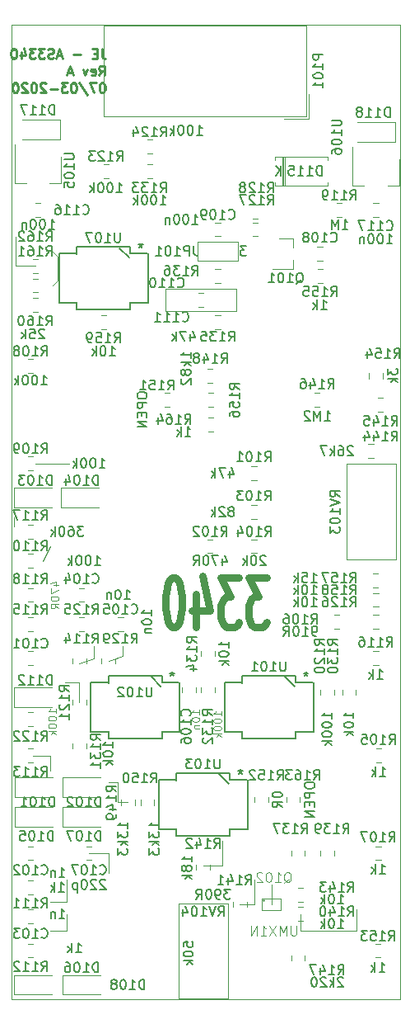
<source format=gbr>
%TF.GenerationSoftware,KiCad,Pcbnew,(5.1.0)-1*%
%TF.CreationDate,2020-03-08T21:47:15+01:00*%
%TF.ProjectId,KicadJE_AC3340_RevA _PCB,4b696361-644a-4455-9f41-43333334305f,rev?*%
%TF.SameCoordinates,Original*%
%TF.FileFunction,Legend,Bot*%
%TF.FilePolarity,Positive*%
%FSLAX46Y46*%
G04 Gerber Fmt 4.6, Leading zero omitted, Abs format (unit mm)*
G04 Created by KiCad (PCBNEW (5.1.0)-1) date 2020-03-08 21:47:15*
%MOMM*%
%LPD*%
G04 APERTURE LIST*
%ADD10C,0.120000*%
%ADD11C,0.250000*%
%ADD12C,0.750000*%
%ADD13C,0.050000*%
%ADD14C,0.101600*%
%ADD15C,0.100000*%
%ADD16C,0.150000*%
G04 APERTURE END LIST*
D10*
X79750000Y-143000000D02*
X79750000Y-141250000D01*
X85500000Y-143000000D02*
X79750000Y-143000000D01*
X85500000Y-140750000D02*
X85500000Y-143000000D01*
X76750000Y-138250000D02*
X76750000Y-140250000D01*
X75000000Y-140250000D02*
X73500000Y-140250000D01*
X75000000Y-137750000D02*
X75000000Y-140250000D01*
X71750000Y-136250000D02*
X69750000Y-136250000D01*
X71750000Y-133750000D02*
X71750000Y-136250000D01*
X55750000Y-143000000D02*
X54000000Y-143000000D01*
X55750000Y-141250000D02*
X55750000Y-143000000D01*
X55750000Y-140000000D02*
X54000000Y-140000000D01*
X55750000Y-137750000D02*
X55750000Y-140000000D01*
X60000000Y-135000000D02*
X58000000Y-135000000D01*
X60000000Y-137000000D02*
X60000000Y-135000000D01*
X61000000Y-127750000D02*
X60000000Y-127750000D01*
X61000000Y-129750000D02*
X61000000Y-127750000D01*
X62000000Y-129750000D02*
X61000000Y-129750000D01*
X54000000Y-125000000D02*
X52250000Y-125000000D01*
X54000000Y-126500000D02*
X54000000Y-125000000D01*
X57000000Y-117500000D02*
X57000000Y-119500000D01*
X55500000Y-117500000D02*
X57000000Y-117500000D01*
X58500000Y-115000000D02*
X57000000Y-115500000D01*
X58500000Y-113750000D02*
X58500000Y-115000000D01*
X61500000Y-114750000D02*
X60000000Y-115250000D01*
X61500000Y-113750000D02*
X61500000Y-114750000D01*
X54000000Y-103500000D02*
X53250000Y-105000000D01*
X50250000Y-100500000D02*
X50250000Y-101500000D01*
X56000000Y-95000000D02*
X52500000Y-95000000D01*
X50500000Y-74750000D02*
X52500000Y-74750000D01*
X50500000Y-71750000D02*
X50500000Y-74750000D01*
X54750000Y-76250000D02*
X54250000Y-76750000D01*
X54750000Y-73750000D02*
X54750000Y-76250000D01*
X54250000Y-73250000D02*
X54750000Y-73750000D01*
D11*
X59313690Y-52452380D02*
X59313690Y-53166666D01*
X59361309Y-53309523D01*
X59456547Y-53404761D01*
X59599404Y-53452380D01*
X59694642Y-53452380D01*
X58837500Y-52928571D02*
X58504166Y-52928571D01*
X58361309Y-53452380D02*
X58837500Y-53452380D01*
X58837500Y-52452380D01*
X58361309Y-52452380D01*
X57170833Y-53071428D02*
X56408928Y-53071428D01*
X55218452Y-53166666D02*
X54742261Y-53166666D01*
X55313690Y-53452380D02*
X54980357Y-52452380D01*
X54647023Y-53452380D01*
X54361309Y-53404761D02*
X54218452Y-53452380D01*
X53980357Y-53452380D01*
X53885119Y-53404761D01*
X53837500Y-53357142D01*
X53789880Y-53261904D01*
X53789880Y-53166666D01*
X53837500Y-53071428D01*
X53885119Y-53023809D01*
X53980357Y-52976190D01*
X54170833Y-52928571D01*
X54266071Y-52880952D01*
X54313690Y-52833333D01*
X54361309Y-52738095D01*
X54361309Y-52642857D01*
X54313690Y-52547619D01*
X54266071Y-52500000D01*
X54170833Y-52452380D01*
X53932738Y-52452380D01*
X53789880Y-52500000D01*
X53456547Y-52452380D02*
X52837500Y-52452380D01*
X53170833Y-52833333D01*
X53027976Y-52833333D01*
X52932738Y-52880952D01*
X52885119Y-52928571D01*
X52837500Y-53023809D01*
X52837500Y-53261904D01*
X52885119Y-53357142D01*
X52932738Y-53404761D01*
X53027976Y-53452380D01*
X53313690Y-53452380D01*
X53408928Y-53404761D01*
X53456547Y-53357142D01*
X52504166Y-52452380D02*
X51885119Y-52452380D01*
X52218452Y-52833333D01*
X52075595Y-52833333D01*
X51980357Y-52880952D01*
X51932738Y-52928571D01*
X51885119Y-53023809D01*
X51885119Y-53261904D01*
X51932738Y-53357142D01*
X51980357Y-53404761D01*
X52075595Y-53452380D01*
X52361309Y-53452380D01*
X52456547Y-53404761D01*
X52504166Y-53357142D01*
X51027976Y-52785714D02*
X51027976Y-53452380D01*
X51266071Y-52404761D02*
X51504166Y-53119047D01*
X50885119Y-53119047D01*
X50313690Y-52452380D02*
X50218452Y-52452380D01*
X50123214Y-52500000D01*
X50075595Y-52547619D01*
X50027976Y-52642857D01*
X49980357Y-52833333D01*
X49980357Y-53071428D01*
X50027976Y-53261904D01*
X50075595Y-53357142D01*
X50123214Y-53404761D01*
X50218452Y-53452380D01*
X50313690Y-53452380D01*
X50408928Y-53404761D01*
X50456547Y-53357142D01*
X50504166Y-53261904D01*
X50551785Y-53071428D01*
X50551785Y-52833333D01*
X50504166Y-52642857D01*
X50456547Y-52547619D01*
X50408928Y-52500000D01*
X50313690Y-52452380D01*
X59027976Y-55202380D02*
X59361309Y-54726190D01*
X59599404Y-55202380D02*
X59599404Y-54202380D01*
X59218452Y-54202380D01*
X59123214Y-54250000D01*
X59075595Y-54297619D01*
X59027976Y-54392857D01*
X59027976Y-54535714D01*
X59075595Y-54630952D01*
X59123214Y-54678571D01*
X59218452Y-54726190D01*
X59599404Y-54726190D01*
X58218452Y-55154761D02*
X58313690Y-55202380D01*
X58504166Y-55202380D01*
X58599404Y-55154761D01*
X58647023Y-55059523D01*
X58647023Y-54678571D01*
X58599404Y-54583333D01*
X58504166Y-54535714D01*
X58313690Y-54535714D01*
X58218452Y-54583333D01*
X58170833Y-54678571D01*
X58170833Y-54773809D01*
X58647023Y-54869047D01*
X57837500Y-54535714D02*
X57599404Y-55202380D01*
X57361309Y-54535714D01*
X56266071Y-54916666D02*
X55789880Y-54916666D01*
X56361309Y-55202380D02*
X56027976Y-54202380D01*
X55694642Y-55202380D01*
X59408928Y-55952380D02*
X59313690Y-55952380D01*
X59218452Y-56000000D01*
X59170833Y-56047619D01*
X59123214Y-56142857D01*
X59075595Y-56333333D01*
X59075595Y-56571428D01*
X59123214Y-56761904D01*
X59170833Y-56857142D01*
X59218452Y-56904761D01*
X59313690Y-56952380D01*
X59408928Y-56952380D01*
X59504166Y-56904761D01*
X59551785Y-56857142D01*
X59599404Y-56761904D01*
X59647023Y-56571428D01*
X59647023Y-56333333D01*
X59599404Y-56142857D01*
X59551785Y-56047619D01*
X59504166Y-56000000D01*
X59408928Y-55952380D01*
X58742261Y-55952380D02*
X58075595Y-55952380D01*
X58504166Y-56952380D01*
X56980357Y-55904761D02*
X57837500Y-57190476D01*
X56456547Y-55952380D02*
X56361309Y-55952380D01*
X56266071Y-56000000D01*
X56218452Y-56047619D01*
X56170833Y-56142857D01*
X56123214Y-56333333D01*
X56123214Y-56571428D01*
X56170833Y-56761904D01*
X56218452Y-56857142D01*
X56266071Y-56904761D01*
X56361309Y-56952380D01*
X56456547Y-56952380D01*
X56551785Y-56904761D01*
X56599404Y-56857142D01*
X56647023Y-56761904D01*
X56694642Y-56571428D01*
X56694642Y-56333333D01*
X56647023Y-56142857D01*
X56599404Y-56047619D01*
X56551785Y-56000000D01*
X56456547Y-55952380D01*
X55789880Y-55952380D02*
X55170833Y-55952380D01*
X55504166Y-56333333D01*
X55361309Y-56333333D01*
X55266071Y-56380952D01*
X55218452Y-56428571D01*
X55170833Y-56523809D01*
X55170833Y-56761904D01*
X55218452Y-56857142D01*
X55266071Y-56904761D01*
X55361309Y-56952380D01*
X55647023Y-56952380D01*
X55742261Y-56904761D01*
X55789880Y-56857142D01*
X54742261Y-56571428D02*
X53980357Y-56571428D01*
X53551785Y-56047619D02*
X53504166Y-56000000D01*
X53408928Y-55952380D01*
X53170833Y-55952380D01*
X53075595Y-56000000D01*
X53027976Y-56047619D01*
X52980357Y-56142857D01*
X52980357Y-56238095D01*
X53027976Y-56380952D01*
X53599404Y-56952380D01*
X52980357Y-56952380D01*
X52361309Y-55952380D02*
X52266071Y-55952380D01*
X52170833Y-56000000D01*
X52123214Y-56047619D01*
X52075595Y-56142857D01*
X52027976Y-56333333D01*
X52027976Y-56571428D01*
X52075595Y-56761904D01*
X52123214Y-56857142D01*
X52170833Y-56904761D01*
X52266071Y-56952380D01*
X52361309Y-56952380D01*
X52456547Y-56904761D01*
X52504166Y-56857142D01*
X52551785Y-56761904D01*
X52599404Y-56571428D01*
X52599404Y-56333333D01*
X52551785Y-56142857D01*
X52504166Y-56047619D01*
X52456547Y-56000000D01*
X52361309Y-55952380D01*
X51647023Y-56047619D02*
X51599404Y-56000000D01*
X51504166Y-55952380D01*
X51266071Y-55952380D01*
X51170833Y-56000000D01*
X51123214Y-56047619D01*
X51075595Y-56142857D01*
X51075595Y-56238095D01*
X51123214Y-56380952D01*
X51694642Y-56952380D01*
X51075595Y-56952380D01*
X50456547Y-55952380D02*
X50361309Y-55952380D01*
X50266071Y-56000000D01*
X50218452Y-56047619D01*
X50170833Y-56142857D01*
X50123214Y-56333333D01*
X50123214Y-56571428D01*
X50170833Y-56761904D01*
X50218452Y-56857142D01*
X50266071Y-56904761D01*
X50361309Y-56952380D01*
X50456547Y-56952380D01*
X50551785Y-56904761D01*
X50599404Y-56857142D01*
X50647023Y-56761904D01*
X50694642Y-56571428D01*
X50694642Y-56333333D01*
X50647023Y-56142857D01*
X50599404Y-56047619D01*
X50551785Y-56000000D01*
X50456547Y-55952380D01*
D12*
X76285714Y-106761904D02*
X74428571Y-106761904D01*
X75428571Y-108666666D01*
X75000000Y-108666666D01*
X74714285Y-108904761D01*
X74571428Y-109142857D01*
X74428571Y-109619047D01*
X74428571Y-110809523D01*
X74571428Y-111285714D01*
X74714285Y-111523809D01*
X75000000Y-111761904D01*
X75857142Y-111761904D01*
X76142857Y-111523809D01*
X76285714Y-111285714D01*
X73428571Y-106761904D02*
X71571428Y-106761904D01*
X72571428Y-108666666D01*
X72142857Y-108666666D01*
X71857142Y-108904761D01*
X71714285Y-109142857D01*
X71571428Y-109619047D01*
X71571428Y-110809523D01*
X71714285Y-111285714D01*
X71857142Y-111523809D01*
X72142857Y-111761904D01*
X73000000Y-111761904D01*
X73285714Y-111523809D01*
X73428571Y-111285714D01*
X69000000Y-108428571D02*
X69000000Y-111761904D01*
X69714285Y-106523809D02*
X70428571Y-110095238D01*
X68571428Y-110095238D01*
X66857142Y-106761904D02*
X66571428Y-106761904D01*
X66285714Y-107000000D01*
X66142857Y-107238095D01*
X66000000Y-107714285D01*
X65857142Y-108666666D01*
X65857142Y-109857142D01*
X66000000Y-110809523D01*
X66142857Y-111285714D01*
X66285714Y-111523809D01*
X66571428Y-111761904D01*
X66857142Y-111761904D01*
X67142857Y-111523809D01*
X67285714Y-111285714D01*
X67428571Y-110809523D01*
X67571428Y-109857142D01*
X67571428Y-108666666D01*
X67428571Y-107714285D01*
X67285714Y-107238095D01*
X67142857Y-107000000D01*
X66857142Y-106761904D01*
D13*
X50000000Y-150000000D02*
X50000000Y-50000000D01*
X90000000Y-150000000D02*
X50000000Y-150000000D01*
X90000000Y-50000000D02*
X90000000Y-150000000D01*
X50000000Y-50000000D02*
X90000000Y-50000000D01*
D10*
X51738748Y-114290000D02*
X52261252Y-114290000D01*
X51738748Y-115710000D02*
X52261252Y-115710000D01*
X52261252Y-134290000D02*
X51738748Y-134290000D01*
X52261252Y-135710000D02*
X51738748Y-135710000D01*
X52261252Y-140790000D02*
X51738748Y-140790000D01*
X52261252Y-142210000D02*
X51738748Y-142210000D01*
X57511252Y-109210000D02*
X56988748Y-109210000D01*
X57511252Y-107790000D02*
X56988748Y-107790000D01*
X61511252Y-110790000D02*
X60988748Y-110790000D01*
X61511252Y-112210000D02*
X60988748Y-112210000D01*
X67540000Y-118511252D02*
X67540000Y-117988748D01*
X68960000Y-118511252D02*
X68960000Y-117988748D01*
X58261252Y-134290000D02*
X57738748Y-134290000D01*
X58261252Y-135710000D02*
X57738748Y-135710000D01*
X82011252Y-74210000D02*
X81488748Y-74210000D01*
X82011252Y-72790000D02*
X81488748Y-72790000D01*
X70988748Y-70290000D02*
X71511252Y-70290000D01*
X70988748Y-71710000D02*
X71511252Y-71710000D01*
X65880000Y-79370000D02*
X73120000Y-79370000D01*
X65880000Y-77130000D02*
X73120000Y-77130000D01*
X65880000Y-79370000D02*
X65880000Y-77130000D01*
X73120000Y-79370000D02*
X73120000Y-77130000D01*
X69761252Y-77540000D02*
X69238748Y-77540000D01*
X69761252Y-78960000D02*
X69238748Y-78960000D01*
X53011252Y-69710000D02*
X52488748Y-69710000D01*
X53011252Y-68290000D02*
X52488748Y-68290000D01*
X87238748Y-69710000D02*
X87761252Y-69710000D01*
X87238748Y-68290000D02*
X87761252Y-68290000D01*
X50350000Y-129250000D02*
X54250000Y-129250000D01*
X50350000Y-127250000D02*
X54250000Y-127250000D01*
X50350000Y-129250000D02*
X50350000Y-127250000D01*
X55250000Y-129250000D02*
X59150000Y-129250000D01*
X55250000Y-127250000D02*
X59150000Y-127250000D01*
X55250000Y-129250000D02*
X55250000Y-127250000D01*
X50250000Y-99500000D02*
X50250000Y-97500000D01*
X50250000Y-97500000D02*
X54150000Y-97500000D01*
X50250000Y-99500000D02*
X54150000Y-99500000D01*
X55125001Y-99500000D02*
X59025001Y-99500000D01*
X55125001Y-97500000D02*
X59025001Y-97500000D01*
X55125001Y-99500000D02*
X55125001Y-97500000D01*
X50350000Y-132250000D02*
X54250000Y-132250000D01*
X50350000Y-130250000D02*
X54250000Y-130250000D01*
X50350000Y-132250000D02*
X50350000Y-130250000D01*
X50250000Y-149500000D02*
X50250000Y-147500000D01*
X50250000Y-147500000D02*
X54150000Y-147500000D01*
X50250000Y-149500000D02*
X54150000Y-149500000D01*
X55250000Y-132250000D02*
X55250000Y-130250000D01*
X55250000Y-130250000D02*
X59150000Y-130250000D01*
X55250000Y-132250000D02*
X59150000Y-132250000D01*
X55250000Y-149500000D02*
X55250000Y-147500000D01*
X55250000Y-147500000D02*
X59150000Y-147500000D01*
X55250000Y-149500000D02*
X59150000Y-149500000D01*
X50250000Y-120000000D02*
X54150000Y-120000000D01*
X50250000Y-118000000D02*
X54150000Y-118000000D01*
X50250000Y-120000000D02*
X50250000Y-118000000D01*
X55000000Y-59750000D02*
X55000000Y-61750000D01*
X55000000Y-61750000D02*
X51100000Y-61750000D01*
X55000000Y-59750000D02*
X51100000Y-59750000D01*
X89500000Y-60000000D02*
X85600000Y-60000000D01*
X89500000Y-62000000D02*
X85600000Y-62000000D01*
X89500000Y-60000000D02*
X89500000Y-62000000D01*
X69200000Y-72250000D02*
X69200000Y-74250000D01*
X73300000Y-72250000D02*
X69200000Y-72250000D01*
X73300000Y-74250000D02*
X73300000Y-72250000D01*
X69200000Y-74250000D02*
X73300000Y-74250000D01*
X80350000Y-50055000D02*
X59490000Y-50055000D01*
X59490000Y-50055000D02*
X59490000Y-59405000D01*
X59490000Y-59405000D02*
X80350000Y-59405000D01*
X80350000Y-59405000D02*
X80350000Y-50055000D01*
X80600000Y-59655000D02*
X78060000Y-59655000D01*
X80600000Y-59655000D02*
X80600000Y-57115000D01*
X79010000Y-71920000D02*
X79010000Y-72850000D01*
X79010000Y-75080000D02*
X79010000Y-74150000D01*
X79010000Y-75080000D02*
X76850000Y-75080000D01*
X79010000Y-71920000D02*
X77550000Y-71920000D01*
D14*
X75800000Y-139675000D02*
X75800000Y-140825000D01*
X75800000Y-140825000D02*
X77700000Y-140825000D01*
X77700000Y-140825000D02*
X77700000Y-139675000D01*
X77700000Y-139675000D02*
X75800000Y-139675000D01*
D15*
X76103000Y-139875000D02*
G75*
G03X76103000Y-139875000I-103000J0D01*
G01*
D10*
X75236252Y-96710000D02*
X74713748Y-96710000D01*
X75236252Y-95290000D02*
X74713748Y-95290000D01*
X70736252Y-102790000D02*
X70213748Y-102790000D01*
X70736252Y-104210000D02*
X70213748Y-104210000D01*
X75236252Y-100710000D02*
X74713748Y-100710000D01*
X75236252Y-99290000D02*
X74713748Y-99290000D01*
X74713748Y-104210000D02*
X75236252Y-104210000D01*
X74713748Y-102790000D02*
X75236252Y-102790000D01*
X88036252Y-124290000D02*
X87513748Y-124290000D01*
X88036252Y-125710000D02*
X87513748Y-125710000D01*
X83238748Y-110540000D02*
X83761252Y-110540000D01*
X83238748Y-111960000D02*
X83761252Y-111960000D01*
X88011252Y-135710000D02*
X87488748Y-135710000D01*
X88011252Y-134290000D02*
X87488748Y-134290000D01*
X51713748Y-84290000D02*
X52236252Y-84290000D01*
X51713748Y-85710000D02*
X52236252Y-85710000D01*
X51713748Y-95710000D02*
X52236252Y-95710000D01*
X51713748Y-94290000D02*
X52236252Y-94290000D01*
X51738748Y-104290000D02*
X52261252Y-104290000D01*
X51738748Y-105710000D02*
X52261252Y-105710000D01*
X51738748Y-137790000D02*
X52261252Y-137790000D01*
X51738748Y-139210000D02*
X52261252Y-139210000D01*
X51738748Y-145710000D02*
X52261252Y-145710000D01*
X51738748Y-144290000D02*
X52261252Y-144290000D01*
X51738748Y-124290000D02*
X52261252Y-124290000D01*
X51738748Y-125710000D02*
X52261252Y-125710000D01*
X56290000Y-115511252D02*
X56290000Y-114988748D01*
X57710000Y-115511252D02*
X57710000Y-114988748D01*
X52261252Y-110790000D02*
X51738748Y-110790000D01*
X52261252Y-112210000D02*
X51738748Y-112210000D01*
X87761252Y-115710000D02*
X87238748Y-115710000D01*
X87761252Y-114290000D02*
X87238748Y-114290000D01*
X52261252Y-101290000D02*
X51738748Y-101290000D01*
X52261252Y-102710000D02*
X51738748Y-102710000D01*
X52261252Y-107790000D02*
X51738748Y-107790000D01*
X52261252Y-109210000D02*
X51738748Y-109210000D01*
X83463748Y-69710000D02*
X83986252Y-69710000D01*
X83463748Y-68290000D02*
X83986252Y-68290000D01*
X83210000Y-118761252D02*
X83210000Y-118238748D01*
X81790000Y-118761252D02*
X81790000Y-118238748D01*
X56290000Y-119786252D02*
X56290000Y-119263748D01*
X57710000Y-119786252D02*
X57710000Y-119263748D01*
X52261252Y-121960000D02*
X51738748Y-121960000D01*
X52261252Y-120540000D02*
X51738748Y-120540000D01*
X59488748Y-65710000D02*
X60011252Y-65710000D01*
X59488748Y-64290000D02*
X60011252Y-64290000D01*
X63988748Y-61790000D02*
X64511252Y-61790000D01*
X63988748Y-63210000D02*
X64511252Y-63210000D01*
X57511252Y-112210000D02*
X56988748Y-112210000D01*
X57511252Y-110790000D02*
X56988748Y-110790000D01*
X87761252Y-110540000D02*
X87238748Y-110540000D01*
X87761252Y-111960000D02*
X87238748Y-111960000D01*
X74838748Y-70290000D02*
X75361252Y-70290000D01*
X74838748Y-71710000D02*
X75361252Y-71710000D01*
X75386252Y-68490000D02*
X74863748Y-68490000D01*
X75386252Y-69910000D02*
X74863748Y-69910000D01*
X59290000Y-115511252D02*
X59290000Y-114988748D01*
X60710000Y-115511252D02*
X60710000Y-114988748D01*
X85460000Y-118238748D02*
X85460000Y-118761252D01*
X84040000Y-118238748D02*
X84040000Y-118761252D01*
X57710000Y-124261252D02*
X57710000Y-123738748D01*
X56290000Y-124261252D02*
X56290000Y-123738748D01*
X69540000Y-117963748D02*
X69540000Y-118486252D01*
X70960000Y-117963748D02*
X70960000Y-118486252D01*
X64486252Y-64290000D02*
X63963748Y-64290000D01*
X64486252Y-65710000D02*
X63963748Y-65710000D01*
X70960000Y-114238748D02*
X70960000Y-114761252D01*
X69540000Y-114238748D02*
X69540000Y-114761252D01*
X70988748Y-79790000D02*
X71511252Y-79790000D01*
X70988748Y-81210000D02*
X71511252Y-81210000D01*
X71511252Y-75040000D02*
X70988748Y-75040000D01*
X71511252Y-76460000D02*
X70988748Y-76460000D01*
X80210000Y-135261252D02*
X80210000Y-134738748D01*
X78790000Y-135261252D02*
X78790000Y-134738748D01*
X81790000Y-134763748D02*
X81790000Y-135286252D01*
X83210000Y-134763748D02*
X83210000Y-135286252D01*
X79488748Y-140540000D02*
X80011252Y-140540000D01*
X79488748Y-141960000D02*
X80011252Y-141960000D01*
X72790000Y-140511252D02*
X72790000Y-139988748D01*
X74210000Y-140511252D02*
X74210000Y-139988748D01*
X69040000Y-136736252D02*
X69040000Y-136213748D01*
X70460000Y-136736252D02*
X70460000Y-136213748D01*
X79488748Y-139960000D02*
X80011252Y-139960000D01*
X79488748Y-138540000D02*
X80011252Y-138540000D01*
X86738748Y-93040000D02*
X87261252Y-93040000D01*
X86738748Y-94460000D02*
X87261252Y-94460000D01*
X87738748Y-89710000D02*
X88261252Y-89710000D01*
X87738748Y-88290000D02*
X88261252Y-88290000D01*
X81736252Y-87790000D02*
X81213748Y-87790000D01*
X81736252Y-89210000D02*
X81213748Y-89210000D01*
X80210000Y-146011252D02*
X80210000Y-145488748D01*
X78790000Y-146011252D02*
X78790000Y-145488748D01*
X70213748Y-85290000D02*
X70736252Y-85290000D01*
X70213748Y-86710000D02*
X70736252Y-86710000D01*
X62710000Y-129538748D02*
X62710000Y-130061252D01*
X61290000Y-129538748D02*
X61290000Y-130061252D01*
X63290000Y-130061252D02*
X63290000Y-129538748D01*
X64710000Y-130061252D02*
X64710000Y-129538748D01*
X66286252Y-89210000D02*
X65763748Y-89210000D01*
X66286252Y-87790000D02*
X65763748Y-87790000D01*
X75040000Y-129238748D02*
X75040000Y-129761252D01*
X76460000Y-129238748D02*
X76460000Y-129761252D01*
X87463748Y-145710000D02*
X87986252Y-145710000D01*
X87463748Y-144290000D02*
X87986252Y-144290000D01*
X88210000Y-86286252D02*
X88210000Y-85763748D01*
X86790000Y-86286252D02*
X86790000Y-85763748D01*
X81513748Y-75040000D02*
X82036252Y-75040000D01*
X81513748Y-76460000D02*
X82036252Y-76460000D01*
X70761252Y-87790000D02*
X70238748Y-87790000D01*
X70761252Y-89210000D02*
X70238748Y-89210000D01*
X87213748Y-106290000D02*
X87736252Y-106290000D01*
X87213748Y-107710000D02*
X87736252Y-107710000D01*
X87238748Y-109710000D02*
X87761252Y-109710000D01*
X87238748Y-108290000D02*
X87761252Y-108290000D01*
X59238748Y-81210000D02*
X59761252Y-81210000D01*
X59238748Y-79790000D02*
X59761252Y-79790000D01*
X52213748Y-79460000D02*
X52736252Y-79460000D01*
X52213748Y-78040000D02*
X52736252Y-78040000D01*
X52761252Y-77460000D02*
X52238748Y-77460000D01*
X52761252Y-76040000D02*
X52238748Y-76040000D01*
X52761252Y-74040000D02*
X52238748Y-74040000D01*
X52761252Y-75460000D02*
X52238748Y-75460000D01*
X79710000Y-129736252D02*
X79710000Y-129213748D01*
X78290000Y-129736252D02*
X78290000Y-129213748D01*
X84470000Y-95075000D02*
X84470000Y-104845000D01*
X89540000Y-95075000D02*
X89540000Y-104845000D01*
X84470000Y-95075000D02*
X89540000Y-95075000D01*
X84470000Y-104845000D02*
X89540000Y-104845000D01*
X72280000Y-140155000D02*
X67210000Y-140155000D01*
X72280000Y-149925000D02*
X67210000Y-149925000D01*
X67210000Y-149925000D02*
X67210000Y-140155000D01*
X72280000Y-149925000D02*
X72280000Y-140155000D01*
D16*
X81072000Y-122540000D02*
X81072000Y-117460000D01*
X79294000Y-122540000D02*
X81072000Y-122540000D01*
X71928000Y-122540000D02*
X73706000Y-122540000D01*
X71928000Y-117460000D02*
X71928000Y-122540000D01*
X73706000Y-117460000D02*
X71928000Y-117460000D01*
X79250000Y-117450000D02*
X81000000Y-117450000D01*
X79250000Y-123205000D02*
X73750000Y-123205000D01*
X79250000Y-116795000D02*
X73750000Y-116795000D01*
X79250000Y-123205000D02*
X79250000Y-122455000D01*
X73750000Y-123205000D02*
X73750000Y-122455000D01*
X73750000Y-116795000D02*
X73750000Y-117545000D01*
X79250000Y-116795000D02*
X79250000Y-117450000D01*
X79150000Y-117900000D02*
X78150000Y-116900000D01*
X65400000Y-117900000D02*
X64400000Y-116900000D01*
X65500000Y-116795000D02*
X65500000Y-117450000D01*
X60000000Y-116795000D02*
X60000000Y-117545000D01*
X60000000Y-123205000D02*
X60000000Y-122455000D01*
X65500000Y-123205000D02*
X65500000Y-122455000D01*
X65500000Y-116795000D02*
X60000000Y-116795000D01*
X65500000Y-123205000D02*
X60000000Y-123205000D01*
X65500000Y-117450000D02*
X67250000Y-117450000D01*
X59956000Y-117460000D02*
X58178000Y-117460000D01*
X58178000Y-117460000D02*
X58178000Y-122540000D01*
X58178000Y-122540000D02*
X59956000Y-122540000D01*
X65544000Y-122540000D02*
X67322000Y-122540000D01*
X67322000Y-122540000D02*
X67322000Y-117460000D01*
X74322000Y-132540000D02*
X74322000Y-127460000D01*
X72544000Y-132540000D02*
X74322000Y-132540000D01*
X65178000Y-132540000D02*
X66956000Y-132540000D01*
X65178000Y-127460000D02*
X65178000Y-132540000D01*
X66956000Y-127460000D02*
X65178000Y-127460000D01*
X72500000Y-127450000D02*
X74250000Y-127450000D01*
X72500000Y-133205000D02*
X67000000Y-133205000D01*
X72500000Y-126795000D02*
X67000000Y-126795000D01*
X72500000Y-133205000D02*
X72500000Y-132455000D01*
X67000000Y-133205000D02*
X67000000Y-132455000D01*
X67000000Y-126795000D02*
X67000000Y-127545000D01*
X72500000Y-126795000D02*
X72500000Y-127450000D01*
X72400000Y-127900000D02*
X71400000Y-126900000D01*
D10*
X53950000Y-66280000D02*
X55150000Y-66280000D01*
X55150000Y-66280000D02*
X55150000Y-63580000D01*
X50350000Y-62280000D02*
X50350000Y-66280000D01*
X50350000Y-66280000D02*
X51550000Y-66280000D01*
X85100000Y-66530000D02*
X86300000Y-66530000D01*
X85100000Y-62530000D02*
X85100000Y-66530000D01*
X89900000Y-66530000D02*
X89900000Y-63830000D01*
X88700000Y-66530000D02*
X89900000Y-66530000D01*
D16*
X62150000Y-73900000D02*
X61150000Y-72900000D01*
X62250000Y-72795000D02*
X62250000Y-73450000D01*
X56750000Y-72795000D02*
X56750000Y-73545000D01*
X56750000Y-79205000D02*
X56750000Y-78455000D01*
X62250000Y-79205000D02*
X62250000Y-78455000D01*
X62250000Y-72795000D02*
X56750000Y-72795000D01*
X62250000Y-79205000D02*
X56750000Y-79205000D01*
X62250000Y-73450000D02*
X64000000Y-73450000D01*
X56706000Y-73460000D02*
X54928000Y-73460000D01*
X54928000Y-73460000D02*
X54928000Y-78540000D01*
X54928000Y-78540000D02*
X56706000Y-78540000D01*
X62294000Y-78540000D02*
X64072000Y-78540000D01*
X64072000Y-78540000D02*
X64072000Y-73460000D01*
D10*
X77090000Y-66140000D02*
X77090000Y-66470000D01*
X77090000Y-66470000D02*
X82530000Y-66470000D01*
X82530000Y-66470000D02*
X82530000Y-66140000D01*
X77090000Y-63860000D02*
X77090000Y-63530000D01*
X77090000Y-63530000D02*
X82530000Y-63530000D01*
X82530000Y-63530000D02*
X82530000Y-63860000D01*
X77990000Y-66470000D02*
X77990000Y-63530000D01*
X78110000Y-66470000D02*
X78110000Y-63530000D01*
X77870000Y-66470000D02*
X77870000Y-63530000D01*
X70761252Y-90290000D02*
X70238748Y-90290000D01*
X70761252Y-91710000D02*
X70238748Y-91710000D01*
D16*
X53119047Y-113857142D02*
X53166666Y-113904761D01*
X53309523Y-113952380D01*
X53404761Y-113952380D01*
X53547619Y-113904761D01*
X53642857Y-113809523D01*
X53690476Y-113714285D01*
X53738095Y-113523809D01*
X53738095Y-113380952D01*
X53690476Y-113190476D01*
X53642857Y-113095238D01*
X53547619Y-113000000D01*
X53404761Y-112952380D01*
X53309523Y-112952380D01*
X53166666Y-113000000D01*
X53119047Y-113047619D01*
X52166666Y-113952380D02*
X52738095Y-113952380D01*
X52452380Y-113952380D02*
X52452380Y-112952380D01*
X52547619Y-113095238D01*
X52642857Y-113190476D01*
X52738095Y-113238095D01*
X51547619Y-112952380D02*
X51452380Y-112952380D01*
X51357142Y-113000000D01*
X51309523Y-113047619D01*
X51261904Y-113142857D01*
X51214285Y-113333333D01*
X51214285Y-113571428D01*
X51261904Y-113761904D01*
X51309523Y-113857142D01*
X51357142Y-113904761D01*
X51452380Y-113952380D01*
X51547619Y-113952380D01*
X51642857Y-113904761D01*
X51690476Y-113857142D01*
X51738095Y-113761904D01*
X51785714Y-113571428D01*
X51785714Y-113333333D01*
X51738095Y-113142857D01*
X51690476Y-113047619D01*
X51642857Y-113000000D01*
X51547619Y-112952380D01*
X50261904Y-113952380D02*
X50833333Y-113952380D01*
X50547619Y-113952380D02*
X50547619Y-112952380D01*
X50642857Y-113095238D01*
X50738095Y-113190476D01*
X50833333Y-113238095D01*
X53119047Y-137107142D02*
X53166666Y-137154761D01*
X53309523Y-137202380D01*
X53404761Y-137202380D01*
X53547619Y-137154761D01*
X53642857Y-137059523D01*
X53690476Y-136964285D01*
X53738095Y-136773809D01*
X53738095Y-136630952D01*
X53690476Y-136440476D01*
X53642857Y-136345238D01*
X53547619Y-136250000D01*
X53404761Y-136202380D01*
X53309523Y-136202380D01*
X53166666Y-136250000D01*
X53119047Y-136297619D01*
X52166666Y-137202380D02*
X52738095Y-137202380D01*
X52452380Y-137202380D02*
X52452380Y-136202380D01*
X52547619Y-136345238D01*
X52642857Y-136440476D01*
X52738095Y-136488095D01*
X51547619Y-136202380D02*
X51452380Y-136202380D01*
X51357142Y-136250000D01*
X51309523Y-136297619D01*
X51261904Y-136392857D01*
X51214285Y-136583333D01*
X51214285Y-136821428D01*
X51261904Y-137011904D01*
X51309523Y-137107142D01*
X51357142Y-137154761D01*
X51452380Y-137202380D01*
X51547619Y-137202380D01*
X51642857Y-137154761D01*
X51690476Y-137107142D01*
X51738095Y-137011904D01*
X51785714Y-136821428D01*
X51785714Y-136583333D01*
X51738095Y-136392857D01*
X51690476Y-136297619D01*
X51642857Y-136250000D01*
X51547619Y-136202380D01*
X50833333Y-136297619D02*
X50785714Y-136250000D01*
X50690476Y-136202380D01*
X50452380Y-136202380D01*
X50357142Y-136250000D01*
X50309523Y-136297619D01*
X50261904Y-136392857D01*
X50261904Y-136488095D01*
X50309523Y-136630952D01*
X50880952Y-137202380D01*
X50261904Y-137202380D01*
X54916666Y-137452380D02*
X55488095Y-137452380D01*
X55202380Y-137452380D02*
X55202380Y-136452380D01*
X55297619Y-136595238D01*
X55392857Y-136690476D01*
X55488095Y-136738095D01*
X54488095Y-136785714D02*
X54488095Y-137452380D01*
X54488095Y-136880952D02*
X54440476Y-136833333D01*
X54345238Y-136785714D01*
X54202380Y-136785714D01*
X54107142Y-136833333D01*
X54059523Y-136928571D01*
X54059523Y-137452380D01*
X53119047Y-143607142D02*
X53166666Y-143654761D01*
X53309523Y-143702380D01*
X53404761Y-143702380D01*
X53547619Y-143654761D01*
X53642857Y-143559523D01*
X53690476Y-143464285D01*
X53738095Y-143273809D01*
X53738095Y-143130952D01*
X53690476Y-142940476D01*
X53642857Y-142845238D01*
X53547619Y-142750000D01*
X53404761Y-142702380D01*
X53309523Y-142702380D01*
X53166666Y-142750000D01*
X53119047Y-142797619D01*
X52166666Y-143702380D02*
X52738095Y-143702380D01*
X52452380Y-143702380D02*
X52452380Y-142702380D01*
X52547619Y-142845238D01*
X52642857Y-142940476D01*
X52738095Y-142988095D01*
X51547619Y-142702380D02*
X51452380Y-142702380D01*
X51357142Y-142750000D01*
X51309523Y-142797619D01*
X51261904Y-142892857D01*
X51214285Y-143083333D01*
X51214285Y-143321428D01*
X51261904Y-143511904D01*
X51309523Y-143607142D01*
X51357142Y-143654761D01*
X51452380Y-143702380D01*
X51547619Y-143702380D01*
X51642857Y-143654761D01*
X51690476Y-143607142D01*
X51738095Y-143511904D01*
X51785714Y-143321428D01*
X51785714Y-143083333D01*
X51738095Y-142892857D01*
X51690476Y-142797619D01*
X51642857Y-142750000D01*
X51547619Y-142702380D01*
X50880952Y-142702380D02*
X50261904Y-142702380D01*
X50595238Y-143083333D01*
X50452380Y-143083333D01*
X50357142Y-143130952D01*
X50309523Y-143178571D01*
X50261904Y-143273809D01*
X50261904Y-143511904D01*
X50309523Y-143607142D01*
X50357142Y-143654761D01*
X50452380Y-143702380D01*
X50738095Y-143702380D01*
X50833333Y-143654761D01*
X50880952Y-143607142D01*
X54916666Y-141702380D02*
X55488095Y-141702380D01*
X55202380Y-141702380D02*
X55202380Y-140702380D01*
X55297619Y-140845238D01*
X55392857Y-140940476D01*
X55488095Y-140988095D01*
X54488095Y-141035714D02*
X54488095Y-141702380D01*
X54488095Y-141130952D02*
X54440476Y-141083333D01*
X54345238Y-141035714D01*
X54202380Y-141035714D01*
X54107142Y-141083333D01*
X54059523Y-141178571D01*
X54059523Y-141702380D01*
X58369047Y-107207142D02*
X58416666Y-107254761D01*
X58559523Y-107302380D01*
X58654761Y-107302380D01*
X58797619Y-107254761D01*
X58892857Y-107159523D01*
X58940476Y-107064285D01*
X58988095Y-106873809D01*
X58988095Y-106730952D01*
X58940476Y-106540476D01*
X58892857Y-106445238D01*
X58797619Y-106350000D01*
X58654761Y-106302380D01*
X58559523Y-106302380D01*
X58416666Y-106350000D01*
X58369047Y-106397619D01*
X57416666Y-107302380D02*
X57988095Y-107302380D01*
X57702380Y-107302380D02*
X57702380Y-106302380D01*
X57797619Y-106445238D01*
X57892857Y-106540476D01*
X57988095Y-106588095D01*
X56797619Y-106302380D02*
X56702380Y-106302380D01*
X56607142Y-106350000D01*
X56559523Y-106397619D01*
X56511904Y-106492857D01*
X56464285Y-106683333D01*
X56464285Y-106921428D01*
X56511904Y-107111904D01*
X56559523Y-107207142D01*
X56607142Y-107254761D01*
X56702380Y-107302380D01*
X56797619Y-107302380D01*
X56892857Y-107254761D01*
X56940476Y-107207142D01*
X56988095Y-107111904D01*
X57035714Y-106921428D01*
X57035714Y-106683333D01*
X56988095Y-106492857D01*
X56940476Y-106397619D01*
X56892857Y-106350000D01*
X56797619Y-106302380D01*
X55607142Y-106635714D02*
X55607142Y-107302380D01*
X55845238Y-106254761D02*
X56083333Y-106969047D01*
X55464285Y-106969047D01*
X61642857Y-108952380D02*
X62214285Y-108952380D01*
X61928571Y-108952380D02*
X61928571Y-107952380D01*
X62023809Y-108095238D01*
X62119047Y-108190476D01*
X62214285Y-108238095D01*
X61023809Y-107952380D02*
X60928571Y-107952380D01*
X60833333Y-108000000D01*
X60785714Y-108047619D01*
X60738095Y-108142857D01*
X60690476Y-108333333D01*
X60690476Y-108571428D01*
X60738095Y-108761904D01*
X60785714Y-108857142D01*
X60833333Y-108904761D01*
X60928571Y-108952380D01*
X61023809Y-108952380D01*
X61119047Y-108904761D01*
X61166666Y-108857142D01*
X61214285Y-108761904D01*
X61261904Y-108571428D01*
X61261904Y-108333333D01*
X61214285Y-108142857D01*
X61166666Y-108047619D01*
X61119047Y-108000000D01*
X61023809Y-107952380D01*
X60261904Y-108285714D02*
X60261904Y-108952380D01*
X60261904Y-108380952D02*
X60214285Y-108333333D01*
X60119047Y-108285714D01*
X59976190Y-108285714D01*
X59880952Y-108333333D01*
X59833333Y-108428571D01*
X59833333Y-108952380D01*
X62369047Y-110357142D02*
X62416666Y-110404761D01*
X62559523Y-110452380D01*
X62654761Y-110452380D01*
X62797619Y-110404761D01*
X62892857Y-110309523D01*
X62940476Y-110214285D01*
X62988095Y-110023809D01*
X62988095Y-109880952D01*
X62940476Y-109690476D01*
X62892857Y-109595238D01*
X62797619Y-109500000D01*
X62654761Y-109452380D01*
X62559523Y-109452380D01*
X62416666Y-109500000D01*
X62369047Y-109547619D01*
X61416666Y-110452380D02*
X61988095Y-110452380D01*
X61702380Y-110452380D02*
X61702380Y-109452380D01*
X61797619Y-109595238D01*
X61892857Y-109690476D01*
X61988095Y-109738095D01*
X60797619Y-109452380D02*
X60702380Y-109452380D01*
X60607142Y-109500000D01*
X60559523Y-109547619D01*
X60511904Y-109642857D01*
X60464285Y-109833333D01*
X60464285Y-110071428D01*
X60511904Y-110261904D01*
X60559523Y-110357142D01*
X60607142Y-110404761D01*
X60702380Y-110452380D01*
X60797619Y-110452380D01*
X60892857Y-110404761D01*
X60940476Y-110357142D01*
X60988095Y-110261904D01*
X61035714Y-110071428D01*
X61035714Y-109833333D01*
X60988095Y-109642857D01*
X60940476Y-109547619D01*
X60892857Y-109500000D01*
X60797619Y-109452380D01*
X59559523Y-109452380D02*
X60035714Y-109452380D01*
X60083333Y-109928571D01*
X60035714Y-109880952D01*
X59940476Y-109833333D01*
X59702380Y-109833333D01*
X59607142Y-109880952D01*
X59559523Y-109928571D01*
X59511904Y-110023809D01*
X59511904Y-110261904D01*
X59559523Y-110357142D01*
X59607142Y-110404761D01*
X59702380Y-110452380D01*
X59940476Y-110452380D01*
X60035714Y-110404761D01*
X60083333Y-110357142D01*
X64452380Y-110607142D02*
X64452380Y-110035714D01*
X64452380Y-110321428D02*
X63452380Y-110321428D01*
X63595238Y-110226190D01*
X63690476Y-110130952D01*
X63738095Y-110035714D01*
X63452380Y-111226190D02*
X63452380Y-111321428D01*
X63500000Y-111416666D01*
X63547619Y-111464285D01*
X63642857Y-111511904D01*
X63833333Y-111559523D01*
X64071428Y-111559523D01*
X64261904Y-111511904D01*
X64357142Y-111464285D01*
X64404761Y-111416666D01*
X64452380Y-111321428D01*
X64452380Y-111226190D01*
X64404761Y-111130952D01*
X64357142Y-111083333D01*
X64261904Y-111035714D01*
X64071428Y-110988095D01*
X63833333Y-110988095D01*
X63642857Y-111035714D01*
X63547619Y-111083333D01*
X63500000Y-111130952D01*
X63452380Y-111226190D01*
X63785714Y-111988095D02*
X64452380Y-111988095D01*
X63880952Y-111988095D02*
X63833333Y-112035714D01*
X63785714Y-112130952D01*
X63785714Y-112273809D01*
X63833333Y-112369047D01*
X63928571Y-112416666D01*
X64452380Y-112416666D01*
X68357142Y-120880952D02*
X68404761Y-120833333D01*
X68452380Y-120690476D01*
X68452380Y-120595238D01*
X68404761Y-120452380D01*
X68309523Y-120357142D01*
X68214285Y-120309523D01*
X68023809Y-120261904D01*
X67880952Y-120261904D01*
X67690476Y-120309523D01*
X67595238Y-120357142D01*
X67500000Y-120452380D01*
X67452380Y-120595238D01*
X67452380Y-120690476D01*
X67500000Y-120833333D01*
X67547619Y-120880952D01*
X68452380Y-121833333D02*
X68452380Y-121261904D01*
X68452380Y-121547619D02*
X67452380Y-121547619D01*
X67595238Y-121452380D01*
X67690476Y-121357142D01*
X67738095Y-121261904D01*
X67452380Y-122452380D02*
X67452380Y-122547619D01*
X67500000Y-122642857D01*
X67547619Y-122690476D01*
X67642857Y-122738095D01*
X67833333Y-122785714D01*
X68071428Y-122785714D01*
X68261904Y-122738095D01*
X68357142Y-122690476D01*
X68404761Y-122642857D01*
X68452380Y-122547619D01*
X68452380Y-122452380D01*
X68404761Y-122357142D01*
X68357142Y-122309523D01*
X68261904Y-122261904D01*
X68071428Y-122214285D01*
X67833333Y-122214285D01*
X67642857Y-122261904D01*
X67547619Y-122309523D01*
X67500000Y-122357142D01*
X67452380Y-122452380D01*
X67452380Y-123642857D02*
X67452380Y-123452380D01*
X67500000Y-123357142D01*
X67547619Y-123309523D01*
X67690476Y-123214285D01*
X67880952Y-123166666D01*
X68261904Y-123166666D01*
X68357142Y-123214285D01*
X68404761Y-123261904D01*
X68452380Y-123357142D01*
X68452380Y-123547619D01*
X68404761Y-123642857D01*
X68357142Y-123690476D01*
X68261904Y-123738095D01*
X68023809Y-123738095D01*
X67928571Y-123690476D01*
X67880952Y-123642857D01*
X67833333Y-123547619D01*
X67833333Y-123357142D01*
X67880952Y-123261904D01*
X67928571Y-123214285D01*
X68023809Y-123166666D01*
D10*
X69361904Y-120735714D02*
X69361904Y-120278571D01*
X69361904Y-120507142D02*
X68561904Y-120507142D01*
X68676190Y-120430952D01*
X68752380Y-120354761D01*
X68790476Y-120278571D01*
X68561904Y-121230952D02*
X68561904Y-121307142D01*
X68600000Y-121383333D01*
X68638095Y-121421428D01*
X68714285Y-121459523D01*
X68866666Y-121497619D01*
X69057142Y-121497619D01*
X69209523Y-121459523D01*
X69285714Y-121421428D01*
X69323809Y-121383333D01*
X69361904Y-121307142D01*
X69361904Y-121230952D01*
X69323809Y-121154761D01*
X69285714Y-121116666D01*
X69209523Y-121078571D01*
X69057142Y-121040476D01*
X68866666Y-121040476D01*
X68714285Y-121078571D01*
X68638095Y-121116666D01*
X68600000Y-121154761D01*
X68561904Y-121230952D01*
X68828571Y-121840476D02*
X69361904Y-121840476D01*
X68904761Y-121840476D02*
X68866666Y-121878571D01*
X68828571Y-121954761D01*
X68828571Y-122069047D01*
X68866666Y-122145238D01*
X68942857Y-122183333D01*
X69361904Y-122183333D01*
D16*
X59119047Y-137107142D02*
X59166666Y-137154761D01*
X59309523Y-137202380D01*
X59404761Y-137202380D01*
X59547619Y-137154761D01*
X59642857Y-137059523D01*
X59690476Y-136964285D01*
X59738095Y-136773809D01*
X59738095Y-136630952D01*
X59690476Y-136440476D01*
X59642857Y-136345238D01*
X59547619Y-136250000D01*
X59404761Y-136202380D01*
X59309523Y-136202380D01*
X59166666Y-136250000D01*
X59119047Y-136297619D01*
X58166666Y-137202380D02*
X58738095Y-137202380D01*
X58452380Y-137202380D02*
X58452380Y-136202380D01*
X58547619Y-136345238D01*
X58642857Y-136440476D01*
X58738095Y-136488095D01*
X57547619Y-136202380D02*
X57452380Y-136202380D01*
X57357142Y-136250000D01*
X57309523Y-136297619D01*
X57261904Y-136392857D01*
X57214285Y-136583333D01*
X57214285Y-136821428D01*
X57261904Y-137011904D01*
X57309523Y-137107142D01*
X57357142Y-137154761D01*
X57452380Y-137202380D01*
X57547619Y-137202380D01*
X57642857Y-137154761D01*
X57690476Y-137107142D01*
X57738095Y-137011904D01*
X57785714Y-136821428D01*
X57785714Y-136583333D01*
X57738095Y-136392857D01*
X57690476Y-136297619D01*
X57642857Y-136250000D01*
X57547619Y-136202380D01*
X56880952Y-136202380D02*
X56214285Y-136202380D01*
X56642857Y-137202380D01*
X59690476Y-137797619D02*
X59642857Y-137750000D01*
X59547619Y-137702380D01*
X59309523Y-137702380D01*
X59214285Y-137750000D01*
X59166666Y-137797619D01*
X59119047Y-137892857D01*
X59119047Y-137988095D01*
X59166666Y-138130952D01*
X59738095Y-138702380D01*
X59119047Y-138702380D01*
X58738095Y-137797619D02*
X58690476Y-137750000D01*
X58595238Y-137702380D01*
X58357142Y-137702380D01*
X58261904Y-137750000D01*
X58214285Y-137797619D01*
X58166666Y-137892857D01*
X58166666Y-137988095D01*
X58214285Y-138130952D01*
X58785714Y-138702380D01*
X58166666Y-138702380D01*
X57547619Y-137702380D02*
X57452380Y-137702380D01*
X57357142Y-137750000D01*
X57309523Y-137797619D01*
X57261904Y-137892857D01*
X57214285Y-138083333D01*
X57214285Y-138321428D01*
X57261904Y-138511904D01*
X57309523Y-138607142D01*
X57357142Y-138654761D01*
X57452380Y-138702380D01*
X57547619Y-138702380D01*
X57642857Y-138654761D01*
X57690476Y-138607142D01*
X57738095Y-138511904D01*
X57785714Y-138321428D01*
X57785714Y-138083333D01*
X57738095Y-137892857D01*
X57690476Y-137797619D01*
X57642857Y-137750000D01*
X57547619Y-137702380D01*
X56785714Y-138035714D02*
X56785714Y-139035714D01*
X56785714Y-138083333D02*
X56690476Y-138035714D01*
X56500000Y-138035714D01*
X56404761Y-138083333D01*
X56357142Y-138130952D01*
X56309523Y-138226190D01*
X56309523Y-138511904D01*
X56357142Y-138607142D01*
X56404761Y-138654761D01*
X56500000Y-138702380D01*
X56690476Y-138702380D01*
X56785714Y-138654761D01*
X82869047Y-72207142D02*
X82916666Y-72254761D01*
X83059523Y-72302380D01*
X83154761Y-72302380D01*
X83297619Y-72254761D01*
X83392857Y-72159523D01*
X83440476Y-72064285D01*
X83488095Y-71873809D01*
X83488095Y-71730952D01*
X83440476Y-71540476D01*
X83392857Y-71445238D01*
X83297619Y-71350000D01*
X83154761Y-71302380D01*
X83059523Y-71302380D01*
X82916666Y-71350000D01*
X82869047Y-71397619D01*
X81916666Y-72302380D02*
X82488095Y-72302380D01*
X82202380Y-72302380D02*
X82202380Y-71302380D01*
X82297619Y-71445238D01*
X82392857Y-71540476D01*
X82488095Y-71588095D01*
X81297619Y-71302380D02*
X81202380Y-71302380D01*
X81107142Y-71350000D01*
X81059523Y-71397619D01*
X81011904Y-71492857D01*
X80964285Y-71683333D01*
X80964285Y-71921428D01*
X81011904Y-72111904D01*
X81059523Y-72207142D01*
X81107142Y-72254761D01*
X81202380Y-72302380D01*
X81297619Y-72302380D01*
X81392857Y-72254761D01*
X81440476Y-72207142D01*
X81488095Y-72111904D01*
X81535714Y-71921428D01*
X81535714Y-71683333D01*
X81488095Y-71492857D01*
X81440476Y-71397619D01*
X81392857Y-71350000D01*
X81297619Y-71302380D01*
X80392857Y-71730952D02*
X80488095Y-71683333D01*
X80535714Y-71635714D01*
X80583333Y-71540476D01*
X80583333Y-71492857D01*
X80535714Y-71397619D01*
X80488095Y-71350000D01*
X80392857Y-71302380D01*
X80202380Y-71302380D01*
X80107142Y-71350000D01*
X80059523Y-71397619D01*
X80011904Y-71492857D01*
X80011904Y-71540476D01*
X80059523Y-71635714D01*
X80107142Y-71683333D01*
X80202380Y-71730952D01*
X80392857Y-71730952D01*
X80488095Y-71778571D01*
X80535714Y-71826190D01*
X80583333Y-71921428D01*
X80583333Y-72111904D01*
X80535714Y-72207142D01*
X80488095Y-72254761D01*
X80392857Y-72302380D01*
X80202380Y-72302380D01*
X80107142Y-72254761D01*
X80059523Y-72207142D01*
X80011904Y-72111904D01*
X80011904Y-71921428D01*
X80059523Y-71826190D01*
X80107142Y-71778571D01*
X80202380Y-71730952D01*
X72369047Y-69857142D02*
X72416666Y-69904761D01*
X72559523Y-69952380D01*
X72654761Y-69952380D01*
X72797619Y-69904761D01*
X72892857Y-69809523D01*
X72940476Y-69714285D01*
X72988095Y-69523809D01*
X72988095Y-69380952D01*
X72940476Y-69190476D01*
X72892857Y-69095238D01*
X72797619Y-69000000D01*
X72654761Y-68952380D01*
X72559523Y-68952380D01*
X72416666Y-69000000D01*
X72369047Y-69047619D01*
X71416666Y-69952380D02*
X71988095Y-69952380D01*
X71702380Y-69952380D02*
X71702380Y-68952380D01*
X71797619Y-69095238D01*
X71892857Y-69190476D01*
X71988095Y-69238095D01*
X70797619Y-68952380D02*
X70702380Y-68952380D01*
X70607142Y-69000000D01*
X70559523Y-69047619D01*
X70511904Y-69142857D01*
X70464285Y-69333333D01*
X70464285Y-69571428D01*
X70511904Y-69761904D01*
X70559523Y-69857142D01*
X70607142Y-69904761D01*
X70702380Y-69952380D01*
X70797619Y-69952380D01*
X70892857Y-69904761D01*
X70940476Y-69857142D01*
X70988095Y-69761904D01*
X71035714Y-69571428D01*
X71035714Y-69333333D01*
X70988095Y-69142857D01*
X70940476Y-69047619D01*
X70892857Y-69000000D01*
X70797619Y-68952380D01*
X69988095Y-69952380D02*
X69797619Y-69952380D01*
X69702380Y-69904761D01*
X69654761Y-69857142D01*
X69559523Y-69714285D01*
X69511904Y-69523809D01*
X69511904Y-69142857D01*
X69559523Y-69047619D01*
X69607142Y-69000000D01*
X69702380Y-68952380D01*
X69892857Y-68952380D01*
X69988095Y-69000000D01*
X70035714Y-69047619D01*
X70083333Y-69142857D01*
X70083333Y-69380952D01*
X70035714Y-69476190D01*
X69988095Y-69523809D01*
X69892857Y-69571428D01*
X69702380Y-69571428D01*
X69607142Y-69523809D01*
X69559523Y-69476190D01*
X69511904Y-69380952D01*
X68619047Y-70452380D02*
X69190476Y-70452380D01*
X68904761Y-70452380D02*
X68904761Y-69452380D01*
X69000000Y-69595238D01*
X69095238Y-69690476D01*
X69190476Y-69738095D01*
X68000000Y-69452380D02*
X67904761Y-69452380D01*
X67809523Y-69500000D01*
X67761904Y-69547619D01*
X67714285Y-69642857D01*
X67666666Y-69833333D01*
X67666666Y-70071428D01*
X67714285Y-70261904D01*
X67761904Y-70357142D01*
X67809523Y-70404761D01*
X67904761Y-70452380D01*
X68000000Y-70452380D01*
X68095238Y-70404761D01*
X68142857Y-70357142D01*
X68190476Y-70261904D01*
X68238095Y-70071428D01*
X68238095Y-69833333D01*
X68190476Y-69642857D01*
X68142857Y-69547619D01*
X68095238Y-69500000D01*
X68000000Y-69452380D01*
X67047619Y-69452380D02*
X66952380Y-69452380D01*
X66857142Y-69500000D01*
X66809523Y-69547619D01*
X66761904Y-69642857D01*
X66714285Y-69833333D01*
X66714285Y-70071428D01*
X66761904Y-70261904D01*
X66809523Y-70357142D01*
X66857142Y-70404761D01*
X66952380Y-70452380D01*
X67047619Y-70452380D01*
X67142857Y-70404761D01*
X67190476Y-70357142D01*
X67238095Y-70261904D01*
X67285714Y-70071428D01*
X67285714Y-69833333D01*
X67238095Y-69642857D01*
X67190476Y-69547619D01*
X67142857Y-69500000D01*
X67047619Y-69452380D01*
X66285714Y-69785714D02*
X66285714Y-70452380D01*
X66285714Y-69880952D02*
X66238095Y-69833333D01*
X66142857Y-69785714D01*
X66000000Y-69785714D01*
X65904761Y-69833333D01*
X65857142Y-69928571D01*
X65857142Y-70452380D01*
X67119047Y-76857142D02*
X67166666Y-76904761D01*
X67309523Y-76952380D01*
X67404761Y-76952380D01*
X67547619Y-76904761D01*
X67642857Y-76809523D01*
X67690476Y-76714285D01*
X67738095Y-76523809D01*
X67738095Y-76380952D01*
X67690476Y-76190476D01*
X67642857Y-76095238D01*
X67547619Y-76000000D01*
X67404761Y-75952380D01*
X67309523Y-75952380D01*
X67166666Y-76000000D01*
X67119047Y-76047619D01*
X66166666Y-76952380D02*
X66738095Y-76952380D01*
X66452380Y-76952380D02*
X66452380Y-75952380D01*
X66547619Y-76095238D01*
X66642857Y-76190476D01*
X66738095Y-76238095D01*
X65214285Y-76952380D02*
X65785714Y-76952380D01*
X65500000Y-76952380D02*
X65500000Y-75952380D01*
X65595238Y-76095238D01*
X65690476Y-76190476D01*
X65785714Y-76238095D01*
X64595238Y-75952380D02*
X64500000Y-75952380D01*
X64404761Y-76000000D01*
X64357142Y-76047619D01*
X64309523Y-76142857D01*
X64261904Y-76333333D01*
X64261904Y-76571428D01*
X64309523Y-76761904D01*
X64357142Y-76857142D01*
X64404761Y-76904761D01*
X64500000Y-76952380D01*
X64595238Y-76952380D01*
X64690476Y-76904761D01*
X64738095Y-76857142D01*
X64785714Y-76761904D01*
X64833333Y-76571428D01*
X64833333Y-76333333D01*
X64785714Y-76142857D01*
X64738095Y-76047619D01*
X64690476Y-76000000D01*
X64595238Y-75952380D01*
X67619047Y-80357142D02*
X67666666Y-80404761D01*
X67809523Y-80452380D01*
X67904761Y-80452380D01*
X68047619Y-80404761D01*
X68142857Y-80309523D01*
X68190476Y-80214285D01*
X68238095Y-80023809D01*
X68238095Y-79880952D01*
X68190476Y-79690476D01*
X68142857Y-79595238D01*
X68047619Y-79500000D01*
X67904761Y-79452380D01*
X67809523Y-79452380D01*
X67666666Y-79500000D01*
X67619047Y-79547619D01*
X66666666Y-80452380D02*
X67238095Y-80452380D01*
X66952380Y-80452380D02*
X66952380Y-79452380D01*
X67047619Y-79595238D01*
X67142857Y-79690476D01*
X67238095Y-79738095D01*
X65714285Y-80452380D02*
X66285714Y-80452380D01*
X66000000Y-80452380D02*
X66000000Y-79452380D01*
X66095238Y-79595238D01*
X66190476Y-79690476D01*
X66285714Y-79738095D01*
X64761904Y-80452380D02*
X65333333Y-80452380D01*
X65047619Y-80452380D02*
X65047619Y-79452380D01*
X65142857Y-79595238D01*
X65238095Y-79690476D01*
X65333333Y-79738095D01*
X57369047Y-69357142D02*
X57416666Y-69404761D01*
X57559523Y-69452380D01*
X57654761Y-69452380D01*
X57797619Y-69404761D01*
X57892857Y-69309523D01*
X57940476Y-69214285D01*
X57988095Y-69023809D01*
X57988095Y-68880952D01*
X57940476Y-68690476D01*
X57892857Y-68595238D01*
X57797619Y-68500000D01*
X57654761Y-68452380D01*
X57559523Y-68452380D01*
X57416666Y-68500000D01*
X57369047Y-68547619D01*
X56416666Y-69452380D02*
X56988095Y-69452380D01*
X56702380Y-69452380D02*
X56702380Y-68452380D01*
X56797619Y-68595238D01*
X56892857Y-68690476D01*
X56988095Y-68738095D01*
X55464285Y-69452380D02*
X56035714Y-69452380D01*
X55750000Y-69452380D02*
X55750000Y-68452380D01*
X55845238Y-68595238D01*
X55940476Y-68690476D01*
X56035714Y-68738095D01*
X54607142Y-68452380D02*
X54797619Y-68452380D01*
X54892857Y-68500000D01*
X54940476Y-68547619D01*
X55035714Y-68690476D01*
X55083333Y-68880952D01*
X55083333Y-69261904D01*
X55035714Y-69357142D01*
X54988095Y-69404761D01*
X54892857Y-69452380D01*
X54702380Y-69452380D01*
X54607142Y-69404761D01*
X54559523Y-69357142D01*
X54511904Y-69261904D01*
X54511904Y-69023809D01*
X54559523Y-68928571D01*
X54607142Y-68880952D01*
X54702380Y-68833333D01*
X54892857Y-68833333D01*
X54988095Y-68880952D01*
X55035714Y-68928571D01*
X55083333Y-69023809D01*
X53869047Y-70952380D02*
X54440476Y-70952380D01*
X54154761Y-70952380D02*
X54154761Y-69952380D01*
X54250000Y-70095238D01*
X54345238Y-70190476D01*
X54440476Y-70238095D01*
X53250000Y-69952380D02*
X53154761Y-69952380D01*
X53059523Y-70000000D01*
X53011904Y-70047619D01*
X52964285Y-70142857D01*
X52916666Y-70333333D01*
X52916666Y-70571428D01*
X52964285Y-70761904D01*
X53011904Y-70857142D01*
X53059523Y-70904761D01*
X53154761Y-70952380D01*
X53250000Y-70952380D01*
X53345238Y-70904761D01*
X53392857Y-70857142D01*
X53440476Y-70761904D01*
X53488095Y-70571428D01*
X53488095Y-70333333D01*
X53440476Y-70142857D01*
X53392857Y-70047619D01*
X53345238Y-70000000D01*
X53250000Y-69952380D01*
X52297619Y-69952380D02*
X52202380Y-69952380D01*
X52107142Y-70000000D01*
X52059523Y-70047619D01*
X52011904Y-70142857D01*
X51964285Y-70333333D01*
X51964285Y-70571428D01*
X52011904Y-70761904D01*
X52059523Y-70857142D01*
X52107142Y-70904761D01*
X52202380Y-70952380D01*
X52297619Y-70952380D01*
X52392857Y-70904761D01*
X52440476Y-70857142D01*
X52488095Y-70761904D01*
X52535714Y-70571428D01*
X52535714Y-70333333D01*
X52488095Y-70142857D01*
X52440476Y-70047619D01*
X52392857Y-70000000D01*
X52297619Y-69952380D01*
X51535714Y-70285714D02*
X51535714Y-70952380D01*
X51535714Y-70380952D02*
X51488095Y-70333333D01*
X51392857Y-70285714D01*
X51250000Y-70285714D01*
X51154761Y-70333333D01*
X51107142Y-70428571D01*
X51107142Y-70952380D01*
X88619047Y-71007142D02*
X88666666Y-71054761D01*
X88809523Y-71102380D01*
X88904761Y-71102380D01*
X89047619Y-71054761D01*
X89142857Y-70959523D01*
X89190476Y-70864285D01*
X89238095Y-70673809D01*
X89238095Y-70530952D01*
X89190476Y-70340476D01*
X89142857Y-70245238D01*
X89047619Y-70150000D01*
X88904761Y-70102380D01*
X88809523Y-70102380D01*
X88666666Y-70150000D01*
X88619047Y-70197619D01*
X87666666Y-71102380D02*
X88238095Y-71102380D01*
X87952380Y-71102380D02*
X87952380Y-70102380D01*
X88047619Y-70245238D01*
X88142857Y-70340476D01*
X88238095Y-70388095D01*
X86714285Y-71102380D02*
X87285714Y-71102380D01*
X87000000Y-71102380D02*
X87000000Y-70102380D01*
X87095238Y-70245238D01*
X87190476Y-70340476D01*
X87285714Y-70388095D01*
X86380952Y-70102380D02*
X85714285Y-70102380D01*
X86142857Y-71102380D01*
X88619047Y-72452380D02*
X89190476Y-72452380D01*
X88904761Y-72452380D02*
X88904761Y-71452380D01*
X88999999Y-71595238D01*
X89095238Y-71690476D01*
X89190476Y-71738095D01*
X87999999Y-71452380D02*
X87904761Y-71452380D01*
X87809523Y-71500000D01*
X87761904Y-71547619D01*
X87714285Y-71642857D01*
X87666666Y-71833333D01*
X87666666Y-72071428D01*
X87714285Y-72261904D01*
X87761904Y-72357142D01*
X87809523Y-72404761D01*
X87904761Y-72452380D01*
X87999999Y-72452380D01*
X88095238Y-72404761D01*
X88142857Y-72357142D01*
X88190476Y-72261904D01*
X88238095Y-72071428D01*
X88238095Y-71833333D01*
X88190476Y-71642857D01*
X88142857Y-71547619D01*
X88095238Y-71500000D01*
X87999999Y-71452380D01*
X87047619Y-71452380D02*
X86952380Y-71452380D01*
X86857142Y-71500000D01*
X86809523Y-71547619D01*
X86761904Y-71642857D01*
X86714285Y-71833333D01*
X86714285Y-72071428D01*
X86761904Y-72261904D01*
X86809523Y-72357142D01*
X86857142Y-72404761D01*
X86952380Y-72452380D01*
X87047619Y-72452380D01*
X87142857Y-72404761D01*
X87190476Y-72357142D01*
X87238095Y-72261904D01*
X87285714Y-72071428D01*
X87285714Y-71833333D01*
X87238095Y-71642857D01*
X87190476Y-71547619D01*
X87142857Y-71500000D01*
X87047619Y-71452380D01*
X86285714Y-71785714D02*
X86285714Y-72452380D01*
X86285714Y-71880952D02*
X86238095Y-71833333D01*
X86142857Y-71785714D01*
X85999999Y-71785714D01*
X85904761Y-71833333D01*
X85857142Y-71928571D01*
X85857142Y-72452380D01*
X54440476Y-130202380D02*
X54440476Y-129202380D01*
X54202380Y-129202380D01*
X54059523Y-129250000D01*
X53964285Y-129345238D01*
X53916666Y-129440476D01*
X53869047Y-129630952D01*
X53869047Y-129773809D01*
X53916666Y-129964285D01*
X53964285Y-130059523D01*
X54059523Y-130154761D01*
X54202380Y-130202380D01*
X54440476Y-130202380D01*
X52916666Y-130202380D02*
X53488095Y-130202380D01*
X53202380Y-130202380D02*
X53202380Y-129202380D01*
X53297619Y-129345238D01*
X53392857Y-129440476D01*
X53488095Y-129488095D01*
X52297619Y-129202380D02*
X52202380Y-129202380D01*
X52107142Y-129250000D01*
X52059523Y-129297619D01*
X52011904Y-129392857D01*
X51964285Y-129583333D01*
X51964285Y-129821428D01*
X52011904Y-130011904D01*
X52059523Y-130107142D01*
X52107142Y-130154761D01*
X52202380Y-130202380D01*
X52297619Y-130202380D01*
X52392857Y-130154761D01*
X52440476Y-130107142D01*
X52488095Y-130011904D01*
X52535714Y-129821428D01*
X52535714Y-129583333D01*
X52488095Y-129392857D01*
X52440476Y-129297619D01*
X52392857Y-129250000D01*
X52297619Y-129202380D01*
X51011904Y-130202380D02*
X51583333Y-130202380D01*
X51297619Y-130202380D02*
X51297619Y-129202380D01*
X51392857Y-129345238D01*
X51488095Y-129440476D01*
X51583333Y-129488095D01*
X59190476Y-130202380D02*
X59190476Y-129202380D01*
X58952380Y-129202380D01*
X58809523Y-129250000D01*
X58714285Y-129345238D01*
X58666666Y-129440476D01*
X58619047Y-129630952D01*
X58619047Y-129773809D01*
X58666666Y-129964285D01*
X58714285Y-130059523D01*
X58809523Y-130154761D01*
X58952380Y-130202380D01*
X59190476Y-130202380D01*
X57666666Y-130202380D02*
X58238095Y-130202380D01*
X57952380Y-130202380D02*
X57952380Y-129202380D01*
X58047619Y-129345238D01*
X58142857Y-129440476D01*
X58238095Y-129488095D01*
X57047619Y-129202380D02*
X56952380Y-129202380D01*
X56857142Y-129250000D01*
X56809523Y-129297619D01*
X56761904Y-129392857D01*
X56714285Y-129583333D01*
X56714285Y-129821428D01*
X56761904Y-130011904D01*
X56809523Y-130107142D01*
X56857142Y-130154761D01*
X56952380Y-130202380D01*
X57047619Y-130202380D01*
X57142857Y-130154761D01*
X57190476Y-130107142D01*
X57238095Y-130011904D01*
X57285714Y-129821428D01*
X57285714Y-129583333D01*
X57238095Y-129392857D01*
X57190476Y-129297619D01*
X57142857Y-129250000D01*
X57047619Y-129202380D01*
X56333333Y-129297619D02*
X56285714Y-129250000D01*
X56190476Y-129202380D01*
X55952380Y-129202380D01*
X55857142Y-129250000D01*
X55809523Y-129297619D01*
X55761904Y-129392857D01*
X55761904Y-129488095D01*
X55809523Y-129630952D01*
X56380952Y-130202380D01*
X55761904Y-130202380D01*
X54190476Y-97202380D02*
X54190476Y-96202380D01*
X53952380Y-96202380D01*
X53809523Y-96250000D01*
X53714285Y-96345238D01*
X53666666Y-96440476D01*
X53619047Y-96630952D01*
X53619047Y-96773809D01*
X53666666Y-96964285D01*
X53714285Y-97059523D01*
X53809523Y-97154761D01*
X53952380Y-97202380D01*
X54190476Y-97202380D01*
X52666666Y-97202380D02*
X53238095Y-97202380D01*
X52952380Y-97202380D02*
X52952380Y-96202380D01*
X53047619Y-96345238D01*
X53142857Y-96440476D01*
X53238095Y-96488095D01*
X52047619Y-96202380D02*
X51952380Y-96202380D01*
X51857142Y-96250000D01*
X51809523Y-96297619D01*
X51761904Y-96392857D01*
X51714285Y-96583333D01*
X51714285Y-96821428D01*
X51761904Y-97011904D01*
X51809523Y-97107142D01*
X51857142Y-97154761D01*
X51952380Y-97202380D01*
X52047619Y-97202380D01*
X52142857Y-97154761D01*
X52190476Y-97107142D01*
X52238095Y-97011904D01*
X52285714Y-96821428D01*
X52285714Y-96583333D01*
X52238095Y-96392857D01*
X52190476Y-96297619D01*
X52142857Y-96250000D01*
X52047619Y-96202380D01*
X51380952Y-96202380D02*
X50761904Y-96202380D01*
X51095238Y-96583333D01*
X50952380Y-96583333D01*
X50857142Y-96630952D01*
X50809523Y-96678571D01*
X50761904Y-96773809D01*
X50761904Y-97011904D01*
X50809523Y-97107142D01*
X50857142Y-97154761D01*
X50952380Y-97202380D01*
X51238095Y-97202380D01*
X51333333Y-97154761D01*
X51380952Y-97107142D01*
X58940476Y-97202380D02*
X58940476Y-96202380D01*
X58702380Y-96202380D01*
X58559523Y-96250000D01*
X58464285Y-96345238D01*
X58416666Y-96440476D01*
X58369047Y-96630952D01*
X58369047Y-96773809D01*
X58416666Y-96964285D01*
X58464285Y-97059523D01*
X58559523Y-97154761D01*
X58702380Y-97202380D01*
X58940476Y-97202380D01*
X57416666Y-97202380D02*
X57988095Y-97202380D01*
X57702380Y-97202380D02*
X57702380Y-96202380D01*
X57797619Y-96345238D01*
X57892857Y-96440476D01*
X57988095Y-96488095D01*
X56797619Y-96202380D02*
X56702380Y-96202380D01*
X56607142Y-96250000D01*
X56559523Y-96297619D01*
X56511904Y-96392857D01*
X56464285Y-96583333D01*
X56464285Y-96821428D01*
X56511904Y-97011904D01*
X56559523Y-97107142D01*
X56607142Y-97154761D01*
X56702380Y-97202380D01*
X56797619Y-97202380D01*
X56892857Y-97154761D01*
X56940476Y-97107142D01*
X56988095Y-97011904D01*
X57035714Y-96821428D01*
X57035714Y-96583333D01*
X56988095Y-96392857D01*
X56940476Y-96297619D01*
X56892857Y-96250000D01*
X56797619Y-96202380D01*
X55607142Y-96535714D02*
X55607142Y-97202380D01*
X55845238Y-96154761D02*
X56083333Y-96869047D01*
X55464285Y-96869047D01*
X54290476Y-133702380D02*
X54290476Y-132702380D01*
X54052380Y-132702380D01*
X53909523Y-132750000D01*
X53814285Y-132845238D01*
X53766666Y-132940476D01*
X53719047Y-133130952D01*
X53719047Y-133273809D01*
X53766666Y-133464285D01*
X53814285Y-133559523D01*
X53909523Y-133654761D01*
X54052380Y-133702380D01*
X54290476Y-133702380D01*
X52766666Y-133702380D02*
X53338095Y-133702380D01*
X53052380Y-133702380D02*
X53052380Y-132702380D01*
X53147619Y-132845238D01*
X53242857Y-132940476D01*
X53338095Y-132988095D01*
X52147619Y-132702380D02*
X52052380Y-132702380D01*
X51957142Y-132750000D01*
X51909523Y-132797619D01*
X51861904Y-132892857D01*
X51814285Y-133083333D01*
X51814285Y-133321428D01*
X51861904Y-133511904D01*
X51909523Y-133607142D01*
X51957142Y-133654761D01*
X52052380Y-133702380D01*
X52147619Y-133702380D01*
X52242857Y-133654761D01*
X52290476Y-133607142D01*
X52338095Y-133511904D01*
X52385714Y-133321428D01*
X52385714Y-133083333D01*
X52338095Y-132892857D01*
X52290476Y-132797619D01*
X52242857Y-132750000D01*
X52147619Y-132702380D01*
X50909523Y-132702380D02*
X51385714Y-132702380D01*
X51433333Y-133178571D01*
X51385714Y-133130952D01*
X51290476Y-133083333D01*
X51052380Y-133083333D01*
X50957142Y-133130952D01*
X50909523Y-133178571D01*
X50861904Y-133273809D01*
X50861904Y-133511904D01*
X50909523Y-133607142D01*
X50957142Y-133654761D01*
X51052380Y-133702380D01*
X51290476Y-133702380D01*
X51385714Y-133654761D01*
X51433333Y-133607142D01*
X58940476Y-147202380D02*
X58940476Y-146202380D01*
X58702380Y-146202380D01*
X58559523Y-146250000D01*
X58464285Y-146345238D01*
X58416666Y-146440476D01*
X58369047Y-146630952D01*
X58369047Y-146773809D01*
X58416666Y-146964285D01*
X58464285Y-147059523D01*
X58559523Y-147154761D01*
X58702380Y-147202380D01*
X58940476Y-147202380D01*
X57416666Y-147202380D02*
X57988095Y-147202380D01*
X57702380Y-147202380D02*
X57702380Y-146202380D01*
X57797619Y-146345238D01*
X57892857Y-146440476D01*
X57988095Y-146488095D01*
X56797619Y-146202380D02*
X56702380Y-146202380D01*
X56607142Y-146250000D01*
X56559523Y-146297619D01*
X56511904Y-146392857D01*
X56464285Y-146583333D01*
X56464285Y-146821428D01*
X56511904Y-147011904D01*
X56559523Y-147107142D01*
X56607142Y-147154761D01*
X56702380Y-147202380D01*
X56797619Y-147202380D01*
X56892857Y-147154761D01*
X56940476Y-147107142D01*
X56988095Y-147011904D01*
X57035714Y-146821428D01*
X57035714Y-146583333D01*
X56988095Y-146392857D01*
X56940476Y-146297619D01*
X56892857Y-146250000D01*
X56797619Y-146202380D01*
X55607142Y-146202380D02*
X55797619Y-146202380D01*
X55892857Y-146250000D01*
X55940476Y-146297619D01*
X56035714Y-146440476D01*
X56083333Y-146630952D01*
X56083333Y-147011904D01*
X56035714Y-147107142D01*
X55988095Y-147154761D01*
X55892857Y-147202380D01*
X55702380Y-147202380D01*
X55607142Y-147154761D01*
X55559523Y-147107142D01*
X55511904Y-147011904D01*
X55511904Y-146773809D01*
X55559523Y-146678571D01*
X55607142Y-146630952D01*
X55702380Y-146583333D01*
X55892857Y-146583333D01*
X55988095Y-146630952D01*
X56035714Y-146678571D01*
X56083333Y-146773809D01*
X59190476Y-133702380D02*
X59190476Y-132702380D01*
X58952380Y-132702380D01*
X58809523Y-132750000D01*
X58714285Y-132845238D01*
X58666666Y-132940476D01*
X58619047Y-133130952D01*
X58619047Y-133273809D01*
X58666666Y-133464285D01*
X58714285Y-133559523D01*
X58809523Y-133654761D01*
X58952380Y-133702380D01*
X59190476Y-133702380D01*
X57666666Y-133702380D02*
X58238095Y-133702380D01*
X57952380Y-133702380D02*
X57952380Y-132702380D01*
X58047619Y-132845238D01*
X58142857Y-132940476D01*
X58238095Y-132988095D01*
X57047619Y-132702380D02*
X56952380Y-132702380D01*
X56857142Y-132750000D01*
X56809523Y-132797619D01*
X56761904Y-132892857D01*
X56714285Y-133083333D01*
X56714285Y-133321428D01*
X56761904Y-133511904D01*
X56809523Y-133607142D01*
X56857142Y-133654761D01*
X56952380Y-133702380D01*
X57047619Y-133702380D01*
X57142857Y-133654761D01*
X57190476Y-133607142D01*
X57238095Y-133511904D01*
X57285714Y-133321428D01*
X57285714Y-133083333D01*
X57238095Y-132892857D01*
X57190476Y-132797619D01*
X57142857Y-132750000D01*
X57047619Y-132702380D01*
X56380952Y-132702380D02*
X55714285Y-132702380D01*
X56142857Y-133702380D01*
X63690476Y-148952380D02*
X63690476Y-147952380D01*
X63452380Y-147952380D01*
X63309523Y-148000000D01*
X63214285Y-148095238D01*
X63166666Y-148190476D01*
X63119047Y-148380952D01*
X63119047Y-148523809D01*
X63166666Y-148714285D01*
X63214285Y-148809523D01*
X63309523Y-148904761D01*
X63452380Y-148952380D01*
X63690476Y-148952380D01*
X62166666Y-148952380D02*
X62738095Y-148952380D01*
X62452380Y-148952380D02*
X62452380Y-147952380D01*
X62547619Y-148095238D01*
X62642857Y-148190476D01*
X62738095Y-148238095D01*
X61547619Y-147952380D02*
X61452380Y-147952380D01*
X61357142Y-148000000D01*
X61309523Y-148047619D01*
X61261904Y-148142857D01*
X61214285Y-148333333D01*
X61214285Y-148571428D01*
X61261904Y-148761904D01*
X61309523Y-148857142D01*
X61357142Y-148904761D01*
X61452380Y-148952380D01*
X61547619Y-148952380D01*
X61642857Y-148904761D01*
X61690476Y-148857142D01*
X61738095Y-148761904D01*
X61785714Y-148571428D01*
X61785714Y-148333333D01*
X61738095Y-148142857D01*
X61690476Y-148047619D01*
X61642857Y-148000000D01*
X61547619Y-147952380D01*
X60642857Y-148380952D02*
X60738095Y-148333333D01*
X60785714Y-148285714D01*
X60833333Y-148190476D01*
X60833333Y-148142857D01*
X60785714Y-148047619D01*
X60738095Y-148000000D01*
X60642857Y-147952380D01*
X60452380Y-147952380D01*
X60357142Y-148000000D01*
X60309523Y-148047619D01*
X60261904Y-148142857D01*
X60261904Y-148190476D01*
X60309523Y-148285714D01*
X60357142Y-148333333D01*
X60452380Y-148380952D01*
X60642857Y-148380952D01*
X60738095Y-148428571D01*
X60785714Y-148476190D01*
X60833333Y-148571428D01*
X60833333Y-148761904D01*
X60785714Y-148857142D01*
X60738095Y-148904761D01*
X60642857Y-148952380D01*
X60452380Y-148952380D01*
X60357142Y-148904761D01*
X60309523Y-148857142D01*
X60261904Y-148761904D01*
X60261904Y-148571428D01*
X60309523Y-148476190D01*
X60357142Y-148428571D01*
X60452380Y-148380952D01*
X54190476Y-117702380D02*
X54190476Y-116702380D01*
X53952380Y-116702380D01*
X53809523Y-116750000D01*
X53714285Y-116845238D01*
X53666666Y-116940476D01*
X53619047Y-117130952D01*
X53619047Y-117273809D01*
X53666666Y-117464285D01*
X53714285Y-117559523D01*
X53809523Y-117654761D01*
X53952380Y-117702380D01*
X54190476Y-117702380D01*
X52666666Y-117702380D02*
X53238095Y-117702380D01*
X52952380Y-117702380D02*
X52952380Y-116702380D01*
X53047619Y-116845238D01*
X53142857Y-116940476D01*
X53238095Y-116988095D01*
X51714285Y-117702380D02*
X52285714Y-117702380D01*
X52000000Y-117702380D02*
X52000000Y-116702380D01*
X52095238Y-116845238D01*
X52190476Y-116940476D01*
X52285714Y-116988095D01*
X51333333Y-116797619D02*
X51285714Y-116750000D01*
X51190476Y-116702380D01*
X50952380Y-116702380D01*
X50857142Y-116750000D01*
X50809523Y-116797619D01*
X50761904Y-116892857D01*
X50761904Y-116988095D01*
X50809523Y-117130952D01*
X51380952Y-117702380D01*
X50761904Y-117702380D01*
X54440476Y-59202380D02*
X54440476Y-58202380D01*
X54202380Y-58202380D01*
X54059523Y-58250000D01*
X53964285Y-58345238D01*
X53916666Y-58440476D01*
X53869047Y-58630952D01*
X53869047Y-58773809D01*
X53916666Y-58964285D01*
X53964285Y-59059523D01*
X54059523Y-59154761D01*
X54202380Y-59202380D01*
X54440476Y-59202380D01*
X52916666Y-59202380D02*
X53488095Y-59202380D01*
X53202380Y-59202380D02*
X53202380Y-58202380D01*
X53297619Y-58345238D01*
X53392857Y-58440476D01*
X53488095Y-58488095D01*
X51964285Y-59202380D02*
X52535714Y-59202380D01*
X52250000Y-59202380D02*
X52250000Y-58202380D01*
X52345238Y-58345238D01*
X52440476Y-58440476D01*
X52535714Y-58488095D01*
X51630952Y-58202380D02*
X50964285Y-58202380D01*
X51392857Y-59202380D01*
X88940476Y-59452380D02*
X88940476Y-58452380D01*
X88702380Y-58452380D01*
X88559523Y-58500000D01*
X88464285Y-58595238D01*
X88416666Y-58690476D01*
X88369047Y-58880952D01*
X88369047Y-59023809D01*
X88416666Y-59214285D01*
X88464285Y-59309523D01*
X88559523Y-59404761D01*
X88702380Y-59452380D01*
X88940476Y-59452380D01*
X87416666Y-59452380D02*
X87988095Y-59452380D01*
X87702380Y-59452380D02*
X87702380Y-58452380D01*
X87797619Y-58595238D01*
X87892857Y-58690476D01*
X87988095Y-58738095D01*
X86464285Y-59452380D02*
X87035714Y-59452380D01*
X86750000Y-59452380D02*
X86750000Y-58452380D01*
X86845238Y-58595238D01*
X86940476Y-58690476D01*
X87035714Y-58738095D01*
X85892857Y-58880952D02*
X85988095Y-58833333D01*
X86035714Y-58785714D01*
X86083333Y-58690476D01*
X86083333Y-58642857D01*
X86035714Y-58547619D01*
X85988095Y-58500000D01*
X85892857Y-58452380D01*
X85702380Y-58452380D01*
X85607142Y-58500000D01*
X85559523Y-58547619D01*
X85511904Y-58642857D01*
X85511904Y-58690476D01*
X85559523Y-58785714D01*
X85607142Y-58833333D01*
X85702380Y-58880952D01*
X85892857Y-58880952D01*
X85988095Y-58928571D01*
X86035714Y-58976190D01*
X86083333Y-59071428D01*
X86083333Y-59261904D01*
X86035714Y-59357142D01*
X85988095Y-59404761D01*
X85892857Y-59452380D01*
X85702380Y-59452380D01*
X85607142Y-59404761D01*
X85559523Y-59357142D01*
X85511904Y-59261904D01*
X85511904Y-59071428D01*
X85559523Y-58976190D01*
X85607142Y-58928571D01*
X85702380Y-58880952D01*
X68785714Y-72702380D02*
X68785714Y-73416666D01*
X68833333Y-73559523D01*
X68928571Y-73654761D01*
X69071428Y-73702380D01*
X69166666Y-73702380D01*
X68309523Y-73702380D02*
X68309523Y-72702380D01*
X67928571Y-72702380D01*
X67833333Y-72750000D01*
X67785714Y-72797619D01*
X67738095Y-72892857D01*
X67738095Y-73035714D01*
X67785714Y-73130952D01*
X67833333Y-73178571D01*
X67928571Y-73226190D01*
X68309523Y-73226190D01*
X66785714Y-73702380D02*
X67357142Y-73702380D01*
X67071428Y-73702380D02*
X67071428Y-72702380D01*
X67166666Y-72845238D01*
X67261904Y-72940476D01*
X67357142Y-72988095D01*
X66166666Y-72702380D02*
X66071428Y-72702380D01*
X65976190Y-72750000D01*
X65928571Y-72797619D01*
X65880952Y-72892857D01*
X65833333Y-73083333D01*
X65833333Y-73321428D01*
X65880952Y-73511904D01*
X65928571Y-73607142D01*
X65976190Y-73654761D01*
X66071428Y-73702380D01*
X66166666Y-73702380D01*
X66261904Y-73654761D01*
X66309523Y-73607142D01*
X66357142Y-73511904D01*
X66404761Y-73321428D01*
X66404761Y-73083333D01*
X66357142Y-72892857D01*
X66309523Y-72797619D01*
X66261904Y-72750000D01*
X66166666Y-72702380D01*
X64880952Y-73702380D02*
X65452380Y-73702380D01*
X65166666Y-73702380D02*
X65166666Y-72702380D01*
X65261904Y-72845238D01*
X65357142Y-72940476D01*
X65452380Y-72988095D01*
X74183333Y-72702380D02*
X73564285Y-72702380D01*
X73897619Y-73083333D01*
X73754761Y-73083333D01*
X73659523Y-73130952D01*
X73611904Y-73178571D01*
X73564285Y-73273809D01*
X73564285Y-73511904D01*
X73611904Y-73607142D01*
X73659523Y-73654761D01*
X73754761Y-73702380D01*
X74040476Y-73702380D01*
X74135714Y-73654761D01*
X74183333Y-73607142D01*
X82056380Y-53039523D02*
X81056380Y-53039523D01*
X81056380Y-53420476D01*
X81104000Y-53515714D01*
X81151619Y-53563333D01*
X81246857Y-53610952D01*
X81389714Y-53610952D01*
X81484952Y-53563333D01*
X81532571Y-53515714D01*
X81580190Y-53420476D01*
X81580190Y-53039523D01*
X82056380Y-54563333D02*
X82056380Y-53991904D01*
X82056380Y-54277619D02*
X81056380Y-54277619D01*
X81199238Y-54182380D01*
X81294476Y-54087142D01*
X81342095Y-53991904D01*
X81056380Y-55182380D02*
X81056380Y-55277619D01*
X81104000Y-55372857D01*
X81151619Y-55420476D01*
X81246857Y-55468095D01*
X81437333Y-55515714D01*
X81675428Y-55515714D01*
X81865904Y-55468095D01*
X81961142Y-55420476D01*
X82008761Y-55372857D01*
X82056380Y-55277619D01*
X82056380Y-55182380D01*
X82008761Y-55087142D01*
X81961142Y-55039523D01*
X81865904Y-54991904D01*
X81675428Y-54944285D01*
X81437333Y-54944285D01*
X81246857Y-54991904D01*
X81151619Y-55039523D01*
X81104000Y-55087142D01*
X81056380Y-55182380D01*
X82056380Y-56468095D02*
X82056380Y-55896666D01*
X82056380Y-56182380D02*
X81056380Y-56182380D01*
X81199238Y-56087142D01*
X81294476Y-55991904D01*
X81342095Y-55896666D01*
X79297619Y-76547619D02*
X79392857Y-76500000D01*
X79488095Y-76404761D01*
X79630952Y-76261904D01*
X79726190Y-76214285D01*
X79821428Y-76214285D01*
X79773809Y-76452380D02*
X79869047Y-76404761D01*
X79964285Y-76309523D01*
X80011904Y-76119047D01*
X80011904Y-75785714D01*
X79964285Y-75595238D01*
X79869047Y-75500000D01*
X79773809Y-75452380D01*
X79583333Y-75452380D01*
X79488095Y-75500000D01*
X79392857Y-75595238D01*
X79345238Y-75785714D01*
X79345238Y-76119047D01*
X79392857Y-76309523D01*
X79488095Y-76404761D01*
X79583333Y-76452380D01*
X79773809Y-76452380D01*
X78392857Y-76452380D02*
X78964285Y-76452380D01*
X78678571Y-76452380D02*
X78678571Y-75452380D01*
X78773809Y-75595238D01*
X78869047Y-75690476D01*
X78964285Y-75738095D01*
X77773809Y-75452380D02*
X77678571Y-75452380D01*
X77583333Y-75500000D01*
X77535714Y-75547619D01*
X77488095Y-75642857D01*
X77440476Y-75833333D01*
X77440476Y-76071428D01*
X77488095Y-76261904D01*
X77535714Y-76357142D01*
X77583333Y-76404761D01*
X77678571Y-76452380D01*
X77773809Y-76452380D01*
X77869047Y-76404761D01*
X77916666Y-76357142D01*
X77964285Y-76261904D01*
X78011904Y-76071428D01*
X78011904Y-75833333D01*
X77964285Y-75642857D01*
X77916666Y-75547619D01*
X77869047Y-75500000D01*
X77773809Y-75452380D01*
X76488095Y-76452380D02*
X77059523Y-76452380D01*
X76773809Y-76452380D02*
X76773809Y-75452380D01*
X76869047Y-75595238D01*
X76964285Y-75690476D01*
X77059523Y-75738095D01*
D13*
X78047619Y-138047619D02*
X78142857Y-138000000D01*
X78238095Y-137904761D01*
X78380952Y-137761904D01*
X78476190Y-137714285D01*
X78571428Y-137714285D01*
X78523809Y-137952380D02*
X78619047Y-137904761D01*
X78714285Y-137809523D01*
X78761904Y-137619047D01*
X78761904Y-137285714D01*
X78714285Y-137095238D01*
X78619047Y-137000000D01*
X78523809Y-136952380D01*
X78333333Y-136952380D01*
X78238095Y-137000000D01*
X78142857Y-137095238D01*
X78095238Y-137285714D01*
X78095238Y-137619047D01*
X78142857Y-137809523D01*
X78238095Y-137904761D01*
X78333333Y-137952380D01*
X78523809Y-137952380D01*
X77142857Y-137952380D02*
X77714285Y-137952380D01*
X77428571Y-137952380D02*
X77428571Y-136952380D01*
X77523809Y-137095238D01*
X77619047Y-137190476D01*
X77714285Y-137238095D01*
X76523809Y-136952380D02*
X76428571Y-136952380D01*
X76333333Y-137000000D01*
X76285714Y-137047619D01*
X76238095Y-137142857D01*
X76190476Y-137333333D01*
X76190476Y-137571428D01*
X76238095Y-137761904D01*
X76285714Y-137857142D01*
X76333333Y-137904761D01*
X76428571Y-137952380D01*
X76523809Y-137952380D01*
X76619047Y-137904761D01*
X76666666Y-137857142D01*
X76714285Y-137761904D01*
X76761904Y-137571428D01*
X76761904Y-137333333D01*
X76714285Y-137142857D01*
X76666666Y-137047619D01*
X76619047Y-137000000D01*
X76523809Y-136952380D01*
X75809523Y-137047619D02*
X75761904Y-137000000D01*
X75666666Y-136952380D01*
X75428571Y-136952380D01*
X75333333Y-137000000D01*
X75285714Y-137047619D01*
X75238095Y-137142857D01*
X75238095Y-137238095D01*
X75285714Y-137380952D01*
X75857142Y-137952380D01*
X75238095Y-137952380D01*
X79333333Y-142452380D02*
X79333333Y-143261904D01*
X79285714Y-143357142D01*
X79238095Y-143404761D01*
X79142857Y-143452380D01*
X78952380Y-143452380D01*
X78857142Y-143404761D01*
X78809523Y-143357142D01*
X78761904Y-143261904D01*
X78761904Y-142452380D01*
X78285714Y-143452380D02*
X78285714Y-142452380D01*
X77952380Y-143166666D01*
X77619047Y-142452380D01*
X77619047Y-143452380D01*
X77238095Y-142452380D02*
X76571428Y-143452380D01*
X76571428Y-142452380D02*
X77238095Y-143452380D01*
X75666666Y-143452380D02*
X76238095Y-143452380D01*
X75952380Y-143452380D02*
X75952380Y-142452380D01*
X76047619Y-142595238D01*
X76142857Y-142690476D01*
X76238095Y-142738095D01*
X75238095Y-143452380D02*
X75238095Y-142452380D01*
X74666666Y-143452380D01*
X74666666Y-142452380D01*
D16*
X76094047Y-94802380D02*
X76427380Y-94326190D01*
X76665476Y-94802380D02*
X76665476Y-93802380D01*
X76284523Y-93802380D01*
X76189285Y-93850000D01*
X76141666Y-93897619D01*
X76094047Y-93992857D01*
X76094047Y-94135714D01*
X76141666Y-94230952D01*
X76189285Y-94278571D01*
X76284523Y-94326190D01*
X76665476Y-94326190D01*
X75141666Y-94802380D02*
X75713095Y-94802380D01*
X75427380Y-94802380D02*
X75427380Y-93802380D01*
X75522619Y-93945238D01*
X75617857Y-94040476D01*
X75713095Y-94088095D01*
X74522619Y-93802380D02*
X74427380Y-93802380D01*
X74332142Y-93850000D01*
X74284523Y-93897619D01*
X74236904Y-93992857D01*
X74189285Y-94183333D01*
X74189285Y-94421428D01*
X74236904Y-94611904D01*
X74284523Y-94707142D01*
X74332142Y-94754761D01*
X74427380Y-94802380D01*
X74522619Y-94802380D01*
X74617857Y-94754761D01*
X74665476Y-94707142D01*
X74713095Y-94611904D01*
X74760714Y-94421428D01*
X74760714Y-94183333D01*
X74713095Y-93992857D01*
X74665476Y-93897619D01*
X74617857Y-93850000D01*
X74522619Y-93802380D01*
X73236904Y-94802380D02*
X73808333Y-94802380D01*
X73522619Y-94802380D02*
X73522619Y-93802380D01*
X73617857Y-93945238D01*
X73713095Y-94040476D01*
X73808333Y-94088095D01*
X72440476Y-95785714D02*
X72440476Y-96452380D01*
X72678571Y-95404761D02*
X72916666Y-96119047D01*
X72297619Y-96119047D01*
X72011904Y-95452380D02*
X71345238Y-95452380D01*
X71773809Y-96452380D01*
X70964285Y-96452380D02*
X70964285Y-95452380D01*
X70869047Y-96071428D02*
X70583333Y-96452380D01*
X70583333Y-95785714D02*
X70964285Y-96166666D01*
X71594047Y-102452380D02*
X71927380Y-101976190D01*
X72165476Y-102452380D02*
X72165476Y-101452380D01*
X71784523Y-101452380D01*
X71689285Y-101500000D01*
X71641666Y-101547619D01*
X71594047Y-101642857D01*
X71594047Y-101785714D01*
X71641666Y-101880952D01*
X71689285Y-101928571D01*
X71784523Y-101976190D01*
X72165476Y-101976190D01*
X70641666Y-102452380D02*
X71213095Y-102452380D01*
X70927380Y-102452380D02*
X70927380Y-101452380D01*
X71022619Y-101595238D01*
X71117857Y-101690476D01*
X71213095Y-101738095D01*
X70022619Y-101452380D02*
X69927380Y-101452380D01*
X69832142Y-101500000D01*
X69784523Y-101547619D01*
X69736904Y-101642857D01*
X69689285Y-101833333D01*
X69689285Y-102071428D01*
X69736904Y-102261904D01*
X69784523Y-102357142D01*
X69832142Y-102404761D01*
X69927380Y-102452380D01*
X70022619Y-102452380D01*
X70117857Y-102404761D01*
X70165476Y-102357142D01*
X70213095Y-102261904D01*
X70260714Y-102071428D01*
X70260714Y-101833333D01*
X70213095Y-101642857D01*
X70165476Y-101547619D01*
X70117857Y-101500000D01*
X70022619Y-101452380D01*
X69308333Y-101547619D02*
X69260714Y-101500000D01*
X69165476Y-101452380D01*
X68927380Y-101452380D01*
X68832142Y-101500000D01*
X68784523Y-101547619D01*
X68736904Y-101642857D01*
X68736904Y-101738095D01*
X68784523Y-101880952D01*
X69355952Y-102452380D01*
X68736904Y-102452380D01*
X71736904Y-104785714D02*
X71736904Y-105452380D01*
X71975000Y-104404761D02*
X72213095Y-105119047D01*
X71594047Y-105119047D01*
X71308333Y-104452380D02*
X70641666Y-104452380D01*
X71070238Y-105452380D01*
X70070238Y-104452380D02*
X69975000Y-104452380D01*
X69879761Y-104500000D01*
X69832142Y-104547619D01*
X69784523Y-104642857D01*
X69736904Y-104833333D01*
X69736904Y-105071428D01*
X69784523Y-105261904D01*
X69832142Y-105357142D01*
X69879761Y-105404761D01*
X69975000Y-105452380D01*
X70070238Y-105452380D01*
X70165476Y-105404761D01*
X70213095Y-105357142D01*
X70260714Y-105261904D01*
X70308333Y-105071428D01*
X70308333Y-104833333D01*
X70260714Y-104642857D01*
X70213095Y-104547619D01*
X70165476Y-104500000D01*
X70070238Y-104452380D01*
X68736904Y-105452380D02*
X69070238Y-104976190D01*
X69308333Y-105452380D02*
X69308333Y-104452380D01*
X68927380Y-104452380D01*
X68832142Y-104500000D01*
X68784523Y-104547619D01*
X68736904Y-104642857D01*
X68736904Y-104785714D01*
X68784523Y-104880952D01*
X68832142Y-104928571D01*
X68927380Y-104976190D01*
X69308333Y-104976190D01*
X76094047Y-98802380D02*
X76427380Y-98326190D01*
X76665476Y-98802380D02*
X76665476Y-97802380D01*
X76284523Y-97802380D01*
X76189285Y-97850000D01*
X76141666Y-97897619D01*
X76094047Y-97992857D01*
X76094047Y-98135714D01*
X76141666Y-98230952D01*
X76189285Y-98278571D01*
X76284523Y-98326190D01*
X76665476Y-98326190D01*
X75141666Y-98802380D02*
X75713095Y-98802380D01*
X75427380Y-98802380D02*
X75427380Y-97802380D01*
X75522619Y-97945238D01*
X75617857Y-98040476D01*
X75713095Y-98088095D01*
X74522619Y-97802380D02*
X74427380Y-97802380D01*
X74332142Y-97850000D01*
X74284523Y-97897619D01*
X74236904Y-97992857D01*
X74189285Y-98183333D01*
X74189285Y-98421428D01*
X74236904Y-98611904D01*
X74284523Y-98707142D01*
X74332142Y-98754761D01*
X74427380Y-98802380D01*
X74522619Y-98802380D01*
X74617857Y-98754761D01*
X74665476Y-98707142D01*
X74713095Y-98611904D01*
X74760714Y-98421428D01*
X74760714Y-98183333D01*
X74713095Y-97992857D01*
X74665476Y-97897619D01*
X74617857Y-97850000D01*
X74522619Y-97802380D01*
X73855952Y-97802380D02*
X73236904Y-97802380D01*
X73570238Y-98183333D01*
X73427380Y-98183333D01*
X73332142Y-98230952D01*
X73284523Y-98278571D01*
X73236904Y-98373809D01*
X73236904Y-98611904D01*
X73284523Y-98707142D01*
X73332142Y-98754761D01*
X73427380Y-98802380D01*
X73713095Y-98802380D01*
X73808333Y-98754761D01*
X73855952Y-98707142D01*
X72726190Y-99880952D02*
X72821428Y-99833333D01*
X72869047Y-99785714D01*
X72916666Y-99690476D01*
X72916666Y-99642857D01*
X72869047Y-99547619D01*
X72821428Y-99500000D01*
X72726190Y-99452380D01*
X72535714Y-99452380D01*
X72440476Y-99500000D01*
X72392857Y-99547619D01*
X72345238Y-99642857D01*
X72345238Y-99690476D01*
X72392857Y-99785714D01*
X72440476Y-99833333D01*
X72535714Y-99880952D01*
X72726190Y-99880952D01*
X72821428Y-99928571D01*
X72869047Y-99976190D01*
X72916666Y-100071428D01*
X72916666Y-100261904D01*
X72869047Y-100357142D01*
X72821428Y-100404761D01*
X72726190Y-100452380D01*
X72535714Y-100452380D01*
X72440476Y-100404761D01*
X72392857Y-100357142D01*
X72345238Y-100261904D01*
X72345238Y-100071428D01*
X72392857Y-99976190D01*
X72440476Y-99928571D01*
X72535714Y-99880952D01*
X71964285Y-99547619D02*
X71916666Y-99500000D01*
X71821428Y-99452380D01*
X71583333Y-99452380D01*
X71488095Y-99500000D01*
X71440476Y-99547619D01*
X71392857Y-99642857D01*
X71392857Y-99738095D01*
X71440476Y-99880952D01*
X72011904Y-100452380D01*
X71392857Y-100452380D01*
X70964285Y-100452380D02*
X70964285Y-99452380D01*
X70869047Y-100071428D02*
X70583333Y-100452380D01*
X70583333Y-99785714D02*
X70964285Y-100166666D01*
X76119047Y-102452380D02*
X76452380Y-101976190D01*
X76690476Y-102452380D02*
X76690476Y-101452380D01*
X76309523Y-101452380D01*
X76214285Y-101500000D01*
X76166666Y-101547619D01*
X76119047Y-101642857D01*
X76119047Y-101785714D01*
X76166666Y-101880952D01*
X76214285Y-101928571D01*
X76309523Y-101976190D01*
X76690476Y-101976190D01*
X75166666Y-102452380D02*
X75738095Y-102452380D01*
X75452380Y-102452380D02*
X75452380Y-101452380D01*
X75547619Y-101595238D01*
X75642857Y-101690476D01*
X75738095Y-101738095D01*
X74547619Y-101452380D02*
X74452380Y-101452380D01*
X74357142Y-101500000D01*
X74309523Y-101547619D01*
X74261904Y-101642857D01*
X74214285Y-101833333D01*
X74214285Y-102071428D01*
X74261904Y-102261904D01*
X74309523Y-102357142D01*
X74357142Y-102404761D01*
X74452380Y-102452380D01*
X74547619Y-102452380D01*
X74642857Y-102404761D01*
X74690476Y-102357142D01*
X74738095Y-102261904D01*
X74785714Y-102071428D01*
X74785714Y-101833333D01*
X74738095Y-101642857D01*
X74690476Y-101547619D01*
X74642857Y-101500000D01*
X74547619Y-101452380D01*
X73357142Y-101785714D02*
X73357142Y-102452380D01*
X73595238Y-101404761D02*
X73833333Y-102119047D01*
X73214285Y-102119047D01*
X76166666Y-104547619D02*
X76119047Y-104500000D01*
X76023809Y-104452380D01*
X75785714Y-104452380D01*
X75690476Y-104500000D01*
X75642857Y-104547619D01*
X75595238Y-104642857D01*
X75595238Y-104738095D01*
X75642857Y-104880952D01*
X76214285Y-105452380D01*
X75595238Y-105452380D01*
X74976190Y-104452380D02*
X74880952Y-104452380D01*
X74785714Y-104500000D01*
X74738095Y-104547619D01*
X74690476Y-104642857D01*
X74642857Y-104833333D01*
X74642857Y-105071428D01*
X74690476Y-105261904D01*
X74738095Y-105357142D01*
X74785714Y-105404761D01*
X74880952Y-105452380D01*
X74976190Y-105452380D01*
X75071428Y-105404761D01*
X75119047Y-105357142D01*
X75166666Y-105261904D01*
X75214285Y-105071428D01*
X75214285Y-104833333D01*
X75166666Y-104642857D01*
X75119047Y-104547619D01*
X75071428Y-104500000D01*
X74976190Y-104452380D01*
X74214285Y-105452380D02*
X74214285Y-104452380D01*
X74119047Y-105071428D02*
X73833333Y-105452380D01*
X73833333Y-104785714D02*
X74214285Y-105166666D01*
X88894047Y-123802380D02*
X89227380Y-123326190D01*
X89465476Y-123802380D02*
X89465476Y-122802380D01*
X89084523Y-122802380D01*
X88989285Y-122850000D01*
X88941666Y-122897619D01*
X88894047Y-122992857D01*
X88894047Y-123135714D01*
X88941666Y-123230952D01*
X88989285Y-123278571D01*
X89084523Y-123326190D01*
X89465476Y-123326190D01*
X87941666Y-123802380D02*
X88513095Y-123802380D01*
X88227380Y-123802380D02*
X88227380Y-122802380D01*
X88322619Y-122945238D01*
X88417857Y-123040476D01*
X88513095Y-123088095D01*
X87322619Y-122802380D02*
X87227380Y-122802380D01*
X87132142Y-122850000D01*
X87084523Y-122897619D01*
X87036904Y-122992857D01*
X86989285Y-123183333D01*
X86989285Y-123421428D01*
X87036904Y-123611904D01*
X87084523Y-123707142D01*
X87132142Y-123754761D01*
X87227380Y-123802380D01*
X87322619Y-123802380D01*
X87417857Y-123754761D01*
X87465476Y-123707142D01*
X87513095Y-123611904D01*
X87560714Y-123421428D01*
X87560714Y-123183333D01*
X87513095Y-122992857D01*
X87465476Y-122897619D01*
X87417857Y-122850000D01*
X87322619Y-122802380D01*
X86084523Y-122802380D02*
X86560714Y-122802380D01*
X86608333Y-123278571D01*
X86560714Y-123230952D01*
X86465476Y-123183333D01*
X86227380Y-123183333D01*
X86132142Y-123230952D01*
X86084523Y-123278571D01*
X86036904Y-123373809D01*
X86036904Y-123611904D01*
X86084523Y-123707142D01*
X86132142Y-123754761D01*
X86227380Y-123802380D01*
X86465476Y-123802380D01*
X86560714Y-123754761D01*
X86608333Y-123707142D01*
X87894047Y-127102380D02*
X88465476Y-127102380D01*
X88179761Y-127102380D02*
X88179761Y-126102380D01*
X88275000Y-126245238D01*
X88370238Y-126340476D01*
X88465476Y-126388095D01*
X87465476Y-127102380D02*
X87465476Y-126102380D01*
X87370238Y-126721428D02*
X87084523Y-127102380D01*
X87084523Y-126435714D02*
X87465476Y-126816666D01*
X80869047Y-111452380D02*
X81202380Y-110976190D01*
X81440476Y-111452380D02*
X81440476Y-110452380D01*
X81059523Y-110452380D01*
X80964285Y-110500000D01*
X80916666Y-110547619D01*
X80869047Y-110642857D01*
X80869047Y-110785714D01*
X80916666Y-110880952D01*
X80964285Y-110928571D01*
X81059523Y-110976190D01*
X81440476Y-110976190D01*
X79916666Y-111452380D02*
X80488095Y-111452380D01*
X80202380Y-111452380D02*
X80202380Y-110452380D01*
X80297619Y-110595238D01*
X80392857Y-110690476D01*
X80488095Y-110738095D01*
X79297619Y-110452380D02*
X79202380Y-110452380D01*
X79107142Y-110500000D01*
X79059523Y-110547619D01*
X79011904Y-110642857D01*
X78964285Y-110833333D01*
X78964285Y-111071428D01*
X79011904Y-111261904D01*
X79059523Y-111357142D01*
X79107142Y-111404761D01*
X79202380Y-111452380D01*
X79297619Y-111452380D01*
X79392857Y-111404761D01*
X79440476Y-111357142D01*
X79488095Y-111261904D01*
X79535714Y-111071428D01*
X79535714Y-110833333D01*
X79488095Y-110642857D01*
X79440476Y-110547619D01*
X79392857Y-110500000D01*
X79297619Y-110452380D01*
X78107142Y-110452380D02*
X78297619Y-110452380D01*
X78392857Y-110500000D01*
X78440476Y-110547619D01*
X78535714Y-110690476D01*
X78583333Y-110880952D01*
X78583333Y-111261904D01*
X78535714Y-111357142D01*
X78488095Y-111404761D01*
X78392857Y-111452380D01*
X78202380Y-111452380D01*
X78107142Y-111404761D01*
X78059523Y-111357142D01*
X78011904Y-111261904D01*
X78011904Y-111023809D01*
X78059523Y-110928571D01*
X78107142Y-110880952D01*
X78202380Y-110833333D01*
X78392857Y-110833333D01*
X78488095Y-110880952D01*
X78535714Y-110928571D01*
X78583333Y-111023809D01*
X81392857Y-112702380D02*
X81202380Y-112702380D01*
X81107142Y-112654761D01*
X81059523Y-112607142D01*
X80964285Y-112464285D01*
X80916666Y-112273809D01*
X80916666Y-111892857D01*
X80964285Y-111797619D01*
X81011904Y-111750000D01*
X81107142Y-111702380D01*
X81297619Y-111702380D01*
X81392857Y-111750000D01*
X81440476Y-111797619D01*
X81488095Y-111892857D01*
X81488095Y-112130952D01*
X81440476Y-112226190D01*
X81392857Y-112273809D01*
X81297619Y-112321428D01*
X81107142Y-112321428D01*
X81011904Y-112273809D01*
X80964285Y-112226190D01*
X80916666Y-112130952D01*
X79964285Y-112702380D02*
X80535714Y-112702380D01*
X80250000Y-112702380D02*
X80250000Y-111702380D01*
X80345238Y-111845238D01*
X80440476Y-111940476D01*
X80535714Y-111988095D01*
X79345238Y-111702380D02*
X79250000Y-111702380D01*
X79154761Y-111750000D01*
X79107142Y-111797619D01*
X79059523Y-111892857D01*
X79011904Y-112083333D01*
X79011904Y-112321428D01*
X79059523Y-112511904D01*
X79107142Y-112607142D01*
X79154761Y-112654761D01*
X79250000Y-112702380D01*
X79345238Y-112702380D01*
X79440476Y-112654761D01*
X79488095Y-112607142D01*
X79535714Y-112511904D01*
X79583333Y-112321428D01*
X79583333Y-112083333D01*
X79535714Y-111892857D01*
X79488095Y-111797619D01*
X79440476Y-111750000D01*
X79345238Y-111702380D01*
X78011904Y-112702380D02*
X78345238Y-112226190D01*
X78583333Y-112702380D02*
X78583333Y-111702380D01*
X78202380Y-111702380D01*
X78107142Y-111750000D01*
X78059523Y-111797619D01*
X78011904Y-111892857D01*
X78011904Y-112035714D01*
X78059523Y-112130952D01*
X78107142Y-112178571D01*
X78202380Y-112226190D01*
X78583333Y-112226190D01*
X88869047Y-133802380D02*
X89202380Y-133326190D01*
X89440476Y-133802380D02*
X89440476Y-132802380D01*
X89059523Y-132802380D01*
X88964285Y-132850000D01*
X88916666Y-132897619D01*
X88869047Y-132992857D01*
X88869047Y-133135714D01*
X88916666Y-133230952D01*
X88964285Y-133278571D01*
X89059523Y-133326190D01*
X89440476Y-133326190D01*
X87916666Y-133802380D02*
X88488095Y-133802380D01*
X88202380Y-133802380D02*
X88202380Y-132802380D01*
X88297619Y-132945238D01*
X88392857Y-133040476D01*
X88488095Y-133088095D01*
X87297619Y-132802380D02*
X87202380Y-132802380D01*
X87107142Y-132850000D01*
X87059523Y-132897619D01*
X87011904Y-132992857D01*
X86964285Y-133183333D01*
X86964285Y-133421428D01*
X87011904Y-133611904D01*
X87059523Y-133707142D01*
X87107142Y-133754761D01*
X87202380Y-133802380D01*
X87297619Y-133802380D01*
X87392857Y-133754761D01*
X87440476Y-133707142D01*
X87488095Y-133611904D01*
X87535714Y-133421428D01*
X87535714Y-133183333D01*
X87488095Y-132992857D01*
X87440476Y-132897619D01*
X87392857Y-132850000D01*
X87297619Y-132802380D01*
X86630952Y-132802380D02*
X85964285Y-132802380D01*
X86392857Y-133802380D01*
X87869047Y-137102380D02*
X88440476Y-137102380D01*
X88154761Y-137102380D02*
X88154761Y-136102380D01*
X88250000Y-136245238D01*
X88345238Y-136340476D01*
X88440476Y-136388095D01*
X87440476Y-137102380D02*
X87440476Y-136102380D01*
X87345238Y-136721428D02*
X87059523Y-137102380D01*
X87059523Y-136435714D02*
X87440476Y-136816666D01*
X53119047Y-83952380D02*
X53452380Y-83476190D01*
X53690476Y-83952380D02*
X53690476Y-82952380D01*
X53309523Y-82952380D01*
X53214285Y-83000000D01*
X53166666Y-83047619D01*
X53119047Y-83142857D01*
X53119047Y-83285714D01*
X53166666Y-83380952D01*
X53214285Y-83428571D01*
X53309523Y-83476190D01*
X53690476Y-83476190D01*
X52166666Y-83952380D02*
X52738095Y-83952380D01*
X52452380Y-83952380D02*
X52452380Y-82952380D01*
X52547619Y-83095238D01*
X52642857Y-83190476D01*
X52738095Y-83238095D01*
X51547619Y-82952380D02*
X51452380Y-82952380D01*
X51357142Y-83000000D01*
X51309523Y-83047619D01*
X51261904Y-83142857D01*
X51214285Y-83333333D01*
X51214285Y-83571428D01*
X51261904Y-83761904D01*
X51309523Y-83857142D01*
X51357142Y-83904761D01*
X51452380Y-83952380D01*
X51547619Y-83952380D01*
X51642857Y-83904761D01*
X51690476Y-83857142D01*
X51738095Y-83761904D01*
X51785714Y-83571428D01*
X51785714Y-83333333D01*
X51738095Y-83142857D01*
X51690476Y-83047619D01*
X51642857Y-83000000D01*
X51547619Y-82952380D01*
X50642857Y-83380952D02*
X50738095Y-83333333D01*
X50785714Y-83285714D01*
X50833333Y-83190476D01*
X50833333Y-83142857D01*
X50785714Y-83047619D01*
X50738095Y-83000000D01*
X50642857Y-82952380D01*
X50452380Y-82952380D01*
X50357142Y-83000000D01*
X50309523Y-83047619D01*
X50261904Y-83142857D01*
X50261904Y-83190476D01*
X50309523Y-83285714D01*
X50357142Y-83333333D01*
X50452380Y-83380952D01*
X50642857Y-83380952D01*
X50738095Y-83428571D01*
X50785714Y-83476190D01*
X50833333Y-83571428D01*
X50833333Y-83761904D01*
X50785714Y-83857142D01*
X50738095Y-83904761D01*
X50642857Y-83952380D01*
X50452380Y-83952380D01*
X50357142Y-83904761D01*
X50309523Y-83857142D01*
X50261904Y-83761904D01*
X50261904Y-83571428D01*
X50309523Y-83476190D01*
X50357142Y-83428571D01*
X50452380Y-83380952D01*
X53071428Y-86952380D02*
X53642857Y-86952380D01*
X53357142Y-86952380D02*
X53357142Y-85952380D01*
X53452380Y-86095238D01*
X53547619Y-86190476D01*
X53642857Y-86238095D01*
X52452380Y-85952380D02*
X52357142Y-85952380D01*
X52261904Y-86000000D01*
X52214285Y-86047619D01*
X52166666Y-86142857D01*
X52119047Y-86333333D01*
X52119047Y-86571428D01*
X52166666Y-86761904D01*
X52214285Y-86857142D01*
X52261904Y-86904761D01*
X52357142Y-86952380D01*
X52452380Y-86952380D01*
X52547619Y-86904761D01*
X52595238Y-86857142D01*
X52642857Y-86761904D01*
X52690476Y-86571428D01*
X52690476Y-86333333D01*
X52642857Y-86142857D01*
X52595238Y-86047619D01*
X52547619Y-86000000D01*
X52452380Y-85952380D01*
X51500000Y-85952380D02*
X51404761Y-85952380D01*
X51309523Y-86000000D01*
X51261904Y-86047619D01*
X51214285Y-86142857D01*
X51166666Y-86333333D01*
X51166666Y-86571428D01*
X51214285Y-86761904D01*
X51261904Y-86857142D01*
X51309523Y-86904761D01*
X51404761Y-86952380D01*
X51500000Y-86952380D01*
X51595238Y-86904761D01*
X51642857Y-86857142D01*
X51690476Y-86761904D01*
X51738095Y-86571428D01*
X51738095Y-86333333D01*
X51690476Y-86142857D01*
X51642857Y-86047619D01*
X51595238Y-86000000D01*
X51500000Y-85952380D01*
X50738095Y-86952380D02*
X50738095Y-85952380D01*
X50642857Y-86571428D02*
X50357142Y-86952380D01*
X50357142Y-86285714D02*
X50738095Y-86666666D01*
X53119047Y-93952380D02*
X53452380Y-93476190D01*
X53690476Y-93952380D02*
X53690476Y-92952380D01*
X53309523Y-92952380D01*
X53214285Y-93000000D01*
X53166666Y-93047619D01*
X53119047Y-93142857D01*
X53119047Y-93285714D01*
X53166666Y-93380952D01*
X53214285Y-93428571D01*
X53309523Y-93476190D01*
X53690476Y-93476190D01*
X52166666Y-93952380D02*
X52738095Y-93952380D01*
X52452380Y-93952380D02*
X52452380Y-92952380D01*
X52547619Y-93095238D01*
X52642857Y-93190476D01*
X52738095Y-93238095D01*
X51547619Y-92952380D02*
X51452380Y-92952380D01*
X51357142Y-93000000D01*
X51309523Y-93047619D01*
X51261904Y-93142857D01*
X51214285Y-93333333D01*
X51214285Y-93571428D01*
X51261904Y-93761904D01*
X51309523Y-93857142D01*
X51357142Y-93904761D01*
X51452380Y-93952380D01*
X51547619Y-93952380D01*
X51642857Y-93904761D01*
X51690476Y-93857142D01*
X51738095Y-93761904D01*
X51785714Y-93571428D01*
X51785714Y-93333333D01*
X51738095Y-93142857D01*
X51690476Y-93047619D01*
X51642857Y-93000000D01*
X51547619Y-92952380D01*
X50738095Y-93952380D02*
X50547619Y-93952380D01*
X50452380Y-93904761D01*
X50404761Y-93857142D01*
X50309523Y-93714285D01*
X50261904Y-93523809D01*
X50261904Y-93142857D01*
X50309523Y-93047619D01*
X50357142Y-93000000D01*
X50452380Y-92952380D01*
X50642857Y-92952380D01*
X50738095Y-93000000D01*
X50785714Y-93047619D01*
X50833333Y-93142857D01*
X50833333Y-93380952D01*
X50785714Y-93476190D01*
X50738095Y-93523809D01*
X50642857Y-93571428D01*
X50452380Y-93571428D01*
X50357142Y-93523809D01*
X50309523Y-93476190D01*
X50261904Y-93380952D01*
X59071428Y-95452380D02*
X59642857Y-95452380D01*
X59357142Y-95452380D02*
X59357142Y-94452380D01*
X59452380Y-94595238D01*
X59547619Y-94690476D01*
X59642857Y-94738095D01*
X58452380Y-94452380D02*
X58357142Y-94452380D01*
X58261904Y-94500000D01*
X58214285Y-94547619D01*
X58166666Y-94642857D01*
X58119047Y-94833333D01*
X58119047Y-95071428D01*
X58166666Y-95261904D01*
X58214285Y-95357142D01*
X58261904Y-95404761D01*
X58357142Y-95452380D01*
X58452380Y-95452380D01*
X58547619Y-95404761D01*
X58595238Y-95357142D01*
X58642857Y-95261904D01*
X58690476Y-95071428D01*
X58690476Y-94833333D01*
X58642857Y-94642857D01*
X58595238Y-94547619D01*
X58547619Y-94500000D01*
X58452380Y-94452380D01*
X57500000Y-94452380D02*
X57404761Y-94452380D01*
X57309523Y-94500000D01*
X57261904Y-94547619D01*
X57214285Y-94642857D01*
X57166666Y-94833333D01*
X57166666Y-95071428D01*
X57214285Y-95261904D01*
X57261904Y-95357142D01*
X57309523Y-95404761D01*
X57404761Y-95452380D01*
X57500000Y-95452380D01*
X57595238Y-95404761D01*
X57642857Y-95357142D01*
X57690476Y-95261904D01*
X57738095Y-95071428D01*
X57738095Y-94833333D01*
X57690476Y-94642857D01*
X57642857Y-94547619D01*
X57595238Y-94500000D01*
X57500000Y-94452380D01*
X56738095Y-95452380D02*
X56738095Y-94452380D01*
X56642857Y-95071428D02*
X56357142Y-95452380D01*
X56357142Y-94785714D02*
X56738095Y-95166666D01*
X53119047Y-103952380D02*
X53452380Y-103476190D01*
X53690476Y-103952380D02*
X53690476Y-102952380D01*
X53309523Y-102952380D01*
X53214285Y-103000000D01*
X53166666Y-103047619D01*
X53119047Y-103142857D01*
X53119047Y-103285714D01*
X53166666Y-103380952D01*
X53214285Y-103428571D01*
X53309523Y-103476190D01*
X53690476Y-103476190D01*
X52166666Y-103952380D02*
X52738095Y-103952380D01*
X52452380Y-103952380D02*
X52452380Y-102952380D01*
X52547619Y-103095238D01*
X52642857Y-103190476D01*
X52738095Y-103238095D01*
X51214285Y-103952380D02*
X51785714Y-103952380D01*
X51500000Y-103952380D02*
X51500000Y-102952380D01*
X51595238Y-103095238D01*
X51690476Y-103190476D01*
X51785714Y-103238095D01*
X50595238Y-102952380D02*
X50500000Y-102952380D01*
X50404761Y-103000000D01*
X50357142Y-103047619D01*
X50309523Y-103142857D01*
X50261904Y-103333333D01*
X50261904Y-103571428D01*
X50309523Y-103761904D01*
X50357142Y-103857142D01*
X50404761Y-103904761D01*
X50500000Y-103952380D01*
X50595238Y-103952380D01*
X50690476Y-103904761D01*
X50738095Y-103857142D01*
X50785714Y-103761904D01*
X50833333Y-103571428D01*
X50833333Y-103333333D01*
X50785714Y-103142857D01*
X50738095Y-103047619D01*
X50690476Y-103000000D01*
X50595238Y-102952380D01*
X58571428Y-105452380D02*
X59142857Y-105452380D01*
X58857142Y-105452380D02*
X58857142Y-104452380D01*
X58952380Y-104595238D01*
X59047619Y-104690476D01*
X59142857Y-104738095D01*
X57952380Y-104452380D02*
X57857142Y-104452380D01*
X57761904Y-104500000D01*
X57714285Y-104547619D01*
X57666666Y-104642857D01*
X57619047Y-104833333D01*
X57619047Y-105071428D01*
X57666666Y-105261904D01*
X57714285Y-105357142D01*
X57761904Y-105404761D01*
X57857142Y-105452380D01*
X57952380Y-105452380D01*
X58047619Y-105404761D01*
X58095238Y-105357142D01*
X58142857Y-105261904D01*
X58190476Y-105071428D01*
X58190476Y-104833333D01*
X58142857Y-104642857D01*
X58095238Y-104547619D01*
X58047619Y-104500000D01*
X57952380Y-104452380D01*
X57000000Y-104452380D02*
X56904761Y-104452380D01*
X56809523Y-104500000D01*
X56761904Y-104547619D01*
X56714285Y-104642857D01*
X56666666Y-104833333D01*
X56666666Y-105071428D01*
X56714285Y-105261904D01*
X56761904Y-105357142D01*
X56809523Y-105404761D01*
X56904761Y-105452380D01*
X57000000Y-105452380D01*
X57095238Y-105404761D01*
X57142857Y-105357142D01*
X57190476Y-105261904D01*
X57238095Y-105071428D01*
X57238095Y-104833333D01*
X57190476Y-104642857D01*
X57142857Y-104547619D01*
X57095238Y-104500000D01*
X57000000Y-104452380D01*
X56238095Y-105452380D02*
X56238095Y-104452380D01*
X56142857Y-105071428D02*
X55857142Y-105452380D01*
X55857142Y-104785714D02*
X56238095Y-105166666D01*
X53119047Y-140602380D02*
X53452380Y-140126190D01*
X53690476Y-140602380D02*
X53690476Y-139602380D01*
X53309523Y-139602380D01*
X53214285Y-139650000D01*
X53166666Y-139697619D01*
X53119047Y-139792857D01*
X53119047Y-139935714D01*
X53166666Y-140030952D01*
X53214285Y-140078571D01*
X53309523Y-140126190D01*
X53690476Y-140126190D01*
X52166666Y-140602380D02*
X52738095Y-140602380D01*
X52452380Y-140602380D02*
X52452380Y-139602380D01*
X52547619Y-139745238D01*
X52642857Y-139840476D01*
X52738095Y-139888095D01*
X51214285Y-140602380D02*
X51785714Y-140602380D01*
X51500000Y-140602380D02*
X51500000Y-139602380D01*
X51595238Y-139745238D01*
X51690476Y-139840476D01*
X51785714Y-139888095D01*
X50261904Y-140602380D02*
X50833333Y-140602380D01*
X50547619Y-140602380D02*
X50547619Y-139602380D01*
X50642857Y-139745238D01*
X50738095Y-139840476D01*
X50833333Y-139888095D01*
X54869047Y-138952380D02*
X55440476Y-138952380D01*
X55154761Y-138952380D02*
X55154761Y-137952380D01*
X55250000Y-138095238D01*
X55345238Y-138190476D01*
X55440476Y-138238095D01*
X54440476Y-138952380D02*
X54440476Y-137952380D01*
X54345238Y-138571428D02*
X54059523Y-138952380D01*
X54059523Y-138285714D02*
X54440476Y-138666666D01*
X53119047Y-147102380D02*
X53452380Y-146626190D01*
X53690476Y-147102380D02*
X53690476Y-146102380D01*
X53309523Y-146102380D01*
X53214285Y-146150000D01*
X53166666Y-146197619D01*
X53119047Y-146292857D01*
X53119047Y-146435714D01*
X53166666Y-146530952D01*
X53214285Y-146578571D01*
X53309523Y-146626190D01*
X53690476Y-146626190D01*
X52166666Y-147102380D02*
X52738095Y-147102380D01*
X52452380Y-147102380D02*
X52452380Y-146102380D01*
X52547619Y-146245238D01*
X52642857Y-146340476D01*
X52738095Y-146388095D01*
X51214285Y-147102380D02*
X51785714Y-147102380D01*
X51500000Y-147102380D02*
X51500000Y-146102380D01*
X51595238Y-146245238D01*
X51690476Y-146340476D01*
X51785714Y-146388095D01*
X50833333Y-146197619D02*
X50785714Y-146150000D01*
X50690476Y-146102380D01*
X50452380Y-146102380D01*
X50357142Y-146150000D01*
X50309523Y-146197619D01*
X50261904Y-146292857D01*
X50261904Y-146388095D01*
X50309523Y-146530952D01*
X50880952Y-147102380D01*
X50261904Y-147102380D01*
X56619047Y-145202380D02*
X57190476Y-145202380D01*
X56904761Y-145202380D02*
X56904761Y-144202380D01*
X57000000Y-144345238D01*
X57095238Y-144440476D01*
X57190476Y-144488095D01*
X56190476Y-145202380D02*
X56190476Y-144202380D01*
X56095238Y-144821428D02*
X55809523Y-145202380D01*
X55809523Y-144535714D02*
X56190476Y-144916666D01*
X53119047Y-127102380D02*
X53452380Y-126626190D01*
X53690476Y-127102380D02*
X53690476Y-126102380D01*
X53309523Y-126102380D01*
X53214285Y-126150000D01*
X53166666Y-126197619D01*
X53119047Y-126292857D01*
X53119047Y-126435714D01*
X53166666Y-126530952D01*
X53214285Y-126578571D01*
X53309523Y-126626190D01*
X53690476Y-126626190D01*
X52166666Y-127102380D02*
X52738095Y-127102380D01*
X52452380Y-127102380D02*
X52452380Y-126102380D01*
X52547619Y-126245238D01*
X52642857Y-126340476D01*
X52738095Y-126388095D01*
X51214285Y-127102380D02*
X51785714Y-127102380D01*
X51500000Y-127102380D02*
X51500000Y-126102380D01*
X51595238Y-126245238D01*
X51690476Y-126340476D01*
X51785714Y-126388095D01*
X50880952Y-126102380D02*
X50261904Y-126102380D01*
X50595238Y-126483333D01*
X50452380Y-126483333D01*
X50357142Y-126530952D01*
X50309523Y-126578571D01*
X50261904Y-126673809D01*
X50261904Y-126911904D01*
X50309523Y-127007142D01*
X50357142Y-127054761D01*
X50452380Y-127102380D01*
X50738095Y-127102380D01*
X50833333Y-127054761D01*
X50880952Y-127007142D01*
X58369047Y-113452380D02*
X58702380Y-112976190D01*
X58940476Y-113452380D02*
X58940476Y-112452380D01*
X58559523Y-112452380D01*
X58464285Y-112500000D01*
X58416666Y-112547619D01*
X58369047Y-112642857D01*
X58369047Y-112785714D01*
X58416666Y-112880952D01*
X58464285Y-112928571D01*
X58559523Y-112976190D01*
X58940476Y-112976190D01*
X57416666Y-113452380D02*
X57988095Y-113452380D01*
X57702380Y-113452380D02*
X57702380Y-112452380D01*
X57797619Y-112595238D01*
X57892857Y-112690476D01*
X57988095Y-112738095D01*
X56464285Y-113452380D02*
X57035714Y-113452380D01*
X56750000Y-113452380D02*
X56750000Y-112452380D01*
X56845238Y-112595238D01*
X56940476Y-112690476D01*
X57035714Y-112738095D01*
X55607142Y-112785714D02*
X55607142Y-113452380D01*
X55845238Y-112404761D02*
X56083333Y-113119047D01*
X55464285Y-113119047D01*
X53119047Y-110452380D02*
X53452380Y-109976190D01*
X53690476Y-110452380D02*
X53690476Y-109452380D01*
X53309523Y-109452380D01*
X53214285Y-109500000D01*
X53166666Y-109547619D01*
X53119047Y-109642857D01*
X53119047Y-109785714D01*
X53166666Y-109880952D01*
X53214285Y-109928571D01*
X53309523Y-109976190D01*
X53690476Y-109976190D01*
X52166666Y-110452380D02*
X52738095Y-110452380D01*
X52452380Y-110452380D02*
X52452380Y-109452380D01*
X52547619Y-109595238D01*
X52642857Y-109690476D01*
X52738095Y-109738095D01*
X51214285Y-110452380D02*
X51785714Y-110452380D01*
X51500000Y-110452380D02*
X51500000Y-109452380D01*
X51595238Y-109595238D01*
X51690476Y-109690476D01*
X51785714Y-109738095D01*
X50309523Y-109452380D02*
X50785714Y-109452380D01*
X50833333Y-109928571D01*
X50785714Y-109880952D01*
X50690476Y-109833333D01*
X50452380Y-109833333D01*
X50357142Y-109880952D01*
X50309523Y-109928571D01*
X50261904Y-110023809D01*
X50261904Y-110261904D01*
X50309523Y-110357142D01*
X50357142Y-110404761D01*
X50452380Y-110452380D01*
X50690476Y-110452380D01*
X50785714Y-110404761D01*
X50833333Y-110357142D01*
X88619047Y-113802380D02*
X88952380Y-113326190D01*
X89190476Y-113802380D02*
X89190476Y-112802380D01*
X88809523Y-112802380D01*
X88714285Y-112850000D01*
X88666666Y-112897619D01*
X88619047Y-112992857D01*
X88619047Y-113135714D01*
X88666666Y-113230952D01*
X88714285Y-113278571D01*
X88809523Y-113326190D01*
X89190476Y-113326190D01*
X87666666Y-113802380D02*
X88238095Y-113802380D01*
X87952380Y-113802380D02*
X87952380Y-112802380D01*
X88047619Y-112945238D01*
X88142857Y-113040476D01*
X88238095Y-113088095D01*
X86714285Y-113802380D02*
X87285714Y-113802380D01*
X87000000Y-113802380D02*
X87000000Y-112802380D01*
X87095238Y-112945238D01*
X87190476Y-113040476D01*
X87285714Y-113088095D01*
X85857142Y-112802380D02*
X86047619Y-112802380D01*
X86142857Y-112850000D01*
X86190476Y-112897619D01*
X86285714Y-113040476D01*
X86333333Y-113230952D01*
X86333333Y-113611904D01*
X86285714Y-113707142D01*
X86238095Y-113754761D01*
X86142857Y-113802380D01*
X85952380Y-113802380D01*
X85857142Y-113754761D01*
X85809523Y-113707142D01*
X85761904Y-113611904D01*
X85761904Y-113373809D01*
X85809523Y-113278571D01*
X85857142Y-113230952D01*
X85952380Y-113183333D01*
X86142857Y-113183333D01*
X86238095Y-113230952D01*
X86285714Y-113278571D01*
X86333333Y-113373809D01*
X87619047Y-117102380D02*
X88190476Y-117102380D01*
X87904761Y-117102380D02*
X87904761Y-116102380D01*
X88000000Y-116245238D01*
X88095238Y-116340476D01*
X88190476Y-116388095D01*
X87190476Y-117102380D02*
X87190476Y-116102380D01*
X87095238Y-116721428D02*
X86809523Y-117102380D01*
X86809523Y-116435714D02*
X87190476Y-116816666D01*
X53119047Y-100802380D02*
X53452380Y-100326190D01*
X53690476Y-100802380D02*
X53690476Y-99802380D01*
X53309523Y-99802380D01*
X53214285Y-99850000D01*
X53166666Y-99897619D01*
X53119047Y-99992857D01*
X53119047Y-100135714D01*
X53166666Y-100230952D01*
X53214285Y-100278571D01*
X53309523Y-100326190D01*
X53690476Y-100326190D01*
X52166666Y-100802380D02*
X52738095Y-100802380D01*
X52452380Y-100802380D02*
X52452380Y-99802380D01*
X52547619Y-99945238D01*
X52642857Y-100040476D01*
X52738095Y-100088095D01*
X51214285Y-100802380D02*
X51785714Y-100802380D01*
X51500000Y-100802380D02*
X51500000Y-99802380D01*
X51595238Y-99945238D01*
X51690476Y-100040476D01*
X51785714Y-100088095D01*
X50880952Y-99802380D02*
X50214285Y-99802380D01*
X50642857Y-100802380D01*
X57440476Y-101452380D02*
X56821428Y-101452380D01*
X57154761Y-101833333D01*
X57011904Y-101833333D01*
X56916666Y-101880952D01*
X56869047Y-101928571D01*
X56821428Y-102023809D01*
X56821428Y-102261904D01*
X56869047Y-102357142D01*
X56916666Y-102404761D01*
X57011904Y-102452380D01*
X57297619Y-102452380D01*
X57392857Y-102404761D01*
X57440476Y-102357142D01*
X55964285Y-101452380D02*
X56154761Y-101452380D01*
X56250000Y-101500000D01*
X56297619Y-101547619D01*
X56392857Y-101690476D01*
X56440476Y-101880952D01*
X56440476Y-102261904D01*
X56392857Y-102357142D01*
X56345238Y-102404761D01*
X56250000Y-102452380D01*
X56059523Y-102452380D01*
X55964285Y-102404761D01*
X55916666Y-102357142D01*
X55869047Y-102261904D01*
X55869047Y-102023809D01*
X55916666Y-101928571D01*
X55964285Y-101880952D01*
X56059523Y-101833333D01*
X56250000Y-101833333D01*
X56345238Y-101880952D01*
X56392857Y-101928571D01*
X56440476Y-102023809D01*
X55250000Y-101452380D02*
X55154761Y-101452380D01*
X55059523Y-101500000D01*
X55011904Y-101547619D01*
X54964285Y-101642857D01*
X54916666Y-101833333D01*
X54916666Y-102071428D01*
X54964285Y-102261904D01*
X55011904Y-102357142D01*
X55059523Y-102404761D01*
X55154761Y-102452380D01*
X55250000Y-102452380D01*
X55345238Y-102404761D01*
X55392857Y-102357142D01*
X55440476Y-102261904D01*
X55488095Y-102071428D01*
X55488095Y-101833333D01*
X55440476Y-101642857D01*
X55392857Y-101547619D01*
X55345238Y-101500000D01*
X55250000Y-101452380D01*
X54488095Y-102452380D02*
X54488095Y-101452380D01*
X54392857Y-102071428D02*
X54107142Y-102452380D01*
X54107142Y-101785714D02*
X54488095Y-102166666D01*
X53119047Y-107302380D02*
X53452380Y-106826190D01*
X53690476Y-107302380D02*
X53690476Y-106302380D01*
X53309523Y-106302380D01*
X53214285Y-106350000D01*
X53166666Y-106397619D01*
X53119047Y-106492857D01*
X53119047Y-106635714D01*
X53166666Y-106730952D01*
X53214285Y-106778571D01*
X53309523Y-106826190D01*
X53690476Y-106826190D01*
X52166666Y-107302380D02*
X52738095Y-107302380D01*
X52452380Y-107302380D02*
X52452380Y-106302380D01*
X52547619Y-106445238D01*
X52642857Y-106540476D01*
X52738095Y-106588095D01*
X51214285Y-107302380D02*
X51785714Y-107302380D01*
X51500000Y-107302380D02*
X51500000Y-106302380D01*
X51595238Y-106445238D01*
X51690476Y-106540476D01*
X51785714Y-106588095D01*
X50642857Y-106730952D02*
X50738095Y-106683333D01*
X50785714Y-106635714D01*
X50833333Y-106540476D01*
X50833333Y-106492857D01*
X50785714Y-106397619D01*
X50738095Y-106350000D01*
X50642857Y-106302380D01*
X50452380Y-106302380D01*
X50357142Y-106350000D01*
X50309523Y-106397619D01*
X50261904Y-106492857D01*
X50261904Y-106540476D01*
X50309523Y-106635714D01*
X50357142Y-106683333D01*
X50452380Y-106730952D01*
X50642857Y-106730952D01*
X50738095Y-106778571D01*
X50785714Y-106826190D01*
X50833333Y-106921428D01*
X50833333Y-107111904D01*
X50785714Y-107207142D01*
X50738095Y-107254761D01*
X50642857Y-107302380D01*
X50452380Y-107302380D01*
X50357142Y-107254761D01*
X50309523Y-107207142D01*
X50261904Y-107111904D01*
X50261904Y-106921428D01*
X50309523Y-106826190D01*
X50357142Y-106778571D01*
X50452380Y-106730952D01*
D10*
X54328571Y-107490476D02*
X54861904Y-107490476D01*
X54023809Y-107300000D02*
X54595238Y-107109523D01*
X54595238Y-107604761D01*
X54061904Y-107833333D02*
X54061904Y-108366666D01*
X54861904Y-108023809D01*
X54061904Y-108823809D02*
X54061904Y-108900000D01*
X54100000Y-108976190D01*
X54138095Y-109014285D01*
X54214285Y-109052380D01*
X54366666Y-109090476D01*
X54557142Y-109090476D01*
X54709523Y-109052380D01*
X54785714Y-109014285D01*
X54823809Y-108976190D01*
X54861904Y-108900000D01*
X54861904Y-108823809D01*
X54823809Y-108747619D01*
X54785714Y-108709523D01*
X54709523Y-108671428D01*
X54557142Y-108633333D01*
X54366666Y-108633333D01*
X54214285Y-108671428D01*
X54138095Y-108709523D01*
X54100000Y-108747619D01*
X54061904Y-108823809D01*
X54861904Y-109890476D02*
X54480952Y-109623809D01*
X54861904Y-109433333D02*
X54061904Y-109433333D01*
X54061904Y-109738095D01*
X54100000Y-109814285D01*
X54138095Y-109852380D01*
X54214285Y-109890476D01*
X54328571Y-109890476D01*
X54404761Y-109852380D01*
X54442857Y-109814285D01*
X54480952Y-109738095D01*
X54480952Y-109433333D01*
D16*
X84869047Y-67952380D02*
X85202380Y-67476190D01*
X85440476Y-67952380D02*
X85440476Y-66952380D01*
X85059523Y-66952380D01*
X84964285Y-67000000D01*
X84916666Y-67047619D01*
X84869047Y-67142857D01*
X84869047Y-67285714D01*
X84916666Y-67380952D01*
X84964285Y-67428571D01*
X85059523Y-67476190D01*
X85440476Y-67476190D01*
X83916666Y-67952380D02*
X84488095Y-67952380D01*
X84202380Y-67952380D02*
X84202380Y-66952380D01*
X84297619Y-67095238D01*
X84392857Y-67190476D01*
X84488095Y-67238095D01*
X82964285Y-67952380D02*
X83535714Y-67952380D01*
X83250000Y-67952380D02*
X83250000Y-66952380D01*
X83345238Y-67095238D01*
X83440476Y-67190476D01*
X83535714Y-67238095D01*
X82488095Y-67952380D02*
X82297619Y-67952380D01*
X82202380Y-67904761D01*
X82154761Y-67857142D01*
X82059523Y-67714285D01*
X82011904Y-67523809D01*
X82011904Y-67142857D01*
X82059523Y-67047619D01*
X82107142Y-67000000D01*
X82202380Y-66952380D01*
X82392857Y-66952380D01*
X82488095Y-67000000D01*
X82535714Y-67047619D01*
X82583333Y-67142857D01*
X82583333Y-67380952D01*
X82535714Y-67476190D01*
X82488095Y-67523809D01*
X82392857Y-67571428D01*
X82202380Y-67571428D01*
X82107142Y-67523809D01*
X82059523Y-67476190D01*
X82011904Y-67380952D01*
X84035714Y-70952380D02*
X84607142Y-70952380D01*
X84321428Y-70952380D02*
X84321428Y-69952380D01*
X84416666Y-70095238D01*
X84511904Y-70190476D01*
X84607142Y-70238095D01*
X83607142Y-70952380D02*
X83607142Y-69952380D01*
X83273809Y-70666666D01*
X82940476Y-69952380D01*
X82940476Y-70952380D01*
X82202380Y-113630952D02*
X81726190Y-113297619D01*
X82202380Y-113059523D02*
X81202380Y-113059523D01*
X81202380Y-113440476D01*
X81250000Y-113535714D01*
X81297619Y-113583333D01*
X81392857Y-113630952D01*
X81535714Y-113630952D01*
X81630952Y-113583333D01*
X81678571Y-113535714D01*
X81726190Y-113440476D01*
X81726190Y-113059523D01*
X82202380Y-114583333D02*
X82202380Y-114011904D01*
X82202380Y-114297619D02*
X81202380Y-114297619D01*
X81345238Y-114202380D01*
X81440476Y-114107142D01*
X81488095Y-114011904D01*
X81297619Y-114964285D02*
X81250000Y-115011904D01*
X81202380Y-115107142D01*
X81202380Y-115345238D01*
X81250000Y-115440476D01*
X81297619Y-115488095D01*
X81392857Y-115535714D01*
X81488095Y-115535714D01*
X81630952Y-115488095D01*
X82202380Y-114916666D01*
X82202380Y-115535714D01*
X81202380Y-116154761D02*
X81202380Y-116250000D01*
X81250000Y-116345238D01*
X81297619Y-116392857D01*
X81392857Y-116440476D01*
X81583333Y-116488095D01*
X81821428Y-116488095D01*
X82011904Y-116440476D01*
X82107142Y-116392857D01*
X82154761Y-116345238D01*
X82202380Y-116250000D01*
X82202380Y-116154761D01*
X82154761Y-116059523D01*
X82107142Y-116011904D01*
X82011904Y-115964285D01*
X81821428Y-115916666D01*
X81583333Y-115916666D01*
X81392857Y-115964285D01*
X81297619Y-116011904D01*
X81250000Y-116059523D01*
X81202380Y-116154761D01*
X82952380Y-121178571D02*
X82952380Y-120607142D01*
X82952380Y-120892857D02*
X81952380Y-120892857D01*
X82095238Y-120797619D01*
X82190476Y-120702380D01*
X82238095Y-120607142D01*
X81952380Y-121797619D02*
X81952380Y-121892857D01*
X82000000Y-121988095D01*
X82047619Y-122035714D01*
X82142857Y-122083333D01*
X82333333Y-122130952D01*
X82571428Y-122130952D01*
X82761904Y-122083333D01*
X82857142Y-122035714D01*
X82904761Y-121988095D01*
X82952380Y-121892857D01*
X82952380Y-121797619D01*
X82904761Y-121702380D01*
X82857142Y-121654761D01*
X82761904Y-121607142D01*
X82571428Y-121559523D01*
X82333333Y-121559523D01*
X82142857Y-121607142D01*
X82047619Y-121654761D01*
X82000000Y-121702380D01*
X81952380Y-121797619D01*
X81952380Y-122750000D02*
X81952380Y-122845238D01*
X82000000Y-122940476D01*
X82047619Y-122988095D01*
X82142857Y-123035714D01*
X82333333Y-123083333D01*
X82571428Y-123083333D01*
X82761904Y-123035714D01*
X82857142Y-122988095D01*
X82904761Y-122940476D01*
X82952380Y-122845238D01*
X82952380Y-122750000D01*
X82904761Y-122654761D01*
X82857142Y-122607142D01*
X82761904Y-122559523D01*
X82571428Y-122511904D01*
X82333333Y-122511904D01*
X82142857Y-122559523D01*
X82047619Y-122607142D01*
X82000000Y-122654761D01*
X81952380Y-122750000D01*
X82952380Y-123511904D02*
X81952380Y-123511904D01*
X82571428Y-123607142D02*
X82952380Y-123892857D01*
X82285714Y-123892857D02*
X82666666Y-123511904D01*
X55952380Y-118405952D02*
X55476190Y-118072619D01*
X55952380Y-117834523D02*
X54952380Y-117834523D01*
X54952380Y-118215476D01*
X55000000Y-118310714D01*
X55047619Y-118358333D01*
X55142857Y-118405952D01*
X55285714Y-118405952D01*
X55380952Y-118358333D01*
X55428571Y-118310714D01*
X55476190Y-118215476D01*
X55476190Y-117834523D01*
X55952380Y-119358333D02*
X55952380Y-118786904D01*
X55952380Y-119072619D02*
X54952380Y-119072619D01*
X55095238Y-118977380D01*
X55190476Y-118882142D01*
X55238095Y-118786904D01*
X55047619Y-119739285D02*
X55000000Y-119786904D01*
X54952380Y-119882142D01*
X54952380Y-120120238D01*
X55000000Y-120215476D01*
X55047619Y-120263095D01*
X55142857Y-120310714D01*
X55238095Y-120310714D01*
X55380952Y-120263095D01*
X55952380Y-119691666D01*
X55952380Y-120310714D01*
X55952380Y-121263095D02*
X55952380Y-120691666D01*
X55952380Y-120977380D02*
X54952380Y-120977380D01*
X55095238Y-120882142D01*
X55190476Y-120786904D01*
X55238095Y-120691666D01*
X53119047Y-123452380D02*
X53452380Y-122976190D01*
X53690476Y-123452380D02*
X53690476Y-122452380D01*
X53309523Y-122452380D01*
X53214285Y-122500000D01*
X53166666Y-122547619D01*
X53119047Y-122642857D01*
X53119047Y-122785714D01*
X53166666Y-122880952D01*
X53214285Y-122928571D01*
X53309523Y-122976190D01*
X53690476Y-122976190D01*
X52166666Y-123452380D02*
X52738095Y-123452380D01*
X52452380Y-123452380D02*
X52452380Y-122452380D01*
X52547619Y-122595238D01*
X52642857Y-122690476D01*
X52738095Y-122738095D01*
X51785714Y-122547619D02*
X51738095Y-122500000D01*
X51642857Y-122452380D01*
X51404761Y-122452380D01*
X51309523Y-122500000D01*
X51261904Y-122547619D01*
X51214285Y-122642857D01*
X51214285Y-122738095D01*
X51261904Y-122880952D01*
X51833333Y-123452380D01*
X51214285Y-123452380D01*
X50833333Y-122547619D02*
X50785714Y-122500000D01*
X50690476Y-122452380D01*
X50452380Y-122452380D01*
X50357142Y-122500000D01*
X50309523Y-122547619D01*
X50261904Y-122642857D01*
X50261904Y-122738095D01*
X50309523Y-122880952D01*
X50880952Y-123452380D01*
X50261904Y-123452380D01*
D10*
X54611904Y-120642857D02*
X54611904Y-120185714D01*
X54611904Y-120414285D02*
X53811904Y-120414285D01*
X53926190Y-120338095D01*
X54002380Y-120261904D01*
X54040476Y-120185714D01*
X53811904Y-121138095D02*
X53811904Y-121214285D01*
X53850000Y-121290476D01*
X53888095Y-121328571D01*
X53964285Y-121366666D01*
X54116666Y-121404761D01*
X54307142Y-121404761D01*
X54459523Y-121366666D01*
X54535714Y-121328571D01*
X54573809Y-121290476D01*
X54611904Y-121214285D01*
X54611904Y-121138095D01*
X54573809Y-121061904D01*
X54535714Y-121023809D01*
X54459523Y-120985714D01*
X54307142Y-120947619D01*
X54116666Y-120947619D01*
X53964285Y-120985714D01*
X53888095Y-121023809D01*
X53850000Y-121061904D01*
X53811904Y-121138095D01*
X53811904Y-121900000D02*
X53811904Y-121976190D01*
X53850000Y-122052380D01*
X53888095Y-122090476D01*
X53964285Y-122128571D01*
X54116666Y-122166666D01*
X54307142Y-122166666D01*
X54459523Y-122128571D01*
X54535714Y-122090476D01*
X54573809Y-122052380D01*
X54611904Y-121976190D01*
X54611904Y-121900000D01*
X54573809Y-121823809D01*
X54535714Y-121785714D01*
X54459523Y-121747619D01*
X54307142Y-121709523D01*
X54116666Y-121709523D01*
X53964285Y-121747619D01*
X53888095Y-121785714D01*
X53850000Y-121823809D01*
X53811904Y-121900000D01*
X54611904Y-122509523D02*
X53811904Y-122509523D01*
X54307142Y-122585714D02*
X54611904Y-122814285D01*
X54078571Y-122814285D02*
X54383333Y-122509523D01*
D16*
X60869047Y-63952380D02*
X61202380Y-63476190D01*
X61440476Y-63952380D02*
X61440476Y-62952380D01*
X61059523Y-62952380D01*
X60964285Y-63000000D01*
X60916666Y-63047619D01*
X60869047Y-63142857D01*
X60869047Y-63285714D01*
X60916666Y-63380952D01*
X60964285Y-63428571D01*
X61059523Y-63476190D01*
X61440476Y-63476190D01*
X59916666Y-63952380D02*
X60488095Y-63952380D01*
X60202380Y-63952380D02*
X60202380Y-62952380D01*
X60297619Y-63095238D01*
X60392857Y-63190476D01*
X60488095Y-63238095D01*
X59535714Y-63047619D02*
X59488095Y-63000000D01*
X59392857Y-62952380D01*
X59154761Y-62952380D01*
X59059523Y-63000000D01*
X59011904Y-63047619D01*
X58964285Y-63142857D01*
X58964285Y-63238095D01*
X59011904Y-63380952D01*
X59583333Y-63952380D01*
X58964285Y-63952380D01*
X58630952Y-62952380D02*
X58011904Y-62952380D01*
X58345238Y-63333333D01*
X58202380Y-63333333D01*
X58107142Y-63380952D01*
X58059523Y-63428571D01*
X58011904Y-63523809D01*
X58011904Y-63761904D01*
X58059523Y-63857142D01*
X58107142Y-63904761D01*
X58202380Y-63952380D01*
X58488095Y-63952380D01*
X58583333Y-63904761D01*
X58630952Y-63857142D01*
X60821428Y-67202380D02*
X61392857Y-67202380D01*
X61107142Y-67202380D02*
X61107142Y-66202380D01*
X61202380Y-66345238D01*
X61297619Y-66440476D01*
X61392857Y-66488095D01*
X60202380Y-66202380D02*
X60107142Y-66202380D01*
X60011904Y-66250000D01*
X59964285Y-66297619D01*
X59916666Y-66392857D01*
X59869047Y-66583333D01*
X59869047Y-66821428D01*
X59916666Y-67011904D01*
X59964285Y-67107142D01*
X60011904Y-67154761D01*
X60107142Y-67202380D01*
X60202380Y-67202380D01*
X60297619Y-67154761D01*
X60345238Y-67107142D01*
X60392857Y-67011904D01*
X60440476Y-66821428D01*
X60440476Y-66583333D01*
X60392857Y-66392857D01*
X60345238Y-66297619D01*
X60297619Y-66250000D01*
X60202380Y-66202380D01*
X59250000Y-66202380D02*
X59154761Y-66202380D01*
X59059523Y-66250000D01*
X59011904Y-66297619D01*
X58964285Y-66392857D01*
X58916666Y-66583333D01*
X58916666Y-66821428D01*
X58964285Y-67011904D01*
X59011904Y-67107142D01*
X59059523Y-67154761D01*
X59154761Y-67202380D01*
X59250000Y-67202380D01*
X59345238Y-67154761D01*
X59392857Y-67107142D01*
X59440476Y-67011904D01*
X59488095Y-66821428D01*
X59488095Y-66583333D01*
X59440476Y-66392857D01*
X59392857Y-66297619D01*
X59345238Y-66250000D01*
X59250000Y-66202380D01*
X58488095Y-67202380D02*
X58488095Y-66202380D01*
X58392857Y-66821428D02*
X58107142Y-67202380D01*
X58107142Y-66535714D02*
X58488095Y-66916666D01*
X65369047Y-61452380D02*
X65702380Y-60976190D01*
X65940476Y-61452380D02*
X65940476Y-60452380D01*
X65559523Y-60452380D01*
X65464285Y-60500000D01*
X65416666Y-60547619D01*
X65369047Y-60642857D01*
X65369047Y-60785714D01*
X65416666Y-60880952D01*
X65464285Y-60928571D01*
X65559523Y-60976190D01*
X65940476Y-60976190D01*
X64416666Y-61452380D02*
X64988095Y-61452380D01*
X64702380Y-61452380D02*
X64702380Y-60452380D01*
X64797619Y-60595238D01*
X64892857Y-60690476D01*
X64988095Y-60738095D01*
X64035714Y-60547619D02*
X63988095Y-60500000D01*
X63892857Y-60452380D01*
X63654761Y-60452380D01*
X63559523Y-60500000D01*
X63511904Y-60547619D01*
X63464285Y-60642857D01*
X63464285Y-60738095D01*
X63511904Y-60880952D01*
X64083333Y-61452380D01*
X63464285Y-61452380D01*
X62607142Y-60785714D02*
X62607142Y-61452380D01*
X62845238Y-60404761D02*
X63083333Y-61119047D01*
X62464285Y-61119047D01*
X69071428Y-61302380D02*
X69642857Y-61302380D01*
X69357142Y-61302380D02*
X69357142Y-60302380D01*
X69452380Y-60445238D01*
X69547619Y-60540476D01*
X69642857Y-60588095D01*
X68452380Y-60302380D02*
X68357142Y-60302380D01*
X68261904Y-60350000D01*
X68214285Y-60397619D01*
X68166666Y-60492857D01*
X68119047Y-60683333D01*
X68119047Y-60921428D01*
X68166666Y-61111904D01*
X68214285Y-61207142D01*
X68261904Y-61254761D01*
X68357142Y-61302380D01*
X68452380Y-61302380D01*
X68547619Y-61254761D01*
X68595238Y-61207142D01*
X68642857Y-61111904D01*
X68690476Y-60921428D01*
X68690476Y-60683333D01*
X68642857Y-60492857D01*
X68595238Y-60397619D01*
X68547619Y-60350000D01*
X68452380Y-60302380D01*
X67500000Y-60302380D02*
X67404761Y-60302380D01*
X67309523Y-60350000D01*
X67261904Y-60397619D01*
X67214285Y-60492857D01*
X67166666Y-60683333D01*
X67166666Y-60921428D01*
X67214285Y-61111904D01*
X67261904Y-61207142D01*
X67309523Y-61254761D01*
X67404761Y-61302380D01*
X67500000Y-61302380D01*
X67595238Y-61254761D01*
X67642857Y-61207142D01*
X67690476Y-61111904D01*
X67738095Y-60921428D01*
X67738095Y-60683333D01*
X67690476Y-60492857D01*
X67642857Y-60397619D01*
X67595238Y-60350000D01*
X67500000Y-60302380D01*
X66738095Y-61302380D02*
X66738095Y-60302380D01*
X66642857Y-60921428D02*
X66357142Y-61302380D01*
X66357142Y-60635714D02*
X66738095Y-61016666D01*
X58369047Y-110452380D02*
X58702380Y-109976190D01*
X58940476Y-110452380D02*
X58940476Y-109452380D01*
X58559523Y-109452380D01*
X58464285Y-109500000D01*
X58416666Y-109547619D01*
X58369047Y-109642857D01*
X58369047Y-109785714D01*
X58416666Y-109880952D01*
X58464285Y-109928571D01*
X58559523Y-109976190D01*
X58940476Y-109976190D01*
X57416666Y-110452380D02*
X57988095Y-110452380D01*
X57702380Y-110452380D02*
X57702380Y-109452380D01*
X57797619Y-109595238D01*
X57892857Y-109690476D01*
X57988095Y-109738095D01*
X57035714Y-109547619D02*
X56988095Y-109500000D01*
X56892857Y-109452380D01*
X56654761Y-109452380D01*
X56559523Y-109500000D01*
X56511904Y-109547619D01*
X56464285Y-109642857D01*
X56464285Y-109738095D01*
X56511904Y-109880952D01*
X57083333Y-110452380D01*
X56464285Y-110452380D01*
X55559523Y-109452380D02*
X56035714Y-109452380D01*
X56083333Y-109928571D01*
X56035714Y-109880952D01*
X55940476Y-109833333D01*
X55702380Y-109833333D01*
X55607142Y-109880952D01*
X55559523Y-109928571D01*
X55511904Y-110023809D01*
X55511904Y-110261904D01*
X55559523Y-110357142D01*
X55607142Y-110404761D01*
X55702380Y-110452380D01*
X55940476Y-110452380D01*
X56035714Y-110404761D01*
X56083333Y-110357142D01*
X84869047Y-109702380D02*
X85202380Y-109226190D01*
X85440476Y-109702380D02*
X85440476Y-108702380D01*
X85059523Y-108702380D01*
X84964285Y-108750000D01*
X84916666Y-108797619D01*
X84869047Y-108892857D01*
X84869047Y-109035714D01*
X84916666Y-109130952D01*
X84964285Y-109178571D01*
X85059523Y-109226190D01*
X85440476Y-109226190D01*
X83916666Y-109702380D02*
X84488095Y-109702380D01*
X84202380Y-109702380D02*
X84202380Y-108702380D01*
X84297619Y-108845238D01*
X84392857Y-108940476D01*
X84488095Y-108988095D01*
X83535714Y-108797619D02*
X83488095Y-108750000D01*
X83392857Y-108702380D01*
X83154761Y-108702380D01*
X83059523Y-108750000D01*
X83011904Y-108797619D01*
X82964285Y-108892857D01*
X82964285Y-108988095D01*
X83011904Y-109130952D01*
X83583333Y-109702380D01*
X82964285Y-109702380D01*
X82107142Y-108702380D02*
X82297619Y-108702380D01*
X82392857Y-108750000D01*
X82440476Y-108797619D01*
X82535714Y-108940476D01*
X82583333Y-109130952D01*
X82583333Y-109511904D01*
X82535714Y-109607142D01*
X82488095Y-109654761D01*
X82392857Y-109702380D01*
X82202380Y-109702380D01*
X82107142Y-109654761D01*
X82059523Y-109607142D01*
X82011904Y-109511904D01*
X82011904Y-109273809D01*
X82059523Y-109178571D01*
X82107142Y-109130952D01*
X82202380Y-109083333D01*
X82392857Y-109083333D01*
X82488095Y-109130952D01*
X82535714Y-109178571D01*
X82583333Y-109273809D01*
X80845238Y-109702380D02*
X81416666Y-109702380D01*
X81130952Y-109702380D02*
X81130952Y-108702380D01*
X81226190Y-108845238D01*
X81321428Y-108940476D01*
X81416666Y-108988095D01*
X80226190Y-108702380D02*
X80130952Y-108702380D01*
X80035714Y-108750000D01*
X79988095Y-108797619D01*
X79940476Y-108892857D01*
X79892857Y-109083333D01*
X79892857Y-109321428D01*
X79940476Y-109511904D01*
X79988095Y-109607142D01*
X80035714Y-109654761D01*
X80130952Y-109702380D01*
X80226190Y-109702380D01*
X80321428Y-109654761D01*
X80369047Y-109607142D01*
X80416666Y-109511904D01*
X80464285Y-109321428D01*
X80464285Y-109083333D01*
X80416666Y-108892857D01*
X80369047Y-108797619D01*
X80321428Y-108750000D01*
X80226190Y-108702380D01*
X79464285Y-109702380D02*
X79464285Y-108702380D01*
X79369047Y-109321428D02*
X79083333Y-109702380D01*
X79083333Y-109035714D02*
X79464285Y-109416666D01*
X76369047Y-68452380D02*
X76702380Y-67976190D01*
X76940476Y-68452380D02*
X76940476Y-67452380D01*
X76559523Y-67452380D01*
X76464285Y-67500000D01*
X76416666Y-67547619D01*
X76369047Y-67642857D01*
X76369047Y-67785714D01*
X76416666Y-67880952D01*
X76464285Y-67928571D01*
X76559523Y-67976190D01*
X76940476Y-67976190D01*
X75416666Y-68452380D02*
X75988095Y-68452380D01*
X75702380Y-68452380D02*
X75702380Y-67452380D01*
X75797619Y-67595238D01*
X75892857Y-67690476D01*
X75988095Y-67738095D01*
X75035714Y-67547619D02*
X74988095Y-67500000D01*
X74892857Y-67452380D01*
X74654761Y-67452380D01*
X74559523Y-67500000D01*
X74511904Y-67547619D01*
X74464285Y-67642857D01*
X74464285Y-67738095D01*
X74511904Y-67880952D01*
X75083333Y-68452380D01*
X74464285Y-68452380D01*
X74130952Y-67452380D02*
X73464285Y-67452380D01*
X73892857Y-68452380D01*
X76369047Y-67202380D02*
X76702380Y-66726190D01*
X76940476Y-67202380D02*
X76940476Y-66202380D01*
X76559523Y-66202380D01*
X76464285Y-66250000D01*
X76416666Y-66297619D01*
X76369047Y-66392857D01*
X76369047Y-66535714D01*
X76416666Y-66630952D01*
X76464285Y-66678571D01*
X76559523Y-66726190D01*
X76940476Y-66726190D01*
X75416666Y-67202380D02*
X75988095Y-67202380D01*
X75702380Y-67202380D02*
X75702380Y-66202380D01*
X75797619Y-66345238D01*
X75892857Y-66440476D01*
X75988095Y-66488095D01*
X75035714Y-66297619D02*
X74988095Y-66250000D01*
X74892857Y-66202380D01*
X74654761Y-66202380D01*
X74559523Y-66250000D01*
X74511904Y-66297619D01*
X74464285Y-66392857D01*
X74464285Y-66488095D01*
X74511904Y-66630952D01*
X75083333Y-67202380D01*
X74464285Y-67202380D01*
X73892857Y-66630952D02*
X73988095Y-66583333D01*
X74035714Y-66535714D01*
X74083333Y-66440476D01*
X74083333Y-66392857D01*
X74035714Y-66297619D01*
X73988095Y-66250000D01*
X73892857Y-66202380D01*
X73702380Y-66202380D01*
X73607142Y-66250000D01*
X73559523Y-66297619D01*
X73511904Y-66392857D01*
X73511904Y-66440476D01*
X73559523Y-66535714D01*
X73607142Y-66583333D01*
X73702380Y-66630952D01*
X73892857Y-66630952D01*
X73988095Y-66678571D01*
X74035714Y-66726190D01*
X74083333Y-66821428D01*
X74083333Y-67011904D01*
X74035714Y-67107142D01*
X73988095Y-67154761D01*
X73892857Y-67202380D01*
X73702380Y-67202380D01*
X73607142Y-67154761D01*
X73559523Y-67107142D01*
X73511904Y-67011904D01*
X73511904Y-66821428D01*
X73559523Y-66726190D01*
X73607142Y-66678571D01*
X73702380Y-66630952D01*
X62369047Y-113452380D02*
X62702380Y-112976190D01*
X62940476Y-113452380D02*
X62940476Y-112452380D01*
X62559523Y-112452380D01*
X62464285Y-112500000D01*
X62416666Y-112547619D01*
X62369047Y-112642857D01*
X62369047Y-112785714D01*
X62416666Y-112880952D01*
X62464285Y-112928571D01*
X62559523Y-112976190D01*
X62940476Y-112976190D01*
X61416666Y-113452380D02*
X61988095Y-113452380D01*
X61702380Y-113452380D02*
X61702380Y-112452380D01*
X61797619Y-112595238D01*
X61892857Y-112690476D01*
X61988095Y-112738095D01*
X61035714Y-112547619D02*
X60988095Y-112500000D01*
X60892857Y-112452380D01*
X60654761Y-112452380D01*
X60559523Y-112500000D01*
X60511904Y-112547619D01*
X60464285Y-112642857D01*
X60464285Y-112738095D01*
X60511904Y-112880952D01*
X61083333Y-113452380D01*
X60464285Y-113452380D01*
X59988095Y-113452380D02*
X59797619Y-113452380D01*
X59702380Y-113404761D01*
X59654761Y-113357142D01*
X59559523Y-113214285D01*
X59511904Y-113023809D01*
X59511904Y-112642857D01*
X59559523Y-112547619D01*
X59607142Y-112500000D01*
X59702380Y-112452380D01*
X59892857Y-112452380D01*
X59988095Y-112500000D01*
X60035714Y-112547619D01*
X60083333Y-112642857D01*
X60083333Y-112880952D01*
X60035714Y-112976190D01*
X59988095Y-113023809D01*
X59892857Y-113071428D01*
X59702380Y-113071428D01*
X59607142Y-113023809D01*
X59559523Y-112976190D01*
X59511904Y-112880952D01*
X83552380Y-113630952D02*
X83076190Y-113297619D01*
X83552380Y-113059523D02*
X82552380Y-113059523D01*
X82552380Y-113440476D01*
X82600000Y-113535714D01*
X82647619Y-113583333D01*
X82742857Y-113630952D01*
X82885714Y-113630952D01*
X82980952Y-113583333D01*
X83028571Y-113535714D01*
X83076190Y-113440476D01*
X83076190Y-113059523D01*
X83552380Y-114583333D02*
X83552380Y-114011904D01*
X83552380Y-114297619D02*
X82552380Y-114297619D01*
X82695238Y-114202380D01*
X82790476Y-114107142D01*
X82838095Y-114011904D01*
X82552380Y-114916666D02*
X82552380Y-115535714D01*
X82933333Y-115202380D01*
X82933333Y-115345238D01*
X82980952Y-115440476D01*
X83028571Y-115488095D01*
X83123809Y-115535714D01*
X83361904Y-115535714D01*
X83457142Y-115488095D01*
X83504761Y-115440476D01*
X83552380Y-115345238D01*
X83552380Y-115059523D01*
X83504761Y-114964285D01*
X83457142Y-114916666D01*
X82552380Y-116154761D02*
X82552380Y-116250000D01*
X82600000Y-116345238D01*
X82647619Y-116392857D01*
X82742857Y-116440476D01*
X82933333Y-116488095D01*
X83171428Y-116488095D01*
X83361904Y-116440476D01*
X83457142Y-116392857D01*
X83504761Y-116345238D01*
X83552380Y-116250000D01*
X83552380Y-116154761D01*
X83504761Y-116059523D01*
X83457142Y-116011904D01*
X83361904Y-115964285D01*
X83171428Y-115916666D01*
X82933333Y-115916666D01*
X82742857Y-115964285D01*
X82647619Y-116011904D01*
X82600000Y-116059523D01*
X82552380Y-116154761D01*
X85202380Y-121154761D02*
X85202380Y-120583333D01*
X85202380Y-120869047D02*
X84202380Y-120869047D01*
X84345238Y-120773809D01*
X84440476Y-120678571D01*
X84488095Y-120583333D01*
X84202380Y-121773809D02*
X84202380Y-121869047D01*
X84250000Y-121964285D01*
X84297619Y-122011904D01*
X84392857Y-122059523D01*
X84583333Y-122107142D01*
X84821428Y-122107142D01*
X85011904Y-122059523D01*
X85107142Y-122011904D01*
X85154761Y-121964285D01*
X85202380Y-121869047D01*
X85202380Y-121773809D01*
X85154761Y-121678571D01*
X85107142Y-121630952D01*
X85011904Y-121583333D01*
X84821428Y-121535714D01*
X84583333Y-121535714D01*
X84392857Y-121583333D01*
X84297619Y-121630952D01*
X84250000Y-121678571D01*
X84202380Y-121773809D01*
X85202380Y-122535714D02*
X84202380Y-122535714D01*
X84821428Y-122630952D02*
X85202380Y-122916666D01*
X84535714Y-122916666D02*
X84916666Y-122535714D01*
X59202380Y-123380952D02*
X58726190Y-123047619D01*
X59202380Y-122809523D02*
X58202380Y-122809523D01*
X58202380Y-123190476D01*
X58250000Y-123285714D01*
X58297619Y-123333333D01*
X58392857Y-123380952D01*
X58535714Y-123380952D01*
X58630952Y-123333333D01*
X58678571Y-123285714D01*
X58726190Y-123190476D01*
X58726190Y-122809523D01*
X59202380Y-124333333D02*
X59202380Y-123761904D01*
X59202380Y-124047619D02*
X58202380Y-124047619D01*
X58345238Y-123952380D01*
X58440476Y-123857142D01*
X58488095Y-123761904D01*
X58202380Y-124666666D02*
X58202380Y-125285714D01*
X58583333Y-124952380D01*
X58583333Y-125095238D01*
X58630952Y-125190476D01*
X58678571Y-125238095D01*
X58773809Y-125285714D01*
X59011904Y-125285714D01*
X59107142Y-125238095D01*
X59154761Y-125190476D01*
X59202380Y-125095238D01*
X59202380Y-124809523D01*
X59154761Y-124714285D01*
X59107142Y-124666666D01*
X59202380Y-126238095D02*
X59202380Y-125666666D01*
X59202380Y-125952380D02*
X58202380Y-125952380D01*
X58345238Y-125857142D01*
X58440476Y-125761904D01*
X58488095Y-125666666D01*
X60452380Y-124154761D02*
X60452380Y-123583333D01*
X60452380Y-123869047D02*
X59452380Y-123869047D01*
X59595238Y-123773809D01*
X59690476Y-123678571D01*
X59738095Y-123583333D01*
X59452380Y-124773809D02*
X59452380Y-124869047D01*
X59500000Y-124964285D01*
X59547619Y-125011904D01*
X59642857Y-125059523D01*
X59833333Y-125107142D01*
X60071428Y-125107142D01*
X60261904Y-125059523D01*
X60357142Y-125011904D01*
X60404761Y-124964285D01*
X60452380Y-124869047D01*
X60452380Y-124773809D01*
X60404761Y-124678571D01*
X60357142Y-124630952D01*
X60261904Y-124583333D01*
X60071428Y-124535714D01*
X59833333Y-124535714D01*
X59642857Y-124583333D01*
X59547619Y-124630952D01*
X59500000Y-124678571D01*
X59452380Y-124773809D01*
X60452380Y-125535714D02*
X59452380Y-125535714D01*
X60071428Y-125630952D02*
X60452380Y-125916666D01*
X59785714Y-125916666D02*
X60166666Y-125535714D01*
X70702380Y-120880952D02*
X70226190Y-120547619D01*
X70702380Y-120309523D02*
X69702380Y-120309523D01*
X69702380Y-120690476D01*
X69750000Y-120785714D01*
X69797619Y-120833333D01*
X69892857Y-120880952D01*
X70035714Y-120880952D01*
X70130952Y-120833333D01*
X70178571Y-120785714D01*
X70226190Y-120690476D01*
X70226190Y-120309523D01*
X70702380Y-121833333D02*
X70702380Y-121261904D01*
X70702380Y-121547619D02*
X69702380Y-121547619D01*
X69845238Y-121452380D01*
X69940476Y-121357142D01*
X69988095Y-121261904D01*
X69702380Y-122166666D02*
X69702380Y-122785714D01*
X70083333Y-122452380D01*
X70083333Y-122595238D01*
X70130952Y-122690476D01*
X70178571Y-122738095D01*
X70273809Y-122785714D01*
X70511904Y-122785714D01*
X70607142Y-122738095D01*
X70654761Y-122690476D01*
X70702380Y-122595238D01*
X70702380Y-122309523D01*
X70654761Y-122214285D01*
X70607142Y-122166666D01*
X69797619Y-123166666D02*
X69750000Y-123214285D01*
X69702380Y-123309523D01*
X69702380Y-123547619D01*
X69750000Y-123642857D01*
X69797619Y-123690476D01*
X69892857Y-123738095D01*
X69988095Y-123738095D01*
X70130952Y-123690476D01*
X70702380Y-123119047D01*
X70702380Y-123738095D01*
D10*
X71611904Y-120892857D02*
X71611904Y-120435714D01*
X71611904Y-120664285D02*
X70811904Y-120664285D01*
X70926190Y-120588095D01*
X71002380Y-120511904D01*
X71040476Y-120435714D01*
X70811904Y-121388095D02*
X70811904Y-121464285D01*
X70850000Y-121540476D01*
X70888095Y-121578571D01*
X70964285Y-121616666D01*
X71116666Y-121654761D01*
X71307142Y-121654761D01*
X71459523Y-121616666D01*
X71535714Y-121578571D01*
X71573809Y-121540476D01*
X71611904Y-121464285D01*
X71611904Y-121388095D01*
X71573809Y-121311904D01*
X71535714Y-121273809D01*
X71459523Y-121235714D01*
X71307142Y-121197619D01*
X71116666Y-121197619D01*
X70964285Y-121235714D01*
X70888095Y-121273809D01*
X70850000Y-121311904D01*
X70811904Y-121388095D01*
X70811904Y-122150000D02*
X70811904Y-122226190D01*
X70850000Y-122302380D01*
X70888095Y-122340476D01*
X70964285Y-122378571D01*
X71116666Y-122416666D01*
X71307142Y-122416666D01*
X71459523Y-122378571D01*
X71535714Y-122340476D01*
X71573809Y-122302380D01*
X71611904Y-122226190D01*
X71611904Y-122150000D01*
X71573809Y-122073809D01*
X71535714Y-122035714D01*
X71459523Y-121997619D01*
X71307142Y-121959523D01*
X71116666Y-121959523D01*
X70964285Y-121997619D01*
X70888095Y-122035714D01*
X70850000Y-122073809D01*
X70811904Y-122150000D01*
X71611904Y-122759523D02*
X70811904Y-122759523D01*
X71307142Y-122835714D02*
X71611904Y-123064285D01*
X71078571Y-123064285D02*
X71383333Y-122759523D01*
D16*
X65344047Y-67202380D02*
X65677380Y-66726190D01*
X65915476Y-67202380D02*
X65915476Y-66202380D01*
X65534523Y-66202380D01*
X65439285Y-66250000D01*
X65391666Y-66297619D01*
X65344047Y-66392857D01*
X65344047Y-66535714D01*
X65391666Y-66630952D01*
X65439285Y-66678571D01*
X65534523Y-66726190D01*
X65915476Y-66726190D01*
X64391666Y-67202380D02*
X64963095Y-67202380D01*
X64677380Y-67202380D02*
X64677380Y-66202380D01*
X64772619Y-66345238D01*
X64867857Y-66440476D01*
X64963095Y-66488095D01*
X64058333Y-66202380D02*
X63439285Y-66202380D01*
X63772619Y-66583333D01*
X63629761Y-66583333D01*
X63534523Y-66630952D01*
X63486904Y-66678571D01*
X63439285Y-66773809D01*
X63439285Y-67011904D01*
X63486904Y-67107142D01*
X63534523Y-67154761D01*
X63629761Y-67202380D01*
X63915476Y-67202380D01*
X64010714Y-67154761D01*
X64058333Y-67107142D01*
X63105952Y-66202380D02*
X62486904Y-66202380D01*
X62820238Y-66583333D01*
X62677380Y-66583333D01*
X62582142Y-66630952D01*
X62534523Y-66678571D01*
X62486904Y-66773809D01*
X62486904Y-67011904D01*
X62534523Y-67107142D01*
X62582142Y-67154761D01*
X62677380Y-67202380D01*
X62963095Y-67202380D01*
X63058333Y-67154761D01*
X63105952Y-67107142D01*
X65321428Y-68452380D02*
X65892857Y-68452380D01*
X65607142Y-68452380D02*
X65607142Y-67452380D01*
X65702380Y-67595238D01*
X65797619Y-67690476D01*
X65892857Y-67738095D01*
X64702380Y-67452380D02*
X64607142Y-67452380D01*
X64511904Y-67500000D01*
X64464285Y-67547619D01*
X64416666Y-67642857D01*
X64369047Y-67833333D01*
X64369047Y-68071428D01*
X64416666Y-68261904D01*
X64464285Y-68357142D01*
X64511904Y-68404761D01*
X64607142Y-68452380D01*
X64702380Y-68452380D01*
X64797619Y-68404761D01*
X64845238Y-68357142D01*
X64892857Y-68261904D01*
X64940476Y-68071428D01*
X64940476Y-67833333D01*
X64892857Y-67642857D01*
X64845238Y-67547619D01*
X64797619Y-67500000D01*
X64702380Y-67452380D01*
X63750000Y-67452380D02*
X63654761Y-67452380D01*
X63559523Y-67500000D01*
X63511904Y-67547619D01*
X63464285Y-67642857D01*
X63416666Y-67833333D01*
X63416666Y-68071428D01*
X63464285Y-68261904D01*
X63511904Y-68357142D01*
X63559523Y-68404761D01*
X63654761Y-68452380D01*
X63750000Y-68452380D01*
X63845238Y-68404761D01*
X63892857Y-68357142D01*
X63940476Y-68261904D01*
X63988095Y-68071428D01*
X63988095Y-67833333D01*
X63940476Y-67642857D01*
X63892857Y-67547619D01*
X63845238Y-67500000D01*
X63750000Y-67452380D01*
X62988095Y-68452380D02*
X62988095Y-67452380D01*
X62892857Y-68071428D02*
X62607142Y-68452380D01*
X62607142Y-67785714D02*
X62988095Y-68166666D01*
X69052380Y-113380952D02*
X68576190Y-113047619D01*
X69052380Y-112809523D02*
X68052380Y-112809523D01*
X68052380Y-113190476D01*
X68100000Y-113285714D01*
X68147619Y-113333333D01*
X68242857Y-113380952D01*
X68385714Y-113380952D01*
X68480952Y-113333333D01*
X68528571Y-113285714D01*
X68576190Y-113190476D01*
X68576190Y-112809523D01*
X69052380Y-114333333D02*
X69052380Y-113761904D01*
X69052380Y-114047619D02*
X68052380Y-114047619D01*
X68195238Y-113952380D01*
X68290476Y-113857142D01*
X68338095Y-113761904D01*
X68052380Y-114666666D02*
X68052380Y-115285714D01*
X68433333Y-114952380D01*
X68433333Y-115095238D01*
X68480952Y-115190476D01*
X68528571Y-115238095D01*
X68623809Y-115285714D01*
X68861904Y-115285714D01*
X68957142Y-115238095D01*
X69004761Y-115190476D01*
X69052380Y-115095238D01*
X69052380Y-114809523D01*
X69004761Y-114714285D01*
X68957142Y-114666666D01*
X68385714Y-116142857D02*
X69052380Y-116142857D01*
X68004761Y-115904761D02*
X68719047Y-115666666D01*
X68719047Y-116285714D01*
X72352380Y-113904761D02*
X72352380Y-113333333D01*
X72352380Y-113619047D02*
X71352380Y-113619047D01*
X71495238Y-113523809D01*
X71590476Y-113428571D01*
X71638095Y-113333333D01*
X71352380Y-114523809D02*
X71352380Y-114619047D01*
X71400000Y-114714285D01*
X71447619Y-114761904D01*
X71542857Y-114809523D01*
X71733333Y-114857142D01*
X71971428Y-114857142D01*
X72161904Y-114809523D01*
X72257142Y-114761904D01*
X72304761Y-114714285D01*
X72352380Y-114619047D01*
X72352380Y-114523809D01*
X72304761Y-114428571D01*
X72257142Y-114380952D01*
X72161904Y-114333333D01*
X71971428Y-114285714D01*
X71733333Y-114285714D01*
X71542857Y-114333333D01*
X71447619Y-114380952D01*
X71400000Y-114428571D01*
X71352380Y-114523809D01*
X72352380Y-115285714D02*
X71352380Y-115285714D01*
X71971428Y-115380952D02*
X72352380Y-115666666D01*
X71685714Y-115666666D02*
X72066666Y-115285714D01*
X72369047Y-82452380D02*
X72702380Y-81976190D01*
X72940476Y-82452380D02*
X72940476Y-81452380D01*
X72559523Y-81452380D01*
X72464285Y-81500000D01*
X72416666Y-81547619D01*
X72369047Y-81642857D01*
X72369047Y-81785714D01*
X72416666Y-81880952D01*
X72464285Y-81928571D01*
X72559523Y-81976190D01*
X72940476Y-81976190D01*
X71416666Y-82452380D02*
X71988095Y-82452380D01*
X71702380Y-82452380D02*
X71702380Y-81452380D01*
X71797619Y-81595238D01*
X71892857Y-81690476D01*
X71988095Y-81738095D01*
X71083333Y-81452380D02*
X70464285Y-81452380D01*
X70797619Y-81833333D01*
X70654761Y-81833333D01*
X70559523Y-81880952D01*
X70511904Y-81928571D01*
X70464285Y-82023809D01*
X70464285Y-82261904D01*
X70511904Y-82357142D01*
X70559523Y-82404761D01*
X70654761Y-82452380D01*
X70940476Y-82452380D01*
X71035714Y-82404761D01*
X71083333Y-82357142D01*
X69559523Y-81452380D02*
X70035714Y-81452380D01*
X70083333Y-81928571D01*
X70035714Y-81880952D01*
X69940476Y-81833333D01*
X69702380Y-81833333D01*
X69607142Y-81880952D01*
X69559523Y-81928571D01*
X69511904Y-82023809D01*
X69511904Y-82261904D01*
X69559523Y-82357142D01*
X69607142Y-82404761D01*
X69702380Y-82452380D01*
X69940476Y-82452380D01*
X70035714Y-82404761D01*
X70083333Y-82357142D01*
X68440476Y-81785714D02*
X68440476Y-82452380D01*
X68678571Y-81404761D02*
X68916666Y-82119047D01*
X68297619Y-82119047D01*
X68011904Y-81452380D02*
X67345238Y-81452380D01*
X67773809Y-82452380D01*
X66964285Y-82452380D02*
X66964285Y-81452380D01*
X66869047Y-82071428D02*
X66583333Y-82452380D01*
X66583333Y-81785714D02*
X66964285Y-82166666D01*
X68619047Y-75702380D02*
X68952380Y-75226190D01*
X69190476Y-75702380D02*
X69190476Y-74702380D01*
X68809523Y-74702380D01*
X68714285Y-74750000D01*
X68666666Y-74797619D01*
X68619047Y-74892857D01*
X68619047Y-75035714D01*
X68666666Y-75130952D01*
X68714285Y-75178571D01*
X68809523Y-75226190D01*
X69190476Y-75226190D01*
X67666666Y-75702380D02*
X68238095Y-75702380D01*
X67952380Y-75702380D02*
X67952380Y-74702380D01*
X68047619Y-74845238D01*
X68142857Y-74940476D01*
X68238095Y-74988095D01*
X67333333Y-74702380D02*
X66714285Y-74702380D01*
X67047619Y-75083333D01*
X66904761Y-75083333D01*
X66809523Y-75130952D01*
X66761904Y-75178571D01*
X66714285Y-75273809D01*
X66714285Y-75511904D01*
X66761904Y-75607142D01*
X66809523Y-75654761D01*
X66904761Y-75702380D01*
X67190476Y-75702380D01*
X67285714Y-75654761D01*
X67333333Y-75607142D01*
X65857142Y-74702380D02*
X66047619Y-74702380D01*
X66142857Y-74750000D01*
X66190476Y-74797619D01*
X66285714Y-74940476D01*
X66333333Y-75130952D01*
X66333333Y-75511904D01*
X66285714Y-75607142D01*
X66238095Y-75654761D01*
X66142857Y-75702380D01*
X65952380Y-75702380D01*
X65857142Y-75654761D01*
X65809523Y-75607142D01*
X65761904Y-75511904D01*
X65761904Y-75273809D01*
X65809523Y-75178571D01*
X65857142Y-75130952D01*
X65952380Y-75083333D01*
X66142857Y-75083333D01*
X66238095Y-75130952D01*
X66285714Y-75178571D01*
X66333333Y-75273809D01*
X79869047Y-132952380D02*
X80202380Y-132476190D01*
X80440476Y-132952380D02*
X80440476Y-131952380D01*
X80059523Y-131952380D01*
X79964285Y-132000000D01*
X79916666Y-132047619D01*
X79869047Y-132142857D01*
X79869047Y-132285714D01*
X79916666Y-132380952D01*
X79964285Y-132428571D01*
X80059523Y-132476190D01*
X80440476Y-132476190D01*
X78916666Y-132952380D02*
X79488095Y-132952380D01*
X79202380Y-132952380D02*
X79202380Y-131952380D01*
X79297619Y-132095238D01*
X79392857Y-132190476D01*
X79488095Y-132238095D01*
X78583333Y-131952380D02*
X77964285Y-131952380D01*
X78297619Y-132333333D01*
X78154761Y-132333333D01*
X78059523Y-132380952D01*
X78011904Y-132428571D01*
X77964285Y-132523809D01*
X77964285Y-132761904D01*
X78011904Y-132857142D01*
X78059523Y-132904761D01*
X78154761Y-132952380D01*
X78440476Y-132952380D01*
X78535714Y-132904761D01*
X78583333Y-132857142D01*
X77630952Y-131952380D02*
X76964285Y-131952380D01*
X77392857Y-132952380D01*
X84119047Y-132952380D02*
X84452380Y-132476190D01*
X84690476Y-132952380D02*
X84690476Y-131952380D01*
X84309523Y-131952380D01*
X84214285Y-132000000D01*
X84166666Y-132047619D01*
X84119047Y-132142857D01*
X84119047Y-132285714D01*
X84166666Y-132380952D01*
X84214285Y-132428571D01*
X84309523Y-132476190D01*
X84690476Y-132476190D01*
X83166666Y-132952380D02*
X83738095Y-132952380D01*
X83452380Y-132952380D02*
X83452380Y-131952380D01*
X83547619Y-132095238D01*
X83642857Y-132190476D01*
X83738095Y-132238095D01*
X82833333Y-131952380D02*
X82214285Y-131952380D01*
X82547619Y-132333333D01*
X82404761Y-132333333D01*
X82309523Y-132380952D01*
X82261904Y-132428571D01*
X82214285Y-132523809D01*
X82214285Y-132761904D01*
X82261904Y-132857142D01*
X82309523Y-132904761D01*
X82404761Y-132952380D01*
X82690476Y-132952380D01*
X82785714Y-132904761D01*
X82833333Y-132857142D01*
X81738095Y-132952380D02*
X81547619Y-132952380D01*
X81452380Y-132904761D01*
X81404761Y-132857142D01*
X81309523Y-132714285D01*
X81261904Y-132523809D01*
X81261904Y-132142857D01*
X81309523Y-132047619D01*
X81357142Y-132000000D01*
X81452380Y-131952380D01*
X81642857Y-131952380D01*
X81738095Y-132000000D01*
X81785714Y-132047619D01*
X81833333Y-132142857D01*
X81833333Y-132380952D01*
X81785714Y-132476190D01*
X81738095Y-132523809D01*
X81642857Y-132571428D01*
X81452380Y-132571428D01*
X81357142Y-132523809D01*
X81309523Y-132476190D01*
X81261904Y-132380952D01*
X84619047Y-141452380D02*
X84952380Y-140976190D01*
X85190476Y-141452380D02*
X85190476Y-140452380D01*
X84809523Y-140452380D01*
X84714285Y-140500000D01*
X84666666Y-140547619D01*
X84619047Y-140642857D01*
X84619047Y-140785714D01*
X84666666Y-140880952D01*
X84714285Y-140928571D01*
X84809523Y-140976190D01*
X85190476Y-140976190D01*
X83666666Y-141452380D02*
X84238095Y-141452380D01*
X83952380Y-141452380D02*
X83952380Y-140452380D01*
X84047619Y-140595238D01*
X84142857Y-140690476D01*
X84238095Y-140738095D01*
X82809523Y-140785714D02*
X82809523Y-141452380D01*
X83047619Y-140404761D02*
X83285714Y-141119047D01*
X82666666Y-141119047D01*
X82095238Y-140452380D02*
X82000000Y-140452380D01*
X81904761Y-140500000D01*
X81857142Y-140547619D01*
X81809523Y-140642857D01*
X81761904Y-140833333D01*
X81761904Y-141071428D01*
X81809523Y-141261904D01*
X81857142Y-141357142D01*
X81904761Y-141404761D01*
X82000000Y-141452380D01*
X82095238Y-141452380D01*
X82190476Y-141404761D01*
X82238095Y-141357142D01*
X82285714Y-141261904D01*
X82333333Y-141071428D01*
X82333333Y-140833333D01*
X82285714Y-140642857D01*
X82238095Y-140547619D01*
X82190476Y-140500000D01*
X82095238Y-140452380D01*
X83595238Y-142702380D02*
X84166666Y-142702380D01*
X83880952Y-142702380D02*
X83880952Y-141702380D01*
X83976190Y-141845238D01*
X84071428Y-141940476D01*
X84166666Y-141988095D01*
X82976190Y-141702380D02*
X82880952Y-141702380D01*
X82785714Y-141750000D01*
X82738095Y-141797619D01*
X82690476Y-141892857D01*
X82642857Y-142083333D01*
X82642857Y-142321428D01*
X82690476Y-142511904D01*
X82738095Y-142607142D01*
X82785714Y-142654761D01*
X82880952Y-142702380D01*
X82976190Y-142702380D01*
X83071428Y-142654761D01*
X83119047Y-142607142D01*
X83166666Y-142511904D01*
X83214285Y-142321428D01*
X83214285Y-142083333D01*
X83166666Y-141892857D01*
X83119047Y-141797619D01*
X83071428Y-141750000D01*
X82976190Y-141702380D01*
X82214285Y-142702380D02*
X82214285Y-141702380D01*
X82119047Y-142321428D02*
X81833333Y-142702380D01*
X81833333Y-142035714D02*
X82214285Y-142416666D01*
X74119047Y-138202380D02*
X74452380Y-137726190D01*
X74690476Y-138202380D02*
X74690476Y-137202380D01*
X74309523Y-137202380D01*
X74214285Y-137250000D01*
X74166666Y-137297619D01*
X74119047Y-137392857D01*
X74119047Y-137535714D01*
X74166666Y-137630952D01*
X74214285Y-137678571D01*
X74309523Y-137726190D01*
X74690476Y-137726190D01*
X73166666Y-138202380D02*
X73738095Y-138202380D01*
X73452380Y-138202380D02*
X73452380Y-137202380D01*
X73547619Y-137345238D01*
X73642857Y-137440476D01*
X73738095Y-137488095D01*
X72309523Y-137535714D02*
X72309523Y-138202380D01*
X72547619Y-137154761D02*
X72785714Y-137869047D01*
X72166666Y-137869047D01*
X71261904Y-138202380D02*
X71833333Y-138202380D01*
X71547619Y-138202380D02*
X71547619Y-137202380D01*
X71642857Y-137345238D01*
X71738095Y-137440476D01*
X71833333Y-137488095D01*
X72535714Y-138702380D02*
X71916666Y-138702380D01*
X72250000Y-139083333D01*
X72107142Y-139083333D01*
X72011904Y-139130952D01*
X71964285Y-139178571D01*
X71916666Y-139273809D01*
X71916666Y-139511904D01*
X71964285Y-139607142D01*
X72011904Y-139654761D01*
X72107142Y-139702380D01*
X72392857Y-139702380D01*
X72488095Y-139654761D01*
X72535714Y-139607142D01*
X71440476Y-139702380D02*
X71250000Y-139702380D01*
X71154761Y-139654761D01*
X71107142Y-139607142D01*
X71011904Y-139464285D01*
X70964285Y-139273809D01*
X70964285Y-138892857D01*
X71011904Y-138797619D01*
X71059523Y-138750000D01*
X71154761Y-138702380D01*
X71345238Y-138702380D01*
X71440476Y-138750000D01*
X71488095Y-138797619D01*
X71535714Y-138892857D01*
X71535714Y-139130952D01*
X71488095Y-139226190D01*
X71440476Y-139273809D01*
X71345238Y-139321428D01*
X71154761Y-139321428D01*
X71059523Y-139273809D01*
X71011904Y-139226190D01*
X70964285Y-139130952D01*
X70345238Y-138702380D02*
X70250000Y-138702380D01*
X70154761Y-138750000D01*
X70107142Y-138797619D01*
X70059523Y-138892857D01*
X70011904Y-139083333D01*
X70011904Y-139321428D01*
X70059523Y-139511904D01*
X70107142Y-139607142D01*
X70154761Y-139654761D01*
X70250000Y-139702380D01*
X70345238Y-139702380D01*
X70440476Y-139654761D01*
X70488095Y-139607142D01*
X70535714Y-139511904D01*
X70583333Y-139321428D01*
X70583333Y-139083333D01*
X70535714Y-138892857D01*
X70488095Y-138797619D01*
X70440476Y-138750000D01*
X70345238Y-138702380D01*
X69011904Y-139702380D02*
X69345238Y-139226190D01*
X69583333Y-139702380D02*
X69583333Y-138702380D01*
X69202380Y-138702380D01*
X69107142Y-138750000D01*
X69059523Y-138797619D01*
X69011904Y-138892857D01*
X69011904Y-139035714D01*
X69059523Y-139130952D01*
X69107142Y-139178571D01*
X69202380Y-139226190D01*
X69583333Y-139226190D01*
X70869047Y-134452380D02*
X71202380Y-133976190D01*
X71440476Y-134452380D02*
X71440476Y-133452380D01*
X71059523Y-133452380D01*
X70964285Y-133500000D01*
X70916666Y-133547619D01*
X70869047Y-133642857D01*
X70869047Y-133785714D01*
X70916666Y-133880952D01*
X70964285Y-133928571D01*
X71059523Y-133976190D01*
X71440476Y-133976190D01*
X69916666Y-134452380D02*
X70488095Y-134452380D01*
X70202380Y-134452380D02*
X70202380Y-133452380D01*
X70297619Y-133595238D01*
X70392857Y-133690476D01*
X70488095Y-133738095D01*
X69059523Y-133785714D02*
X69059523Y-134452380D01*
X69297619Y-133404761D02*
X69535714Y-134119047D01*
X68916666Y-134119047D01*
X68583333Y-133547619D02*
X68535714Y-133500000D01*
X68440476Y-133452380D01*
X68202380Y-133452380D01*
X68107142Y-133500000D01*
X68059523Y-133547619D01*
X68011904Y-133642857D01*
X68011904Y-133738095D01*
X68059523Y-133880952D01*
X68630952Y-134452380D01*
X68011904Y-134452380D01*
X68552380Y-135879761D02*
X68552380Y-135308333D01*
X68552380Y-135594047D02*
X67552380Y-135594047D01*
X67695238Y-135498809D01*
X67790476Y-135403571D01*
X67838095Y-135308333D01*
X67980952Y-136451190D02*
X67933333Y-136355952D01*
X67885714Y-136308333D01*
X67790476Y-136260714D01*
X67742857Y-136260714D01*
X67647619Y-136308333D01*
X67600000Y-136355952D01*
X67552380Y-136451190D01*
X67552380Y-136641666D01*
X67600000Y-136736904D01*
X67647619Y-136784523D01*
X67742857Y-136832142D01*
X67790476Y-136832142D01*
X67885714Y-136784523D01*
X67933333Y-136736904D01*
X67980952Y-136641666D01*
X67980952Y-136451190D01*
X68028571Y-136355952D01*
X68076190Y-136308333D01*
X68171428Y-136260714D01*
X68361904Y-136260714D01*
X68457142Y-136308333D01*
X68504761Y-136355952D01*
X68552380Y-136451190D01*
X68552380Y-136641666D01*
X68504761Y-136736904D01*
X68457142Y-136784523D01*
X68361904Y-136832142D01*
X68171428Y-136832142D01*
X68076190Y-136784523D01*
X68028571Y-136736904D01*
X67980952Y-136641666D01*
X68552380Y-137260714D02*
X67552380Y-137260714D01*
X68171428Y-137355952D02*
X68552380Y-137641666D01*
X67885714Y-137641666D02*
X68266666Y-137260714D01*
X84619047Y-138952380D02*
X84952380Y-138476190D01*
X85190476Y-138952380D02*
X85190476Y-137952380D01*
X84809523Y-137952380D01*
X84714285Y-138000000D01*
X84666666Y-138047619D01*
X84619047Y-138142857D01*
X84619047Y-138285714D01*
X84666666Y-138380952D01*
X84714285Y-138428571D01*
X84809523Y-138476190D01*
X85190476Y-138476190D01*
X83666666Y-138952380D02*
X84238095Y-138952380D01*
X83952380Y-138952380D02*
X83952380Y-137952380D01*
X84047619Y-138095238D01*
X84142857Y-138190476D01*
X84238095Y-138238095D01*
X82809523Y-138285714D02*
X82809523Y-138952380D01*
X83047619Y-137904761D02*
X83285714Y-138619047D01*
X82666666Y-138619047D01*
X82380952Y-137952380D02*
X81761904Y-137952380D01*
X82095238Y-138333333D01*
X81952380Y-138333333D01*
X81857142Y-138380952D01*
X81809523Y-138428571D01*
X81761904Y-138523809D01*
X81761904Y-138761904D01*
X81809523Y-138857142D01*
X81857142Y-138904761D01*
X81952380Y-138952380D01*
X82238095Y-138952380D01*
X82333333Y-138904761D01*
X82380952Y-138857142D01*
X83595238Y-140202380D02*
X84166666Y-140202380D01*
X83880952Y-140202380D02*
X83880952Y-139202380D01*
X83976190Y-139345238D01*
X84071428Y-139440476D01*
X84166666Y-139488095D01*
X82976190Y-139202380D02*
X82880952Y-139202380D01*
X82785714Y-139250000D01*
X82738095Y-139297619D01*
X82690476Y-139392857D01*
X82642857Y-139583333D01*
X82642857Y-139821428D01*
X82690476Y-140011904D01*
X82738095Y-140107142D01*
X82785714Y-140154761D01*
X82880952Y-140202380D01*
X82976190Y-140202380D01*
X83071428Y-140154761D01*
X83119047Y-140107142D01*
X83166666Y-140011904D01*
X83214285Y-139821428D01*
X83214285Y-139583333D01*
X83166666Y-139392857D01*
X83119047Y-139297619D01*
X83071428Y-139250000D01*
X82976190Y-139202380D01*
X82214285Y-140202380D02*
X82214285Y-139202380D01*
X82119047Y-139821428D02*
X81833333Y-140202380D01*
X81833333Y-139535714D02*
X82214285Y-139916666D01*
X89119047Y-92702380D02*
X89452380Y-92226190D01*
X89690476Y-92702380D02*
X89690476Y-91702380D01*
X89309523Y-91702380D01*
X89214285Y-91750000D01*
X89166666Y-91797619D01*
X89119047Y-91892857D01*
X89119047Y-92035714D01*
X89166666Y-92130952D01*
X89214285Y-92178571D01*
X89309523Y-92226190D01*
X89690476Y-92226190D01*
X88166666Y-92702380D02*
X88738095Y-92702380D01*
X88452380Y-92702380D02*
X88452380Y-91702380D01*
X88547619Y-91845238D01*
X88642857Y-91940476D01*
X88738095Y-91988095D01*
X87309523Y-92035714D02*
X87309523Y-92702380D01*
X87547619Y-91654761D02*
X87785714Y-92369047D01*
X87166666Y-92369047D01*
X86357142Y-92035714D02*
X86357142Y-92702380D01*
X86595238Y-91654761D02*
X86833333Y-92369047D01*
X86214285Y-92369047D01*
X85142857Y-93297619D02*
X85095238Y-93250000D01*
X85000000Y-93202380D01*
X84761904Y-93202380D01*
X84666666Y-93250000D01*
X84619047Y-93297619D01*
X84571428Y-93392857D01*
X84571428Y-93488095D01*
X84619047Y-93630952D01*
X85190476Y-94202380D01*
X84571428Y-94202380D01*
X83714285Y-93202380D02*
X83904761Y-93202380D01*
X84000000Y-93250000D01*
X84047619Y-93297619D01*
X84142857Y-93440476D01*
X84190476Y-93630952D01*
X84190476Y-94011904D01*
X84142857Y-94107142D01*
X84095238Y-94154761D01*
X84000000Y-94202380D01*
X83809523Y-94202380D01*
X83714285Y-94154761D01*
X83666666Y-94107142D01*
X83619047Y-94011904D01*
X83619047Y-93773809D01*
X83666666Y-93678571D01*
X83714285Y-93630952D01*
X83809523Y-93583333D01*
X84000000Y-93583333D01*
X84095238Y-93630952D01*
X84142857Y-93678571D01*
X84190476Y-93773809D01*
X83190476Y-94202380D02*
X83190476Y-93202380D01*
X83095238Y-93821428D02*
X82809523Y-94202380D01*
X82809523Y-93535714D02*
X83190476Y-93916666D01*
X82476190Y-93202380D02*
X81809523Y-93202380D01*
X82238095Y-94202380D01*
X89119047Y-91102380D02*
X89452380Y-90626190D01*
X89690476Y-91102380D02*
X89690476Y-90102380D01*
X89309523Y-90102380D01*
X89214285Y-90150000D01*
X89166666Y-90197619D01*
X89119047Y-90292857D01*
X89119047Y-90435714D01*
X89166666Y-90530952D01*
X89214285Y-90578571D01*
X89309523Y-90626190D01*
X89690476Y-90626190D01*
X88166666Y-91102380D02*
X88738095Y-91102380D01*
X88452380Y-91102380D02*
X88452380Y-90102380D01*
X88547619Y-90245238D01*
X88642857Y-90340476D01*
X88738095Y-90388095D01*
X87309523Y-90435714D02*
X87309523Y-91102380D01*
X87547619Y-90054761D02*
X87785714Y-90769047D01*
X87166666Y-90769047D01*
X86309523Y-90102380D02*
X86785714Y-90102380D01*
X86833333Y-90578571D01*
X86785714Y-90530952D01*
X86690476Y-90483333D01*
X86452380Y-90483333D01*
X86357142Y-90530952D01*
X86309523Y-90578571D01*
X86261904Y-90673809D01*
X86261904Y-90911904D01*
X86309523Y-91007142D01*
X86357142Y-91054761D01*
X86452380Y-91102380D01*
X86690476Y-91102380D01*
X86785714Y-91054761D01*
X86833333Y-91007142D01*
X82594047Y-87302380D02*
X82927380Y-86826190D01*
X83165476Y-87302380D02*
X83165476Y-86302380D01*
X82784523Y-86302380D01*
X82689285Y-86350000D01*
X82641666Y-86397619D01*
X82594047Y-86492857D01*
X82594047Y-86635714D01*
X82641666Y-86730952D01*
X82689285Y-86778571D01*
X82784523Y-86826190D01*
X83165476Y-86826190D01*
X81641666Y-87302380D02*
X82213095Y-87302380D01*
X81927380Y-87302380D02*
X81927380Y-86302380D01*
X82022619Y-86445238D01*
X82117857Y-86540476D01*
X82213095Y-86588095D01*
X80784523Y-86635714D02*
X80784523Y-87302380D01*
X81022619Y-86254761D02*
X81260714Y-86969047D01*
X80641666Y-86969047D01*
X79832142Y-86302380D02*
X80022619Y-86302380D01*
X80117857Y-86350000D01*
X80165476Y-86397619D01*
X80260714Y-86540476D01*
X80308333Y-86730952D01*
X80308333Y-87111904D01*
X80260714Y-87207142D01*
X80213095Y-87254761D01*
X80117857Y-87302380D01*
X79927380Y-87302380D01*
X79832142Y-87254761D01*
X79784523Y-87207142D01*
X79736904Y-87111904D01*
X79736904Y-86873809D01*
X79784523Y-86778571D01*
X79832142Y-86730952D01*
X79927380Y-86683333D01*
X80117857Y-86683333D01*
X80213095Y-86730952D01*
X80260714Y-86778571D01*
X80308333Y-86873809D01*
X82236904Y-90602380D02*
X82808333Y-90602380D01*
X82522619Y-90602380D02*
X82522619Y-89602380D01*
X82617857Y-89745238D01*
X82713095Y-89840476D01*
X82808333Y-89888095D01*
X81808333Y-90602380D02*
X81808333Y-89602380D01*
X81475000Y-90316666D01*
X81141666Y-89602380D01*
X81141666Y-90602380D01*
X80713095Y-89697619D02*
X80665476Y-89650000D01*
X80570238Y-89602380D01*
X80332142Y-89602380D01*
X80236904Y-89650000D01*
X80189285Y-89697619D01*
X80141666Y-89792857D01*
X80141666Y-89888095D01*
X80189285Y-90030952D01*
X80760714Y-90602380D01*
X80141666Y-90602380D01*
X83619047Y-147452380D02*
X83952380Y-146976190D01*
X84190476Y-147452380D02*
X84190476Y-146452380D01*
X83809523Y-146452380D01*
X83714285Y-146500000D01*
X83666666Y-146547619D01*
X83619047Y-146642857D01*
X83619047Y-146785714D01*
X83666666Y-146880952D01*
X83714285Y-146928571D01*
X83809523Y-146976190D01*
X84190476Y-146976190D01*
X82666666Y-147452380D02*
X83238095Y-147452380D01*
X82952380Y-147452380D02*
X82952380Y-146452380D01*
X83047619Y-146595238D01*
X83142857Y-146690476D01*
X83238095Y-146738095D01*
X81809523Y-146785714D02*
X81809523Y-147452380D01*
X82047619Y-146404761D02*
X82285714Y-147119047D01*
X81666666Y-147119047D01*
X81380952Y-146452380D02*
X80714285Y-146452380D01*
X81142857Y-147452380D01*
X84142857Y-147797619D02*
X84095238Y-147750000D01*
X84000000Y-147702380D01*
X83761904Y-147702380D01*
X83666666Y-147750000D01*
X83619047Y-147797619D01*
X83571428Y-147892857D01*
X83571428Y-147988095D01*
X83619047Y-148130952D01*
X84190476Y-148702380D01*
X83571428Y-148702380D01*
X83142857Y-148702380D02*
X83142857Y-147702380D01*
X83047619Y-148321428D02*
X82761904Y-148702380D01*
X82761904Y-148035714D02*
X83142857Y-148416666D01*
X82380952Y-147797619D02*
X82333333Y-147750000D01*
X82238095Y-147702380D01*
X82000000Y-147702380D01*
X81904761Y-147750000D01*
X81857142Y-147797619D01*
X81809523Y-147892857D01*
X81809523Y-147988095D01*
X81857142Y-148130952D01*
X82428571Y-148702380D01*
X81809523Y-148702380D01*
X81190476Y-147702380D02*
X81095238Y-147702380D01*
X81000000Y-147750000D01*
X80952380Y-147797619D01*
X80904761Y-147892857D01*
X80857142Y-148083333D01*
X80857142Y-148321428D01*
X80904761Y-148511904D01*
X80952380Y-148607142D01*
X81000000Y-148654761D01*
X81095238Y-148702380D01*
X81190476Y-148702380D01*
X81285714Y-148654761D01*
X81333333Y-148607142D01*
X81380952Y-148511904D01*
X81428571Y-148321428D01*
X81428571Y-148083333D01*
X81380952Y-147892857D01*
X81333333Y-147797619D01*
X81285714Y-147750000D01*
X81190476Y-147702380D01*
X71619047Y-84702380D02*
X71952380Y-84226190D01*
X72190476Y-84702380D02*
X72190476Y-83702380D01*
X71809523Y-83702380D01*
X71714285Y-83750000D01*
X71666666Y-83797619D01*
X71619047Y-83892857D01*
X71619047Y-84035714D01*
X71666666Y-84130952D01*
X71714285Y-84178571D01*
X71809523Y-84226190D01*
X72190476Y-84226190D01*
X70666666Y-84702380D02*
X71238095Y-84702380D01*
X70952380Y-84702380D02*
X70952380Y-83702380D01*
X71047619Y-83845238D01*
X71142857Y-83940476D01*
X71238095Y-83988095D01*
X69809523Y-84035714D02*
X69809523Y-84702380D01*
X70047619Y-83654761D02*
X70285714Y-84369047D01*
X69666666Y-84369047D01*
X69142857Y-84130952D02*
X69238095Y-84083333D01*
X69285714Y-84035714D01*
X69333333Y-83940476D01*
X69333333Y-83892857D01*
X69285714Y-83797619D01*
X69238095Y-83750000D01*
X69142857Y-83702380D01*
X68952380Y-83702380D01*
X68857142Y-83750000D01*
X68809523Y-83797619D01*
X68761904Y-83892857D01*
X68761904Y-83940476D01*
X68809523Y-84035714D01*
X68857142Y-84083333D01*
X68952380Y-84130952D01*
X69142857Y-84130952D01*
X69238095Y-84178571D01*
X69285714Y-84226190D01*
X69333333Y-84321428D01*
X69333333Y-84511904D01*
X69285714Y-84607142D01*
X69238095Y-84654761D01*
X69142857Y-84702380D01*
X68952380Y-84702380D01*
X68857142Y-84654761D01*
X68809523Y-84607142D01*
X68761904Y-84511904D01*
X68761904Y-84321428D01*
X68809523Y-84226190D01*
X68857142Y-84178571D01*
X68952380Y-84130952D01*
X68452380Y-84178571D02*
X68452380Y-83607142D01*
X68452380Y-83892857D02*
X67452380Y-83892857D01*
X67595238Y-83797619D01*
X67690476Y-83702380D01*
X67738095Y-83607142D01*
X68452380Y-84607142D02*
X67452380Y-84607142D01*
X68071428Y-84702380D02*
X68452380Y-84988095D01*
X67785714Y-84988095D02*
X68166666Y-84607142D01*
X67880952Y-85559523D02*
X67833333Y-85464285D01*
X67785714Y-85416666D01*
X67690476Y-85369047D01*
X67642857Y-85369047D01*
X67547619Y-85416666D01*
X67500000Y-85464285D01*
X67452380Y-85559523D01*
X67452380Y-85750000D01*
X67500000Y-85845238D01*
X67547619Y-85892857D01*
X67642857Y-85940476D01*
X67690476Y-85940476D01*
X67785714Y-85892857D01*
X67833333Y-85845238D01*
X67880952Y-85750000D01*
X67880952Y-85559523D01*
X67928571Y-85464285D01*
X67976190Y-85416666D01*
X68071428Y-85369047D01*
X68261904Y-85369047D01*
X68357142Y-85416666D01*
X68404761Y-85464285D01*
X68452380Y-85559523D01*
X68452380Y-85750000D01*
X68404761Y-85845238D01*
X68357142Y-85892857D01*
X68261904Y-85940476D01*
X68071428Y-85940476D01*
X67976190Y-85892857D01*
X67928571Y-85845238D01*
X67880952Y-85750000D01*
X67547619Y-86321428D02*
X67500000Y-86369047D01*
X67452380Y-86464285D01*
X67452380Y-86702380D01*
X67500000Y-86797619D01*
X67547619Y-86845238D01*
X67642857Y-86892857D01*
X67738095Y-86892857D01*
X67880952Y-86845238D01*
X68452380Y-86273809D01*
X68452380Y-86892857D01*
X60802380Y-128680952D02*
X60326190Y-128347619D01*
X60802380Y-128109523D02*
X59802380Y-128109523D01*
X59802380Y-128490476D01*
X59850000Y-128585714D01*
X59897619Y-128633333D01*
X59992857Y-128680952D01*
X60135714Y-128680952D01*
X60230952Y-128633333D01*
X60278571Y-128585714D01*
X60326190Y-128490476D01*
X60326190Y-128109523D01*
X60802380Y-129633333D02*
X60802380Y-129061904D01*
X60802380Y-129347619D02*
X59802380Y-129347619D01*
X59945238Y-129252380D01*
X60040476Y-129157142D01*
X60088095Y-129061904D01*
X60135714Y-130490476D02*
X60802380Y-130490476D01*
X59754761Y-130252380D02*
X60469047Y-130014285D01*
X60469047Y-130633333D01*
X60802380Y-131061904D02*
X60802380Y-131252380D01*
X60754761Y-131347619D01*
X60707142Y-131395238D01*
X60564285Y-131490476D01*
X60373809Y-131538095D01*
X59992857Y-131538095D01*
X59897619Y-131490476D01*
X59850000Y-131442857D01*
X59802380Y-131347619D01*
X59802380Y-131157142D01*
X59850000Y-131061904D01*
X59897619Y-131014285D01*
X59992857Y-130966666D01*
X60230952Y-130966666D01*
X60326190Y-131014285D01*
X60373809Y-131061904D01*
X60421428Y-131157142D01*
X60421428Y-131347619D01*
X60373809Y-131442857D01*
X60326190Y-131490476D01*
X60230952Y-131538095D01*
X61952380Y-132428571D02*
X61952380Y-131857142D01*
X61952380Y-132142857D02*
X60952380Y-132142857D01*
X61095238Y-132047619D01*
X61190476Y-131952380D01*
X61238095Y-131857142D01*
X60952380Y-132761904D02*
X60952380Y-133380952D01*
X61333333Y-133047619D01*
X61333333Y-133190476D01*
X61380952Y-133285714D01*
X61428571Y-133333333D01*
X61523809Y-133380952D01*
X61761904Y-133380952D01*
X61857142Y-133333333D01*
X61904761Y-133285714D01*
X61952380Y-133190476D01*
X61952380Y-132904761D01*
X61904761Y-132809523D01*
X61857142Y-132761904D01*
X61952380Y-133809523D02*
X60952380Y-133809523D01*
X61571428Y-133904761D02*
X61952380Y-134190476D01*
X61285714Y-134190476D02*
X61666666Y-133809523D01*
X60952380Y-134523809D02*
X60952380Y-135142857D01*
X61333333Y-134809523D01*
X61333333Y-134952380D01*
X61380952Y-135047619D01*
X61428571Y-135095238D01*
X61523809Y-135142857D01*
X61761904Y-135142857D01*
X61857142Y-135095238D01*
X61904761Y-135047619D01*
X61952380Y-134952380D01*
X61952380Y-134666666D01*
X61904761Y-134571428D01*
X61857142Y-134523809D01*
X64369047Y-127752380D02*
X64702380Y-127276190D01*
X64940476Y-127752380D02*
X64940476Y-126752380D01*
X64559523Y-126752380D01*
X64464285Y-126800000D01*
X64416666Y-126847619D01*
X64369047Y-126942857D01*
X64369047Y-127085714D01*
X64416666Y-127180952D01*
X64464285Y-127228571D01*
X64559523Y-127276190D01*
X64940476Y-127276190D01*
X63416666Y-127752380D02*
X63988095Y-127752380D01*
X63702380Y-127752380D02*
X63702380Y-126752380D01*
X63797619Y-126895238D01*
X63892857Y-126990476D01*
X63988095Y-127038095D01*
X62511904Y-126752380D02*
X62988095Y-126752380D01*
X63035714Y-127228571D01*
X62988095Y-127180952D01*
X62892857Y-127133333D01*
X62654761Y-127133333D01*
X62559523Y-127180952D01*
X62511904Y-127228571D01*
X62464285Y-127323809D01*
X62464285Y-127561904D01*
X62511904Y-127657142D01*
X62559523Y-127704761D01*
X62654761Y-127752380D01*
X62892857Y-127752380D01*
X62988095Y-127704761D01*
X63035714Y-127657142D01*
X61845238Y-126752380D02*
X61750000Y-126752380D01*
X61654761Y-126800000D01*
X61607142Y-126847619D01*
X61559523Y-126942857D01*
X61511904Y-127133333D01*
X61511904Y-127371428D01*
X61559523Y-127561904D01*
X61607142Y-127657142D01*
X61654761Y-127704761D01*
X61750000Y-127752380D01*
X61845238Y-127752380D01*
X61940476Y-127704761D01*
X61988095Y-127657142D01*
X62035714Y-127561904D01*
X62083333Y-127371428D01*
X62083333Y-127133333D01*
X62035714Y-126942857D01*
X61988095Y-126847619D01*
X61940476Y-126800000D01*
X61845238Y-126752380D01*
X65202380Y-132428571D02*
X65202380Y-131857142D01*
X65202380Y-132142857D02*
X64202380Y-132142857D01*
X64345238Y-132047619D01*
X64440476Y-131952380D01*
X64488095Y-131857142D01*
X64202380Y-132761904D02*
X64202380Y-133380952D01*
X64583333Y-133047619D01*
X64583333Y-133190476D01*
X64630952Y-133285714D01*
X64678571Y-133333333D01*
X64773809Y-133380952D01*
X65011904Y-133380952D01*
X65107142Y-133333333D01*
X65154761Y-133285714D01*
X65202380Y-133190476D01*
X65202380Y-132904761D01*
X65154761Y-132809523D01*
X65107142Y-132761904D01*
X65202380Y-133809523D02*
X64202380Y-133809523D01*
X64821428Y-133904761D02*
X65202380Y-134190476D01*
X64535714Y-134190476D02*
X64916666Y-133809523D01*
X64202380Y-134523809D02*
X64202380Y-135142857D01*
X64583333Y-134809523D01*
X64583333Y-134952380D01*
X64630952Y-135047619D01*
X64678571Y-135095238D01*
X64773809Y-135142857D01*
X65011904Y-135142857D01*
X65107142Y-135095238D01*
X65154761Y-135047619D01*
X65202380Y-134952380D01*
X65202380Y-134666666D01*
X65154761Y-134571428D01*
X65107142Y-134523809D01*
X66119047Y-87452380D02*
X66452380Y-86976190D01*
X66690476Y-87452380D02*
X66690476Y-86452380D01*
X66309523Y-86452380D01*
X66214285Y-86500000D01*
X66166666Y-86547619D01*
X66119047Y-86642857D01*
X66119047Y-86785714D01*
X66166666Y-86880952D01*
X66214285Y-86928571D01*
X66309523Y-86976190D01*
X66690476Y-86976190D01*
X65166666Y-87452380D02*
X65738095Y-87452380D01*
X65452380Y-87452380D02*
X65452380Y-86452380D01*
X65547619Y-86595238D01*
X65642857Y-86690476D01*
X65738095Y-86738095D01*
X64261904Y-86452380D02*
X64738095Y-86452380D01*
X64785714Y-86928571D01*
X64738095Y-86880952D01*
X64642857Y-86833333D01*
X64404761Y-86833333D01*
X64309523Y-86880952D01*
X64261904Y-86928571D01*
X64214285Y-87023809D01*
X64214285Y-87261904D01*
X64261904Y-87357142D01*
X64309523Y-87404761D01*
X64404761Y-87452380D01*
X64642857Y-87452380D01*
X64738095Y-87404761D01*
X64785714Y-87357142D01*
X63261904Y-87452380D02*
X63833333Y-87452380D01*
X63547619Y-87452380D02*
X63547619Y-86452380D01*
X63642857Y-86595238D01*
X63738095Y-86690476D01*
X63833333Y-86738095D01*
X62952380Y-87928571D02*
X62952380Y-88119047D01*
X63000000Y-88214285D01*
X63095238Y-88309523D01*
X63285714Y-88357142D01*
X63619047Y-88357142D01*
X63809523Y-88309523D01*
X63904761Y-88214285D01*
X63952380Y-88119047D01*
X63952380Y-87928571D01*
X63904761Y-87833333D01*
X63809523Y-87738095D01*
X63619047Y-87690476D01*
X63285714Y-87690476D01*
X63095238Y-87738095D01*
X63000000Y-87833333D01*
X62952380Y-87928571D01*
X63952380Y-88785714D02*
X62952380Y-88785714D01*
X62952380Y-89166666D01*
X63000000Y-89261904D01*
X63047619Y-89309523D01*
X63142857Y-89357142D01*
X63285714Y-89357142D01*
X63380952Y-89309523D01*
X63428571Y-89261904D01*
X63476190Y-89166666D01*
X63476190Y-88785714D01*
X63428571Y-89785714D02*
X63428571Y-90119047D01*
X63952380Y-90261904D02*
X63952380Y-89785714D01*
X62952380Y-89785714D01*
X62952380Y-90261904D01*
X63952380Y-90690476D02*
X62952380Y-90690476D01*
X63952380Y-91261904D01*
X62952380Y-91261904D01*
X77369047Y-127452380D02*
X77702380Y-126976190D01*
X77940476Y-127452380D02*
X77940476Y-126452380D01*
X77559523Y-126452380D01*
X77464285Y-126500000D01*
X77416666Y-126547619D01*
X77369047Y-126642857D01*
X77369047Y-126785714D01*
X77416666Y-126880952D01*
X77464285Y-126928571D01*
X77559523Y-126976190D01*
X77940476Y-126976190D01*
X76416666Y-127452380D02*
X76988095Y-127452380D01*
X76702380Y-127452380D02*
X76702380Y-126452380D01*
X76797619Y-126595238D01*
X76892857Y-126690476D01*
X76988095Y-126738095D01*
X75511904Y-126452380D02*
X75988095Y-126452380D01*
X76035714Y-126928571D01*
X75988095Y-126880952D01*
X75892857Y-126833333D01*
X75654761Y-126833333D01*
X75559523Y-126880952D01*
X75511904Y-126928571D01*
X75464285Y-127023809D01*
X75464285Y-127261904D01*
X75511904Y-127357142D01*
X75559523Y-127404761D01*
X75654761Y-127452380D01*
X75892857Y-127452380D01*
X75988095Y-127404761D01*
X76035714Y-127357142D01*
X75083333Y-126547619D02*
X75035714Y-126500000D01*
X74940476Y-126452380D01*
X74702380Y-126452380D01*
X74607142Y-126500000D01*
X74559523Y-126547619D01*
X74511904Y-126642857D01*
X74511904Y-126738095D01*
X74559523Y-126880952D01*
X75130952Y-127452380D01*
X74511904Y-127452380D01*
X76852380Y-128952380D02*
X76852380Y-129047619D01*
X76900000Y-129142857D01*
X76947619Y-129190476D01*
X77042857Y-129238095D01*
X77233333Y-129285714D01*
X77471428Y-129285714D01*
X77661904Y-129238095D01*
X77757142Y-129190476D01*
X77804761Y-129142857D01*
X77852380Y-129047619D01*
X77852380Y-128952380D01*
X77804761Y-128857142D01*
X77757142Y-128809523D01*
X77661904Y-128761904D01*
X77471428Y-128714285D01*
X77233333Y-128714285D01*
X77042857Y-128761904D01*
X76947619Y-128809523D01*
X76900000Y-128857142D01*
X76852380Y-128952380D01*
X77852380Y-130285714D02*
X77376190Y-129952380D01*
X77852380Y-129714285D02*
X76852380Y-129714285D01*
X76852380Y-130095238D01*
X76900000Y-130190476D01*
X76947619Y-130238095D01*
X77042857Y-130285714D01*
X77185714Y-130285714D01*
X77280952Y-130238095D01*
X77328571Y-130190476D01*
X77376190Y-130095238D01*
X77376190Y-129714285D01*
X88844047Y-143952380D02*
X89177380Y-143476190D01*
X89415476Y-143952380D02*
X89415476Y-142952380D01*
X89034523Y-142952380D01*
X88939285Y-143000000D01*
X88891666Y-143047619D01*
X88844047Y-143142857D01*
X88844047Y-143285714D01*
X88891666Y-143380952D01*
X88939285Y-143428571D01*
X89034523Y-143476190D01*
X89415476Y-143476190D01*
X87891666Y-143952380D02*
X88463095Y-143952380D01*
X88177380Y-143952380D02*
X88177380Y-142952380D01*
X88272619Y-143095238D01*
X88367857Y-143190476D01*
X88463095Y-143238095D01*
X86986904Y-142952380D02*
X87463095Y-142952380D01*
X87510714Y-143428571D01*
X87463095Y-143380952D01*
X87367857Y-143333333D01*
X87129761Y-143333333D01*
X87034523Y-143380952D01*
X86986904Y-143428571D01*
X86939285Y-143523809D01*
X86939285Y-143761904D01*
X86986904Y-143857142D01*
X87034523Y-143904761D01*
X87129761Y-143952380D01*
X87367857Y-143952380D01*
X87463095Y-143904761D01*
X87510714Y-143857142D01*
X86605952Y-142952380D02*
X85986904Y-142952380D01*
X86320238Y-143333333D01*
X86177380Y-143333333D01*
X86082142Y-143380952D01*
X86034523Y-143428571D01*
X85986904Y-143523809D01*
X85986904Y-143761904D01*
X86034523Y-143857142D01*
X86082142Y-143904761D01*
X86177380Y-143952380D01*
X86463095Y-143952380D01*
X86558333Y-143904761D01*
X86605952Y-143857142D01*
X87844047Y-147202380D02*
X88415476Y-147202380D01*
X88129761Y-147202380D02*
X88129761Y-146202380D01*
X88225000Y-146345238D01*
X88320238Y-146440476D01*
X88415476Y-146488095D01*
X87415476Y-147202380D02*
X87415476Y-146202380D01*
X87320238Y-146821428D02*
X87034523Y-147202380D01*
X87034523Y-146535714D02*
X87415476Y-146916666D01*
X89369047Y-84202380D02*
X89702380Y-83726190D01*
X89940476Y-84202380D02*
X89940476Y-83202380D01*
X89559523Y-83202380D01*
X89464285Y-83250000D01*
X89416666Y-83297619D01*
X89369047Y-83392857D01*
X89369047Y-83535714D01*
X89416666Y-83630952D01*
X89464285Y-83678571D01*
X89559523Y-83726190D01*
X89940476Y-83726190D01*
X88416666Y-84202380D02*
X88988095Y-84202380D01*
X88702380Y-84202380D02*
X88702380Y-83202380D01*
X88797619Y-83345238D01*
X88892857Y-83440476D01*
X88988095Y-83488095D01*
X87511904Y-83202380D02*
X87988095Y-83202380D01*
X88035714Y-83678571D01*
X87988095Y-83630952D01*
X87892857Y-83583333D01*
X87654761Y-83583333D01*
X87559523Y-83630952D01*
X87511904Y-83678571D01*
X87464285Y-83773809D01*
X87464285Y-84011904D01*
X87511904Y-84107142D01*
X87559523Y-84154761D01*
X87654761Y-84202380D01*
X87892857Y-84202380D01*
X87988095Y-84154761D01*
X88035714Y-84107142D01*
X86607142Y-83535714D02*
X86607142Y-84202380D01*
X86845238Y-83154761D02*
X87083333Y-83869047D01*
X86464285Y-83869047D01*
X88702380Y-85261904D02*
X88702380Y-85880952D01*
X89083333Y-85547619D01*
X89083333Y-85690476D01*
X89130952Y-85785714D01*
X89178571Y-85833333D01*
X89273809Y-85880952D01*
X89511904Y-85880952D01*
X89607142Y-85833333D01*
X89654761Y-85785714D01*
X89702380Y-85690476D01*
X89702380Y-85404761D01*
X89654761Y-85309523D01*
X89607142Y-85261904D01*
X89702380Y-86309523D02*
X88702380Y-86309523D01*
X89321428Y-86404761D02*
X89702380Y-86690476D01*
X89035714Y-86690476D02*
X89416666Y-86309523D01*
X82894047Y-77852380D02*
X83227380Y-77376190D01*
X83465476Y-77852380D02*
X83465476Y-76852380D01*
X83084523Y-76852380D01*
X82989285Y-76900000D01*
X82941666Y-76947619D01*
X82894047Y-77042857D01*
X82894047Y-77185714D01*
X82941666Y-77280952D01*
X82989285Y-77328571D01*
X83084523Y-77376190D01*
X83465476Y-77376190D01*
X81941666Y-77852380D02*
X82513095Y-77852380D01*
X82227380Y-77852380D02*
X82227380Y-76852380D01*
X82322619Y-76995238D01*
X82417857Y-77090476D01*
X82513095Y-77138095D01*
X81036904Y-76852380D02*
X81513095Y-76852380D01*
X81560714Y-77328571D01*
X81513095Y-77280952D01*
X81417857Y-77233333D01*
X81179761Y-77233333D01*
X81084523Y-77280952D01*
X81036904Y-77328571D01*
X80989285Y-77423809D01*
X80989285Y-77661904D01*
X81036904Y-77757142D01*
X81084523Y-77804761D01*
X81179761Y-77852380D01*
X81417857Y-77852380D01*
X81513095Y-77804761D01*
X81560714Y-77757142D01*
X80084523Y-76852380D02*
X80560714Y-76852380D01*
X80608333Y-77328571D01*
X80560714Y-77280952D01*
X80465476Y-77233333D01*
X80227380Y-77233333D01*
X80132142Y-77280952D01*
X80084523Y-77328571D01*
X80036904Y-77423809D01*
X80036904Y-77661904D01*
X80084523Y-77757142D01*
X80132142Y-77804761D01*
X80227380Y-77852380D01*
X80465476Y-77852380D01*
X80560714Y-77804761D01*
X80608333Y-77757142D01*
X81869047Y-79202380D02*
X82440476Y-79202380D01*
X82154761Y-79202380D02*
X82154761Y-78202380D01*
X82250000Y-78345238D01*
X82345238Y-78440476D01*
X82440476Y-78488095D01*
X81440476Y-79202380D02*
X81440476Y-78202380D01*
X81345238Y-78821428D02*
X81059523Y-79202380D01*
X81059523Y-78535714D02*
X81440476Y-78916666D01*
X73452380Y-87380952D02*
X72976190Y-87047619D01*
X73452380Y-86809523D02*
X72452380Y-86809523D01*
X72452380Y-87190476D01*
X72500000Y-87285714D01*
X72547619Y-87333333D01*
X72642857Y-87380952D01*
X72785714Y-87380952D01*
X72880952Y-87333333D01*
X72928571Y-87285714D01*
X72976190Y-87190476D01*
X72976190Y-86809523D01*
X73452380Y-88333333D02*
X73452380Y-87761904D01*
X73452380Y-88047619D02*
X72452380Y-88047619D01*
X72595238Y-87952380D01*
X72690476Y-87857142D01*
X72738095Y-87761904D01*
X72452380Y-89238095D02*
X72452380Y-88761904D01*
X72928571Y-88714285D01*
X72880952Y-88761904D01*
X72833333Y-88857142D01*
X72833333Y-89095238D01*
X72880952Y-89190476D01*
X72928571Y-89238095D01*
X73023809Y-89285714D01*
X73261904Y-89285714D01*
X73357142Y-89238095D01*
X73404761Y-89190476D01*
X73452380Y-89095238D01*
X73452380Y-88857142D01*
X73404761Y-88761904D01*
X73357142Y-88714285D01*
X72452380Y-90142857D02*
X72452380Y-89952380D01*
X72500000Y-89857142D01*
X72547619Y-89809523D01*
X72690476Y-89714285D01*
X72880952Y-89666666D01*
X73261904Y-89666666D01*
X73357142Y-89714285D01*
X73404761Y-89761904D01*
X73452380Y-89857142D01*
X73452380Y-90047619D01*
X73404761Y-90142857D01*
X73357142Y-90190476D01*
X73261904Y-90238095D01*
X73023809Y-90238095D01*
X72928571Y-90190476D01*
X72880952Y-90142857D01*
X72833333Y-90047619D01*
X72833333Y-89857142D01*
X72880952Y-89761904D01*
X72928571Y-89714285D01*
X73023809Y-89666666D01*
X84869047Y-107202380D02*
X85202380Y-106726190D01*
X85440476Y-107202380D02*
X85440476Y-106202380D01*
X85059523Y-106202380D01*
X84964285Y-106250000D01*
X84916666Y-106297619D01*
X84869047Y-106392857D01*
X84869047Y-106535714D01*
X84916666Y-106630952D01*
X84964285Y-106678571D01*
X85059523Y-106726190D01*
X85440476Y-106726190D01*
X83916666Y-107202380D02*
X84488095Y-107202380D01*
X84202380Y-107202380D02*
X84202380Y-106202380D01*
X84297619Y-106345238D01*
X84392857Y-106440476D01*
X84488095Y-106488095D01*
X83011904Y-106202380D02*
X83488095Y-106202380D01*
X83535714Y-106678571D01*
X83488095Y-106630952D01*
X83392857Y-106583333D01*
X83154761Y-106583333D01*
X83059523Y-106630952D01*
X83011904Y-106678571D01*
X82964285Y-106773809D01*
X82964285Y-107011904D01*
X83011904Y-107107142D01*
X83059523Y-107154761D01*
X83154761Y-107202380D01*
X83392857Y-107202380D01*
X83488095Y-107154761D01*
X83535714Y-107107142D01*
X82630952Y-106202380D02*
X81964285Y-106202380D01*
X82392857Y-107202380D01*
X80845238Y-107202380D02*
X81416666Y-107202380D01*
X81130952Y-107202380D02*
X81130952Y-106202380D01*
X81226190Y-106345238D01*
X81321428Y-106440476D01*
X81416666Y-106488095D01*
X79940476Y-106202380D02*
X80416666Y-106202380D01*
X80464285Y-106678571D01*
X80416666Y-106630952D01*
X80321428Y-106583333D01*
X80083333Y-106583333D01*
X79988095Y-106630952D01*
X79940476Y-106678571D01*
X79892857Y-106773809D01*
X79892857Y-107011904D01*
X79940476Y-107107142D01*
X79988095Y-107154761D01*
X80083333Y-107202380D01*
X80321428Y-107202380D01*
X80416666Y-107154761D01*
X80464285Y-107107142D01*
X79464285Y-107202380D02*
X79464285Y-106202380D01*
X79369047Y-106821428D02*
X79083333Y-107202380D01*
X79083333Y-106535714D02*
X79464285Y-106916666D01*
X84869047Y-108452380D02*
X85202380Y-107976190D01*
X85440476Y-108452380D02*
X85440476Y-107452380D01*
X85059523Y-107452380D01*
X84964285Y-107500000D01*
X84916666Y-107547619D01*
X84869047Y-107642857D01*
X84869047Y-107785714D01*
X84916666Y-107880952D01*
X84964285Y-107928571D01*
X85059523Y-107976190D01*
X85440476Y-107976190D01*
X83916666Y-108452380D02*
X84488095Y-108452380D01*
X84202380Y-108452380D02*
X84202380Y-107452380D01*
X84297619Y-107595238D01*
X84392857Y-107690476D01*
X84488095Y-107738095D01*
X83011904Y-107452380D02*
X83488095Y-107452380D01*
X83535714Y-107928571D01*
X83488095Y-107880952D01*
X83392857Y-107833333D01*
X83154761Y-107833333D01*
X83059523Y-107880952D01*
X83011904Y-107928571D01*
X82964285Y-108023809D01*
X82964285Y-108261904D01*
X83011904Y-108357142D01*
X83059523Y-108404761D01*
X83154761Y-108452380D01*
X83392857Y-108452380D01*
X83488095Y-108404761D01*
X83535714Y-108357142D01*
X82392857Y-107880952D02*
X82488095Y-107833333D01*
X82535714Y-107785714D01*
X82583333Y-107690476D01*
X82583333Y-107642857D01*
X82535714Y-107547619D01*
X82488095Y-107500000D01*
X82392857Y-107452380D01*
X82202380Y-107452380D01*
X82107142Y-107500000D01*
X82059523Y-107547619D01*
X82011904Y-107642857D01*
X82011904Y-107690476D01*
X82059523Y-107785714D01*
X82107142Y-107833333D01*
X82202380Y-107880952D01*
X82392857Y-107880952D01*
X82488095Y-107928571D01*
X82535714Y-107976190D01*
X82583333Y-108071428D01*
X82583333Y-108261904D01*
X82535714Y-108357142D01*
X82488095Y-108404761D01*
X82392857Y-108452380D01*
X82202380Y-108452380D01*
X82107142Y-108404761D01*
X82059523Y-108357142D01*
X82011904Y-108261904D01*
X82011904Y-108071428D01*
X82059523Y-107976190D01*
X82107142Y-107928571D01*
X82202380Y-107880952D01*
X80845238Y-108452380D02*
X81416666Y-108452380D01*
X81130952Y-108452380D02*
X81130952Y-107452380D01*
X81226190Y-107595238D01*
X81321428Y-107690476D01*
X81416666Y-107738095D01*
X80226190Y-107452380D02*
X80130952Y-107452380D01*
X80035714Y-107500000D01*
X79988095Y-107547619D01*
X79940476Y-107642857D01*
X79892857Y-107833333D01*
X79892857Y-108071428D01*
X79940476Y-108261904D01*
X79988095Y-108357142D01*
X80035714Y-108404761D01*
X80130952Y-108452380D01*
X80226190Y-108452380D01*
X80321428Y-108404761D01*
X80369047Y-108357142D01*
X80416666Y-108261904D01*
X80464285Y-108071428D01*
X80464285Y-107833333D01*
X80416666Y-107642857D01*
X80369047Y-107547619D01*
X80321428Y-107500000D01*
X80226190Y-107452380D01*
X79464285Y-108452380D02*
X79464285Y-107452380D01*
X79369047Y-108071428D02*
X79083333Y-108452380D01*
X79083333Y-107785714D02*
X79464285Y-108166666D01*
X60619047Y-82602380D02*
X60952380Y-82126190D01*
X61190476Y-82602380D02*
X61190476Y-81602380D01*
X60809523Y-81602380D01*
X60714285Y-81650000D01*
X60666666Y-81697619D01*
X60619047Y-81792857D01*
X60619047Y-81935714D01*
X60666666Y-82030952D01*
X60714285Y-82078571D01*
X60809523Y-82126190D01*
X61190476Y-82126190D01*
X59666666Y-82602380D02*
X60238095Y-82602380D01*
X59952380Y-82602380D02*
X59952380Y-81602380D01*
X60047619Y-81745238D01*
X60142857Y-81840476D01*
X60238095Y-81888095D01*
X58761904Y-81602380D02*
X59238095Y-81602380D01*
X59285714Y-82078571D01*
X59238095Y-82030952D01*
X59142857Y-81983333D01*
X58904761Y-81983333D01*
X58809523Y-82030952D01*
X58761904Y-82078571D01*
X58714285Y-82173809D01*
X58714285Y-82411904D01*
X58761904Y-82507142D01*
X58809523Y-82554761D01*
X58904761Y-82602380D01*
X59142857Y-82602380D01*
X59238095Y-82554761D01*
X59285714Y-82507142D01*
X58238095Y-82602380D02*
X58047619Y-82602380D01*
X57952380Y-82554761D01*
X57904761Y-82507142D01*
X57809523Y-82364285D01*
X57761904Y-82173809D01*
X57761904Y-81792857D01*
X57809523Y-81697619D01*
X57857142Y-81650000D01*
X57952380Y-81602380D01*
X58142857Y-81602380D01*
X58238095Y-81650000D01*
X58285714Y-81697619D01*
X58333333Y-81792857D01*
X58333333Y-82030952D01*
X58285714Y-82126190D01*
X58238095Y-82173809D01*
X58142857Y-82221428D01*
X57952380Y-82221428D01*
X57857142Y-82173809D01*
X57809523Y-82126190D01*
X57761904Y-82030952D01*
X60095238Y-83952380D02*
X60666666Y-83952380D01*
X60380952Y-83952380D02*
X60380952Y-82952380D01*
X60476190Y-83095238D01*
X60571428Y-83190476D01*
X60666666Y-83238095D01*
X59476190Y-82952380D02*
X59380952Y-82952380D01*
X59285714Y-83000000D01*
X59238095Y-83047619D01*
X59190476Y-83142857D01*
X59142857Y-83333333D01*
X59142857Y-83571428D01*
X59190476Y-83761904D01*
X59238095Y-83857142D01*
X59285714Y-83904761D01*
X59380952Y-83952380D01*
X59476190Y-83952380D01*
X59571428Y-83904761D01*
X59619047Y-83857142D01*
X59666666Y-83761904D01*
X59714285Y-83571428D01*
X59714285Y-83333333D01*
X59666666Y-83142857D01*
X59619047Y-83047619D01*
X59571428Y-83000000D01*
X59476190Y-82952380D01*
X58714285Y-83952380D02*
X58714285Y-82952380D01*
X58619047Y-83571428D02*
X58333333Y-83952380D01*
X58333333Y-83285714D02*
X58714285Y-83666666D01*
X53594047Y-80852380D02*
X53927380Y-80376190D01*
X54165476Y-80852380D02*
X54165476Y-79852380D01*
X53784523Y-79852380D01*
X53689285Y-79900000D01*
X53641666Y-79947619D01*
X53594047Y-80042857D01*
X53594047Y-80185714D01*
X53641666Y-80280952D01*
X53689285Y-80328571D01*
X53784523Y-80376190D01*
X54165476Y-80376190D01*
X52641666Y-80852380D02*
X53213095Y-80852380D01*
X52927380Y-80852380D02*
X52927380Y-79852380D01*
X53022619Y-79995238D01*
X53117857Y-80090476D01*
X53213095Y-80138095D01*
X51784523Y-79852380D02*
X51975000Y-79852380D01*
X52070238Y-79900000D01*
X52117857Y-79947619D01*
X52213095Y-80090476D01*
X52260714Y-80280952D01*
X52260714Y-80661904D01*
X52213095Y-80757142D01*
X52165476Y-80804761D01*
X52070238Y-80852380D01*
X51879761Y-80852380D01*
X51784523Y-80804761D01*
X51736904Y-80757142D01*
X51689285Y-80661904D01*
X51689285Y-80423809D01*
X51736904Y-80328571D01*
X51784523Y-80280952D01*
X51879761Y-80233333D01*
X52070238Y-80233333D01*
X52165476Y-80280952D01*
X52213095Y-80328571D01*
X52260714Y-80423809D01*
X51070238Y-79852380D02*
X50975000Y-79852380D01*
X50879761Y-79900000D01*
X50832142Y-79947619D01*
X50784523Y-80042857D01*
X50736904Y-80233333D01*
X50736904Y-80471428D01*
X50784523Y-80661904D01*
X50832142Y-80757142D01*
X50879761Y-80804761D01*
X50975000Y-80852380D01*
X51070238Y-80852380D01*
X51165476Y-80804761D01*
X51213095Y-80757142D01*
X51260714Y-80661904D01*
X51308333Y-80471428D01*
X51308333Y-80233333D01*
X51260714Y-80042857D01*
X51213095Y-79947619D01*
X51165476Y-79900000D01*
X51070238Y-79852380D01*
X53416666Y-81297619D02*
X53369047Y-81250000D01*
X53273809Y-81202380D01*
X53035714Y-81202380D01*
X52940476Y-81250000D01*
X52892857Y-81297619D01*
X52845238Y-81392857D01*
X52845238Y-81488095D01*
X52892857Y-81630952D01*
X53464285Y-82202380D01*
X52845238Y-82202380D01*
X51940476Y-81202380D02*
X52416666Y-81202380D01*
X52464285Y-81678571D01*
X52416666Y-81630952D01*
X52321428Y-81583333D01*
X52083333Y-81583333D01*
X51988095Y-81630952D01*
X51940476Y-81678571D01*
X51892857Y-81773809D01*
X51892857Y-82011904D01*
X51940476Y-82107142D01*
X51988095Y-82154761D01*
X52083333Y-82202380D01*
X52321428Y-82202380D01*
X52416666Y-82154761D01*
X52464285Y-82107142D01*
X51464285Y-82202380D02*
X51464285Y-81202380D01*
X51369047Y-81821428D02*
X51083333Y-82202380D01*
X51083333Y-81535714D02*
X51464285Y-81916666D01*
X53619047Y-73702380D02*
X53952380Y-73226190D01*
X54190476Y-73702380D02*
X54190476Y-72702380D01*
X53809523Y-72702380D01*
X53714285Y-72750000D01*
X53666666Y-72797619D01*
X53619047Y-72892857D01*
X53619047Y-73035714D01*
X53666666Y-73130952D01*
X53714285Y-73178571D01*
X53809523Y-73226190D01*
X54190476Y-73226190D01*
X52666666Y-73702380D02*
X53238095Y-73702380D01*
X52952380Y-73702380D02*
X52952380Y-72702380D01*
X53047619Y-72845238D01*
X53142857Y-72940476D01*
X53238095Y-72988095D01*
X51809523Y-72702380D02*
X52000000Y-72702380D01*
X52095238Y-72750000D01*
X52142857Y-72797619D01*
X52238095Y-72940476D01*
X52285714Y-73130952D01*
X52285714Y-73511904D01*
X52238095Y-73607142D01*
X52190476Y-73654761D01*
X52095238Y-73702380D01*
X51904761Y-73702380D01*
X51809523Y-73654761D01*
X51761904Y-73607142D01*
X51714285Y-73511904D01*
X51714285Y-73273809D01*
X51761904Y-73178571D01*
X51809523Y-73130952D01*
X51904761Y-73083333D01*
X52095238Y-73083333D01*
X52190476Y-73130952D01*
X52238095Y-73178571D01*
X52285714Y-73273809D01*
X50761904Y-73702380D02*
X51333333Y-73702380D01*
X51047619Y-73702380D02*
X51047619Y-72702380D01*
X51142857Y-72845238D01*
X51238095Y-72940476D01*
X51333333Y-72988095D01*
X53619047Y-72202380D02*
X53952380Y-71726190D01*
X54190476Y-72202380D02*
X54190476Y-71202380D01*
X53809523Y-71202380D01*
X53714285Y-71250000D01*
X53666666Y-71297619D01*
X53619047Y-71392857D01*
X53619047Y-71535714D01*
X53666666Y-71630952D01*
X53714285Y-71678571D01*
X53809523Y-71726190D01*
X54190476Y-71726190D01*
X52666666Y-72202380D02*
X53238095Y-72202380D01*
X52952380Y-72202380D02*
X52952380Y-71202380D01*
X53047619Y-71345238D01*
X53142857Y-71440476D01*
X53238095Y-71488095D01*
X51809523Y-71202380D02*
X52000000Y-71202380D01*
X52095238Y-71250000D01*
X52142857Y-71297619D01*
X52238095Y-71440476D01*
X52285714Y-71630952D01*
X52285714Y-72011904D01*
X52238095Y-72107142D01*
X52190476Y-72154761D01*
X52095238Y-72202380D01*
X51904761Y-72202380D01*
X51809523Y-72154761D01*
X51761904Y-72107142D01*
X51714285Y-72011904D01*
X51714285Y-71773809D01*
X51761904Y-71678571D01*
X51809523Y-71630952D01*
X51904761Y-71583333D01*
X52095238Y-71583333D01*
X52190476Y-71630952D01*
X52238095Y-71678571D01*
X52285714Y-71773809D01*
X51333333Y-71297619D02*
X51285714Y-71250000D01*
X51190476Y-71202380D01*
X50952380Y-71202380D01*
X50857142Y-71250000D01*
X50809523Y-71297619D01*
X50761904Y-71392857D01*
X50761904Y-71488095D01*
X50809523Y-71630952D01*
X51380952Y-72202380D01*
X50761904Y-72202380D01*
X81119047Y-127452380D02*
X81452380Y-126976190D01*
X81690476Y-127452380D02*
X81690476Y-126452380D01*
X81309523Y-126452380D01*
X81214285Y-126500000D01*
X81166666Y-126547619D01*
X81119047Y-126642857D01*
X81119047Y-126785714D01*
X81166666Y-126880952D01*
X81214285Y-126928571D01*
X81309523Y-126976190D01*
X81690476Y-126976190D01*
X80166666Y-127452380D02*
X80738095Y-127452380D01*
X80452380Y-127452380D02*
X80452380Y-126452380D01*
X80547619Y-126595238D01*
X80642857Y-126690476D01*
X80738095Y-126738095D01*
X79309523Y-126452380D02*
X79500000Y-126452380D01*
X79595238Y-126500000D01*
X79642857Y-126547619D01*
X79738095Y-126690476D01*
X79785714Y-126880952D01*
X79785714Y-127261904D01*
X79738095Y-127357142D01*
X79690476Y-127404761D01*
X79595238Y-127452380D01*
X79404761Y-127452380D01*
X79309523Y-127404761D01*
X79261904Y-127357142D01*
X79214285Y-127261904D01*
X79214285Y-127023809D01*
X79261904Y-126928571D01*
X79309523Y-126880952D01*
X79404761Y-126833333D01*
X79595238Y-126833333D01*
X79690476Y-126880952D01*
X79738095Y-126928571D01*
X79785714Y-127023809D01*
X78880952Y-126452380D02*
X78261904Y-126452380D01*
X78595238Y-126833333D01*
X78452380Y-126833333D01*
X78357142Y-126880952D01*
X78309523Y-126928571D01*
X78261904Y-127023809D01*
X78261904Y-127261904D01*
X78309523Y-127357142D01*
X78357142Y-127404761D01*
X78452380Y-127452380D01*
X78738095Y-127452380D01*
X78833333Y-127404761D01*
X78880952Y-127357142D01*
X80202380Y-127928571D02*
X80202380Y-128119047D01*
X80250000Y-128214285D01*
X80345238Y-128309523D01*
X80535714Y-128357142D01*
X80869047Y-128357142D01*
X81059523Y-128309523D01*
X81154761Y-128214285D01*
X81202380Y-128119047D01*
X81202380Y-127928571D01*
X81154761Y-127833333D01*
X81059523Y-127738095D01*
X80869047Y-127690476D01*
X80535714Y-127690476D01*
X80345238Y-127738095D01*
X80250000Y-127833333D01*
X80202380Y-127928571D01*
X81202380Y-128785714D02*
X80202380Y-128785714D01*
X80202380Y-129166666D01*
X80250000Y-129261904D01*
X80297619Y-129309523D01*
X80392857Y-129357142D01*
X80535714Y-129357142D01*
X80630952Y-129309523D01*
X80678571Y-129261904D01*
X80726190Y-129166666D01*
X80726190Y-128785714D01*
X80678571Y-129785714D02*
X80678571Y-130119047D01*
X81202380Y-130261904D02*
X81202380Y-129785714D01*
X80202380Y-129785714D01*
X80202380Y-130261904D01*
X81202380Y-130690476D02*
X80202380Y-130690476D01*
X81202380Y-131261904D01*
X80202380Y-131261904D01*
X83792380Y-98412380D02*
X83316190Y-98079047D01*
X83792380Y-97840952D02*
X82792380Y-97840952D01*
X82792380Y-98221904D01*
X82840000Y-98317142D01*
X82887619Y-98364761D01*
X82982857Y-98412380D01*
X83125714Y-98412380D01*
X83220952Y-98364761D01*
X83268571Y-98317142D01*
X83316190Y-98221904D01*
X83316190Y-97840952D01*
X82792380Y-98698095D02*
X83792380Y-99031428D01*
X82792380Y-99364761D01*
X83792380Y-100221904D02*
X83792380Y-99650476D01*
X83792380Y-99936190D02*
X82792380Y-99936190D01*
X82935238Y-99840952D01*
X83030476Y-99745714D01*
X83078095Y-99650476D01*
X82792380Y-100840952D02*
X82792380Y-100936190D01*
X82840000Y-101031428D01*
X82887619Y-101079047D01*
X82982857Y-101126666D01*
X83173333Y-101174285D01*
X83411428Y-101174285D01*
X83601904Y-101126666D01*
X83697142Y-101079047D01*
X83744761Y-101031428D01*
X83792380Y-100936190D01*
X83792380Y-100840952D01*
X83744761Y-100745714D01*
X83697142Y-100698095D01*
X83601904Y-100650476D01*
X83411428Y-100602857D01*
X83173333Y-100602857D01*
X82982857Y-100650476D01*
X82887619Y-100698095D01*
X82840000Y-100745714D01*
X82792380Y-100840952D01*
X82792380Y-101507619D02*
X82792380Y-102126666D01*
X83173333Y-101793333D01*
X83173333Y-101936190D01*
X83220952Y-102031428D01*
X83268571Y-102079047D01*
X83363809Y-102126666D01*
X83601904Y-102126666D01*
X83697142Y-102079047D01*
X83744761Y-102031428D01*
X83792380Y-101936190D01*
X83792380Y-101650476D01*
X83744761Y-101555238D01*
X83697142Y-101507619D01*
X71297619Y-141452380D02*
X71630952Y-140976190D01*
X71869047Y-141452380D02*
X71869047Y-140452380D01*
X71488095Y-140452380D01*
X71392857Y-140500000D01*
X71345238Y-140547619D01*
X71297619Y-140642857D01*
X71297619Y-140785714D01*
X71345238Y-140880952D01*
X71392857Y-140928571D01*
X71488095Y-140976190D01*
X71869047Y-140976190D01*
X71011904Y-140452380D02*
X70678571Y-141452380D01*
X70345238Y-140452380D01*
X69488095Y-141452380D02*
X70059523Y-141452380D01*
X69773809Y-141452380D02*
X69773809Y-140452380D01*
X69869047Y-140595238D01*
X69964285Y-140690476D01*
X70059523Y-140738095D01*
X68869047Y-140452380D02*
X68773809Y-140452380D01*
X68678571Y-140500000D01*
X68630952Y-140547619D01*
X68583333Y-140642857D01*
X68535714Y-140833333D01*
X68535714Y-141071428D01*
X68583333Y-141261904D01*
X68630952Y-141357142D01*
X68678571Y-141404761D01*
X68773809Y-141452380D01*
X68869047Y-141452380D01*
X68964285Y-141404761D01*
X69011904Y-141357142D01*
X69059523Y-141261904D01*
X69107142Y-141071428D01*
X69107142Y-140833333D01*
X69059523Y-140642857D01*
X69011904Y-140547619D01*
X68964285Y-140500000D01*
X68869047Y-140452380D01*
X67678571Y-140785714D02*
X67678571Y-141452380D01*
X67916666Y-140404761D02*
X68154761Y-141119047D01*
X67535714Y-141119047D01*
X67702380Y-144607142D02*
X67702380Y-144130952D01*
X68178571Y-144083333D01*
X68130952Y-144130952D01*
X68083333Y-144226190D01*
X68083333Y-144464285D01*
X68130952Y-144559523D01*
X68178571Y-144607142D01*
X68273809Y-144654761D01*
X68511904Y-144654761D01*
X68607142Y-144607142D01*
X68654761Y-144559523D01*
X68702380Y-144464285D01*
X68702380Y-144226190D01*
X68654761Y-144130952D01*
X68607142Y-144083333D01*
X67702380Y-145273809D02*
X67702380Y-145369047D01*
X67750000Y-145464285D01*
X67797619Y-145511904D01*
X67892857Y-145559523D01*
X68083333Y-145607142D01*
X68321428Y-145607142D01*
X68511904Y-145559523D01*
X68607142Y-145511904D01*
X68654761Y-145464285D01*
X68702380Y-145369047D01*
X68702380Y-145273809D01*
X68654761Y-145178571D01*
X68607142Y-145130952D01*
X68511904Y-145083333D01*
X68321428Y-145035714D01*
X68083333Y-145035714D01*
X67892857Y-145083333D01*
X67797619Y-145130952D01*
X67750000Y-145178571D01*
X67702380Y-145273809D01*
X68702380Y-146035714D02*
X67702380Y-146035714D01*
X68321428Y-146130952D02*
X68702380Y-146416666D01*
X68035714Y-146416666D02*
X68416666Y-146035714D01*
X78214285Y-115322380D02*
X78214285Y-116131904D01*
X78166666Y-116227142D01*
X78119047Y-116274761D01*
X78023809Y-116322380D01*
X77833333Y-116322380D01*
X77738095Y-116274761D01*
X77690476Y-116227142D01*
X77642857Y-116131904D01*
X77642857Y-115322380D01*
X76642857Y-116322380D02*
X77214285Y-116322380D01*
X76928571Y-116322380D02*
X76928571Y-115322380D01*
X77023809Y-115465238D01*
X77119047Y-115560476D01*
X77214285Y-115608095D01*
X76023809Y-115322380D02*
X75928571Y-115322380D01*
X75833333Y-115370000D01*
X75785714Y-115417619D01*
X75738095Y-115512857D01*
X75690476Y-115703333D01*
X75690476Y-115941428D01*
X75738095Y-116131904D01*
X75785714Y-116227142D01*
X75833333Y-116274761D01*
X75928571Y-116322380D01*
X76023809Y-116322380D01*
X76119047Y-116274761D01*
X76166666Y-116227142D01*
X76214285Y-116131904D01*
X76261904Y-115941428D01*
X76261904Y-115703333D01*
X76214285Y-115512857D01*
X76166666Y-115417619D01*
X76119047Y-115370000D01*
X76023809Y-115322380D01*
X74738095Y-116322380D02*
X75309523Y-116322380D01*
X75023809Y-116322380D02*
X75023809Y-115322380D01*
X75119047Y-115465238D01*
X75214285Y-115560476D01*
X75309523Y-115608095D01*
X80310000Y-116404380D02*
X80310000Y-116642476D01*
X80548095Y-116547238D02*
X80310000Y-116642476D01*
X80071904Y-116547238D01*
X80452857Y-116832952D02*
X80310000Y-116642476D01*
X80167142Y-116832952D01*
X64464285Y-117952380D02*
X64464285Y-118761904D01*
X64416666Y-118857142D01*
X64369047Y-118904761D01*
X64273809Y-118952380D01*
X64083333Y-118952380D01*
X63988095Y-118904761D01*
X63940476Y-118857142D01*
X63892857Y-118761904D01*
X63892857Y-117952380D01*
X62892857Y-118952380D02*
X63464285Y-118952380D01*
X63178571Y-118952380D02*
X63178571Y-117952380D01*
X63273809Y-118095238D01*
X63369047Y-118190476D01*
X63464285Y-118238095D01*
X62273809Y-117952380D02*
X62178571Y-117952380D01*
X62083333Y-118000000D01*
X62035714Y-118047619D01*
X61988095Y-118142857D01*
X61940476Y-118333333D01*
X61940476Y-118571428D01*
X61988095Y-118761904D01*
X62035714Y-118857142D01*
X62083333Y-118904761D01*
X62178571Y-118952380D01*
X62273809Y-118952380D01*
X62369047Y-118904761D01*
X62416666Y-118857142D01*
X62464285Y-118761904D01*
X62511904Y-118571428D01*
X62511904Y-118333333D01*
X62464285Y-118142857D01*
X62416666Y-118047619D01*
X62369047Y-118000000D01*
X62273809Y-117952380D01*
X61559523Y-118047619D02*
X61511904Y-118000000D01*
X61416666Y-117952380D01*
X61178571Y-117952380D01*
X61083333Y-118000000D01*
X61035714Y-118047619D01*
X60988095Y-118142857D01*
X60988095Y-118238095D01*
X61035714Y-118380952D01*
X61607142Y-118952380D01*
X60988095Y-118952380D01*
X66560000Y-116404380D02*
X66560000Y-116642476D01*
X66798095Y-116547238D02*
X66560000Y-116642476D01*
X66321904Y-116547238D01*
X66702857Y-116832952D02*
X66560000Y-116642476D01*
X66417142Y-116832952D01*
X71464285Y-125322380D02*
X71464285Y-126131904D01*
X71416666Y-126227142D01*
X71369047Y-126274761D01*
X71273809Y-126322380D01*
X71083333Y-126322380D01*
X70988095Y-126274761D01*
X70940476Y-126227142D01*
X70892857Y-126131904D01*
X70892857Y-125322380D01*
X69892857Y-126322380D02*
X70464285Y-126322380D01*
X70178571Y-126322380D02*
X70178571Y-125322380D01*
X70273809Y-125465238D01*
X70369047Y-125560476D01*
X70464285Y-125608095D01*
X69273809Y-125322380D02*
X69178571Y-125322380D01*
X69083333Y-125370000D01*
X69035714Y-125417619D01*
X68988095Y-125512857D01*
X68940476Y-125703333D01*
X68940476Y-125941428D01*
X68988095Y-126131904D01*
X69035714Y-126227142D01*
X69083333Y-126274761D01*
X69178571Y-126322380D01*
X69273809Y-126322380D01*
X69369047Y-126274761D01*
X69416666Y-126227142D01*
X69464285Y-126131904D01*
X69511904Y-125941428D01*
X69511904Y-125703333D01*
X69464285Y-125512857D01*
X69416666Y-125417619D01*
X69369047Y-125370000D01*
X69273809Y-125322380D01*
X68607142Y-125322380D02*
X67988095Y-125322380D01*
X68321428Y-125703333D01*
X68178571Y-125703333D01*
X68083333Y-125750952D01*
X68035714Y-125798571D01*
X67988095Y-125893809D01*
X67988095Y-126131904D01*
X68035714Y-126227142D01*
X68083333Y-126274761D01*
X68178571Y-126322380D01*
X68464285Y-126322380D01*
X68559523Y-126274761D01*
X68607142Y-126227142D01*
X73560000Y-126404380D02*
X73560000Y-126642476D01*
X73798095Y-126547238D02*
X73560000Y-126642476D01*
X73321904Y-126547238D01*
X73702857Y-126832952D02*
X73560000Y-126642476D01*
X73417142Y-126832952D01*
X55452380Y-63235714D02*
X56261904Y-63235714D01*
X56357142Y-63283333D01*
X56404761Y-63330952D01*
X56452380Y-63426190D01*
X56452380Y-63616666D01*
X56404761Y-63711904D01*
X56357142Y-63759523D01*
X56261904Y-63807142D01*
X55452380Y-63807142D01*
X56452380Y-64807142D02*
X56452380Y-64235714D01*
X56452380Y-64521428D02*
X55452380Y-64521428D01*
X55595238Y-64426190D01*
X55690476Y-64330952D01*
X55738095Y-64235714D01*
X55452380Y-65426190D02*
X55452380Y-65521428D01*
X55500000Y-65616666D01*
X55547619Y-65664285D01*
X55642857Y-65711904D01*
X55833333Y-65759523D01*
X56071428Y-65759523D01*
X56261904Y-65711904D01*
X56357142Y-65664285D01*
X56404761Y-65616666D01*
X56452380Y-65521428D01*
X56452380Y-65426190D01*
X56404761Y-65330952D01*
X56357142Y-65283333D01*
X56261904Y-65235714D01*
X56071428Y-65188095D01*
X55833333Y-65188095D01*
X55642857Y-65235714D01*
X55547619Y-65283333D01*
X55500000Y-65330952D01*
X55452380Y-65426190D01*
X55452380Y-66664285D02*
X55452380Y-66188095D01*
X55928571Y-66140476D01*
X55880952Y-66188095D01*
X55833333Y-66283333D01*
X55833333Y-66521428D01*
X55880952Y-66616666D01*
X55928571Y-66664285D01*
X56023809Y-66711904D01*
X56261904Y-66711904D01*
X56357142Y-66664285D01*
X56404761Y-66616666D01*
X56452380Y-66521428D01*
X56452380Y-66283333D01*
X56404761Y-66188095D01*
X56357142Y-66140476D01*
X82952380Y-59785714D02*
X83761904Y-59785714D01*
X83857142Y-59833333D01*
X83904761Y-59880952D01*
X83952380Y-59976190D01*
X83952380Y-60166666D01*
X83904761Y-60261904D01*
X83857142Y-60309523D01*
X83761904Y-60357142D01*
X82952380Y-60357142D01*
X83952380Y-61357142D02*
X83952380Y-60785714D01*
X83952380Y-61071428D02*
X82952380Y-61071428D01*
X83095238Y-60976190D01*
X83190476Y-60880952D01*
X83238095Y-60785714D01*
X82952380Y-61976190D02*
X82952380Y-62071428D01*
X83000000Y-62166666D01*
X83047619Y-62214285D01*
X83142857Y-62261904D01*
X83333333Y-62309523D01*
X83571428Y-62309523D01*
X83761904Y-62261904D01*
X83857142Y-62214285D01*
X83904761Y-62166666D01*
X83952380Y-62071428D01*
X83952380Y-61976190D01*
X83904761Y-61880952D01*
X83857142Y-61833333D01*
X83761904Y-61785714D01*
X83571428Y-61738095D01*
X83333333Y-61738095D01*
X83142857Y-61785714D01*
X83047619Y-61833333D01*
X83000000Y-61880952D01*
X82952380Y-61976190D01*
X82952380Y-63166666D02*
X82952380Y-62976190D01*
X83000000Y-62880952D01*
X83047619Y-62833333D01*
X83190476Y-62738095D01*
X83380952Y-62690476D01*
X83761904Y-62690476D01*
X83857142Y-62738095D01*
X83904761Y-62785714D01*
X83952380Y-62880952D01*
X83952380Y-63071428D01*
X83904761Y-63166666D01*
X83857142Y-63214285D01*
X83761904Y-63261904D01*
X83523809Y-63261904D01*
X83428571Y-63214285D01*
X83380952Y-63166666D01*
X83333333Y-63071428D01*
X83333333Y-62880952D01*
X83380952Y-62785714D01*
X83428571Y-62738095D01*
X83523809Y-62690476D01*
X61214285Y-71322380D02*
X61214285Y-72131904D01*
X61166666Y-72227142D01*
X61119047Y-72274761D01*
X61023809Y-72322380D01*
X60833333Y-72322380D01*
X60738095Y-72274761D01*
X60690476Y-72227142D01*
X60642857Y-72131904D01*
X60642857Y-71322380D01*
X59642857Y-72322380D02*
X60214285Y-72322380D01*
X59928571Y-72322380D02*
X59928571Y-71322380D01*
X60023809Y-71465238D01*
X60119047Y-71560476D01*
X60214285Y-71608095D01*
X59023809Y-71322380D02*
X58928571Y-71322380D01*
X58833333Y-71370000D01*
X58785714Y-71417619D01*
X58738095Y-71512857D01*
X58690476Y-71703333D01*
X58690476Y-71941428D01*
X58738095Y-72131904D01*
X58785714Y-72227142D01*
X58833333Y-72274761D01*
X58928571Y-72322380D01*
X59023809Y-72322380D01*
X59119047Y-72274761D01*
X59166666Y-72227142D01*
X59214285Y-72131904D01*
X59261904Y-71941428D01*
X59261904Y-71703333D01*
X59214285Y-71512857D01*
X59166666Y-71417619D01*
X59119047Y-71370000D01*
X59023809Y-71322380D01*
X58357142Y-71322380D02*
X57690476Y-71322380D01*
X58119047Y-72322380D01*
X63310000Y-72404380D02*
X63310000Y-72642476D01*
X63548095Y-72547238D02*
X63310000Y-72642476D01*
X63071904Y-72547238D01*
X63452857Y-72832952D02*
X63310000Y-72642476D01*
X63167142Y-72832952D01*
X81940476Y-65452380D02*
X81940476Y-64452380D01*
X81702380Y-64452380D01*
X81559523Y-64500000D01*
X81464285Y-64595238D01*
X81416666Y-64690476D01*
X81369047Y-64880952D01*
X81369047Y-65023809D01*
X81416666Y-65214285D01*
X81464285Y-65309523D01*
X81559523Y-65404761D01*
X81702380Y-65452380D01*
X81940476Y-65452380D01*
X80416666Y-65452380D02*
X80988095Y-65452380D01*
X80702380Y-65452380D02*
X80702380Y-64452380D01*
X80797619Y-64595238D01*
X80892857Y-64690476D01*
X80988095Y-64738095D01*
X79464285Y-65452380D02*
X80035714Y-65452380D01*
X79750000Y-65452380D02*
X79750000Y-64452380D01*
X79845238Y-64595238D01*
X79940476Y-64690476D01*
X80035714Y-64738095D01*
X78559523Y-64452380D02*
X79035714Y-64452380D01*
X79083333Y-64928571D01*
X79035714Y-64880952D01*
X78940476Y-64833333D01*
X78702380Y-64833333D01*
X78607142Y-64880952D01*
X78559523Y-64928571D01*
X78511904Y-65023809D01*
X78511904Y-65261904D01*
X78559523Y-65357142D01*
X78607142Y-65404761D01*
X78702380Y-65452380D01*
X78940476Y-65452380D01*
X79035714Y-65404761D01*
X79083333Y-65357142D01*
X77761904Y-65452380D02*
X77761904Y-64452380D01*
X77190476Y-65452380D02*
X77619047Y-64880952D01*
X77190476Y-64452380D02*
X77761904Y-65023809D01*
X67869047Y-90952380D02*
X68202380Y-90476190D01*
X68440476Y-90952380D02*
X68440476Y-89952380D01*
X68059523Y-89952380D01*
X67964285Y-90000000D01*
X67916666Y-90047619D01*
X67869047Y-90142857D01*
X67869047Y-90285714D01*
X67916666Y-90380952D01*
X67964285Y-90428571D01*
X68059523Y-90476190D01*
X68440476Y-90476190D01*
X66916666Y-90952380D02*
X67488095Y-90952380D01*
X67202380Y-90952380D02*
X67202380Y-89952380D01*
X67297619Y-90095238D01*
X67392857Y-90190476D01*
X67488095Y-90238095D01*
X66059523Y-89952380D02*
X66250000
... [932 chars truncated]
</source>
